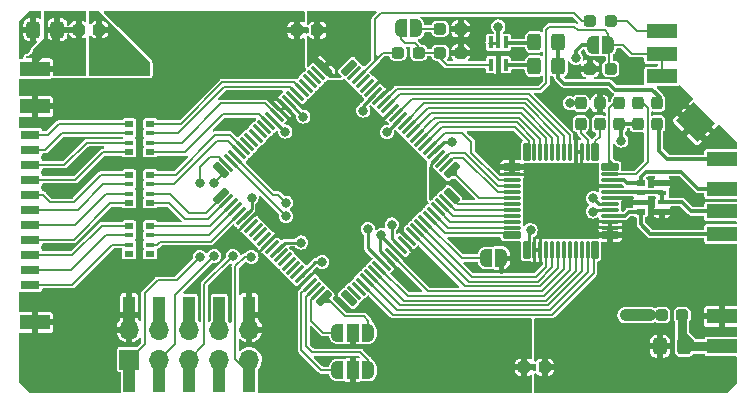
<source format=gbr>
G04 #@! TF.GenerationSoftware,KiCad,Pcbnew,(6.0.4)*
G04 #@! TF.CreationDate,2022-07-13T22:26:53+02:00*
G04 #@! TF.ProjectId,n64rgbv2.1,6e363472-6762-4763-922e-312e6b696361,rev?*
G04 #@! TF.SameCoordinates,Original*
G04 #@! TF.FileFunction,Copper,L1,Top*
G04 #@! TF.FilePolarity,Positive*
%FSLAX46Y46*%
G04 Gerber Fmt 4.6, Leading zero omitted, Abs format (unit mm)*
G04 Created by KiCad (PCBNEW (6.0.4)) date 2022-07-13 22:26:53*
%MOMM*%
%LPD*%
G01*
G04 APERTURE LIST*
G04 Aperture macros list*
%AMRoundRect*
0 Rectangle with rounded corners*
0 $1 Rounding radius*
0 $2 $3 $4 $5 $6 $7 $8 $9 X,Y pos of 4 corners*
0 Add a 4 corners polygon primitive as box body*
4,1,4,$2,$3,$4,$5,$6,$7,$8,$9,$2,$3,0*
0 Add four circle primitives for the rounded corners*
1,1,$1+$1,$2,$3*
1,1,$1+$1,$4,$5*
1,1,$1+$1,$6,$7*
1,1,$1+$1,$8,$9*
0 Add four rect primitives between the rounded corners*
20,1,$1+$1,$2,$3,$4,$5,0*
20,1,$1+$1,$4,$5,$6,$7,0*
20,1,$1+$1,$6,$7,$8,$9,0*
20,1,$1+$1,$8,$9,$2,$3,0*%
%AMRotRect*
0 Rectangle, with rotation*
0 The origin of the aperture is its center*
0 $1 length*
0 $2 width*
0 $3 Rotation angle, in degrees counterclockwise*
0 Add horizontal line*
21,1,$1,$2,0,0,$3*%
%AMFreePoly0*
4,1,22,0.550000,-0.750000,0.000000,-0.750000,0.000000,-0.745033,-0.079941,-0.743568,-0.215256,-0.701293,-0.333266,-0.622738,-0.424486,-0.514219,-0.481581,-0.384460,-0.499164,-0.250000,-0.500000,-0.250000,-0.500000,0.250000,-0.499164,0.250000,-0.499963,0.256109,-0.478152,0.396186,-0.417904,0.524511,-0.324060,0.630769,-0.204165,0.706417,-0.067858,0.745374,0.000000,0.744959,0.000000,0.750000,
0.550000,0.750000,0.550000,-0.750000,0.550000,-0.750000,$1*%
%AMFreePoly1*
4,1,20,0.000000,0.744959,0.073905,0.744508,0.209726,0.703889,0.328688,0.626782,0.421226,0.519385,0.479903,0.390333,0.500000,0.250000,0.500000,-0.250000,0.499851,-0.262216,0.476331,-0.402017,0.414519,-0.529596,0.319384,-0.634700,0.198574,-0.708877,0.061801,-0.746166,0.000000,-0.745033,0.000000,-0.750000,-0.550000,-0.750000,-0.550000,0.750000,0.000000,0.750000,0.000000,0.744959,
0.000000,0.744959,$1*%
%AMFreePoly2*
4,1,22,0.500000,-0.750000,0.000000,-0.750000,0.000000,-0.745033,-0.079941,-0.743568,-0.215256,-0.701293,-0.333266,-0.622738,-0.424486,-0.514219,-0.481581,-0.384460,-0.499164,-0.250000,-0.500000,-0.250000,-0.500000,0.250000,-0.499164,0.250000,-0.499963,0.256109,-0.478152,0.396186,-0.417904,0.524511,-0.324060,0.630769,-0.204165,0.706417,-0.067858,0.745374,0.000000,0.744959,0.000000,0.750000,
0.500000,0.750000,0.500000,-0.750000,0.500000,-0.750000,$1*%
%AMFreePoly3*
4,1,20,0.000000,0.744959,0.073905,0.744508,0.209726,0.703889,0.328688,0.626782,0.421226,0.519385,0.479903,0.390333,0.500000,0.250000,0.500000,-0.250000,0.499851,-0.262216,0.476331,-0.402017,0.414519,-0.529596,0.319384,-0.634700,0.198574,-0.708877,0.061801,-0.746166,0.000000,-0.745033,0.000000,-0.750000,-0.500000,-0.750000,-0.500000,0.750000,0.000000,0.750000,0.000000,0.744959,
0.000000,0.744959,$1*%
G04 Aperture macros list end*
G04 #@! TA.AperFunction,NonConductor*
%ADD10C,0.200000*%
G04 #@! TD*
G04 #@! TA.AperFunction,SMDPad,CuDef*
%ADD11RoundRect,0.250000X0.325000X0.450000X-0.325000X0.450000X-0.325000X-0.450000X0.325000X-0.450000X0*%
G04 #@! TD*
G04 #@! TA.AperFunction,SMDPad,CuDef*
%ADD12RoundRect,0.237500X-0.237500X0.287500X-0.237500X-0.287500X0.237500X-0.287500X0.237500X0.287500X0*%
G04 #@! TD*
G04 #@! TA.AperFunction,SMDPad,CuDef*
%ADD13RoundRect,0.237500X0.287500X0.237500X-0.287500X0.237500X-0.287500X-0.237500X0.287500X-0.237500X0*%
G04 #@! TD*
G04 #@! TA.AperFunction,SMDPad,CuDef*
%ADD14RoundRect,0.237500X-0.287500X-0.237500X0.287500X-0.237500X0.287500X0.237500X-0.287500X0.237500X0*%
G04 #@! TD*
G04 #@! TA.AperFunction,SMDPad,CuDef*
%ADD15R,0.800000X0.500000*%
G04 #@! TD*
G04 #@! TA.AperFunction,SMDPad,CuDef*
%ADD16R,0.800000X0.400000*%
G04 #@! TD*
G04 #@! TA.AperFunction,SMDPad,CuDef*
%ADD17FreePoly0,180.000000*%
G04 #@! TD*
G04 #@! TA.AperFunction,SMDPad,CuDef*
%ADD18R,1.000000X1.500000*%
G04 #@! TD*
G04 #@! TA.AperFunction,SMDPad,CuDef*
%ADD19FreePoly1,180.000000*%
G04 #@! TD*
G04 #@! TA.AperFunction,SMDPad,CuDef*
%ADD20FreePoly2,0.000000*%
G04 #@! TD*
G04 #@! TA.AperFunction,SMDPad,CuDef*
%ADD21FreePoly3,0.000000*%
G04 #@! TD*
G04 #@! TA.AperFunction,SMDPad,CuDef*
%ADD22R,2.540000X1.270000*%
G04 #@! TD*
G04 #@! TA.AperFunction,SMDPad,CuDef*
%ADD23R,1.600000X0.800000*%
G04 #@! TD*
G04 #@! TA.AperFunction,SMDPad,CuDef*
%ADD24RotRect,1.270000X2.540000X45.000000*%
G04 #@! TD*
G04 #@! TA.AperFunction,SMDPad,CuDef*
%ADD25RoundRect,0.237500X0.237500X-0.287500X0.237500X0.287500X-0.237500X0.287500X-0.237500X-0.287500X0*%
G04 #@! TD*
G04 #@! TA.AperFunction,SMDPad,CuDef*
%ADD26RoundRect,0.060000X-0.648770X0.309359X0.309359X-0.648770X0.648770X-0.309359X-0.309359X0.648770X0*%
G04 #@! TD*
G04 #@! TA.AperFunction,SMDPad,CuDef*
%ADD27RoundRect,0.030000X-0.585131X0.415425X0.415425X-0.585131X0.585131X-0.415425X-0.415425X0.585131X0*%
G04 #@! TD*
G04 #@! TA.AperFunction,SMDPad,CuDef*
%ADD28RoundRect,0.030000X0.585131X-0.415425X-0.415425X0.585131X-0.585131X0.415425X0.415425X-0.585131X0*%
G04 #@! TD*
G04 #@! TA.AperFunction,SMDPad,CuDef*
%ADD29RoundRect,0.060000X-0.309359X-0.648770X0.648770X0.309359X0.309359X0.648770X-0.648770X-0.309359X0*%
G04 #@! TD*
G04 #@! TA.AperFunction,SMDPad,CuDef*
%ADD30RoundRect,0.030000X0.415425X0.585131X-0.585131X-0.415425X-0.415425X-0.585131X0.585131X0.415425X0*%
G04 #@! TD*
G04 #@! TA.AperFunction,SMDPad,CuDef*
%ADD31RoundRect,0.030000X-0.415425X-0.585131X0.585131X0.415425X0.415425X0.585131X-0.585131X-0.415425X0*%
G04 #@! TD*
G04 #@! TA.AperFunction,SMDPad,CuDef*
%ADD32RoundRect,0.060000X0.309359X0.648770X-0.648770X-0.309359X-0.309359X-0.648770X0.648770X0.309359X0*%
G04 #@! TD*
G04 #@! TA.AperFunction,SMDPad,CuDef*
%ADD33RoundRect,0.250000X-0.325000X-0.450000X0.325000X-0.450000X0.325000X0.450000X-0.325000X0.450000X0*%
G04 #@! TD*
G04 #@! TA.AperFunction,SMDPad,CuDef*
%ADD34R,0.400000X1.050000*%
G04 #@! TD*
G04 #@! TA.AperFunction,ComponentPad*
%ADD35R,1.700000X1.700000*%
G04 #@! TD*
G04 #@! TA.AperFunction,ComponentPad*
%ADD36O,1.700000X1.700000*%
G04 #@! TD*
G04 #@! TA.AperFunction,SMDPad,CuDef*
%ADD37RoundRect,0.060000X-0.677500X-0.240000X0.677500X-0.240000X0.677500X0.240000X-0.677500X0.240000X0*%
G04 #@! TD*
G04 #@! TA.AperFunction,SMDPad,CuDef*
%ADD38RoundRect,0.030000X-0.707500X-0.120000X0.707500X-0.120000X0.707500X0.120000X-0.707500X0.120000X0*%
G04 #@! TD*
G04 #@! TA.AperFunction,SMDPad,CuDef*
%ADD39RoundRect,0.060000X0.240000X-0.677500X0.240000X0.677500X-0.240000X0.677500X-0.240000X-0.677500X0*%
G04 #@! TD*
G04 #@! TA.AperFunction,SMDPad,CuDef*
%ADD40RoundRect,0.030000X0.120000X-0.707500X0.120000X0.707500X-0.120000X0.707500X-0.120000X-0.707500X0*%
G04 #@! TD*
G04 #@! TA.AperFunction,SMDPad,CuDef*
%ADD41RoundRect,0.060000X-0.240000X0.677500X-0.240000X-0.677500X0.240000X-0.677500X0.240000X0.677500X0*%
G04 #@! TD*
G04 #@! TA.AperFunction,SMDPad,CuDef*
%ADD42R,1.000000X3.150000*%
G04 #@! TD*
G04 #@! TA.AperFunction,ViaPad*
%ADD43C,0.800000*%
G04 #@! TD*
G04 #@! TA.AperFunction,ViaPad*
%ADD44C,1.200000*%
G04 #@! TD*
G04 #@! TA.AperFunction,ViaPad*
%ADD45C,5.500000*%
G04 #@! TD*
G04 #@! TA.AperFunction,ViaPad*
%ADD46C,1.000000*%
G04 #@! TD*
G04 #@! TA.AperFunction,Conductor*
%ADD47C,0.500000*%
G04 #@! TD*
G04 #@! TA.AperFunction,Conductor*
%ADD48C,0.254000*%
G04 #@! TD*
G04 #@! TA.AperFunction,Conductor*
%ADD49C,1.000000*%
G04 #@! TD*
G04 #@! TA.AperFunction,Conductor*
%ADD50C,0.250000*%
G04 #@! TD*
G04 #@! TA.AperFunction,Conductor*
%ADD51C,0.800000*%
G04 #@! TD*
G04 #@! TA.AperFunction,Conductor*
%ADD52C,0.600000*%
G04 #@! TD*
G04 #@! TA.AperFunction,Conductor*
%ADD53C,0.400000*%
G04 #@! TD*
G04 #@! TA.AperFunction,Conductor*
%ADD54C,0.200000*%
G04 #@! TD*
G04 #@! TA.AperFunction,Conductor*
%ADD55C,0.300000*%
G04 #@! TD*
G04 APERTURE END LIST*
D10*
G36*
X164211000Y-101663500D02*
G01*
X163449000Y-101663500D01*
X163830000Y-101282500D01*
X164211000Y-101663500D01*
G37*
X164211000Y-101663500D02*
X163449000Y-101663500D01*
X163830000Y-101282500D01*
X164211000Y-101663500D01*
D11*
X170176060Y-116733320D03*
X168126060Y-116733320D03*
D12*
X164655500Y-96153000D03*
X164655500Y-97903000D03*
X166243000Y-96153000D03*
X166243000Y-97903000D03*
D13*
X120636000Y-89916000D03*
X118886000Y-89916000D03*
D14*
X168263600Y-114086640D03*
X170013600Y-114086640D03*
D15*
X123168000Y-102208480D03*
D16*
X123168000Y-103008480D03*
X123168000Y-103808480D03*
D15*
X123168000Y-104608480D03*
X124968000Y-104608480D03*
D16*
X124968000Y-103808480D03*
X124968000Y-103008480D03*
D15*
X124968000Y-102208480D03*
X123168000Y-97890480D03*
D16*
X123168000Y-98690480D03*
X123168000Y-99490480D03*
D15*
X123168000Y-100290480D03*
X124968000Y-100290480D03*
D16*
X124968000Y-99490480D03*
X124968000Y-98690480D03*
D15*
X124968000Y-97890480D03*
D17*
X143413000Y-115570000D03*
D18*
X142113000Y-115570000D03*
D19*
X140813000Y-115570000D03*
D20*
X153375600Y-109255560D03*
D21*
X154675600Y-109255560D03*
D20*
X146162000Y-89819480D03*
D21*
X147462000Y-89819480D03*
D22*
X115189000Y-93248480D03*
X173355000Y-116743480D03*
X173355000Y-107218480D03*
X168275000Y-90073480D03*
X173355000Y-100868480D03*
D23*
X114808000Y-100106480D03*
X114808000Y-111536480D03*
X114808000Y-110266480D03*
X114808000Y-108996480D03*
X114808000Y-107726480D03*
X114808000Y-106456480D03*
X114808000Y-105186480D03*
X114808000Y-103916480D03*
X114808000Y-102646480D03*
D22*
X168275000Y-91978480D03*
X168275000Y-93883480D03*
X173355000Y-105313480D03*
X115189000Y-114711480D03*
X115189000Y-96423480D03*
D24*
X170815000Y-98074480D03*
X171450000Y-97439480D03*
D22*
X173355000Y-103408480D03*
D23*
X114808000Y-98836480D03*
X114808000Y-101376480D03*
D14*
X145937000Y-91864180D03*
X147687000Y-91864180D03*
X149493000Y-91864180D03*
X151243000Y-91864180D03*
D25*
X167894000Y-97903000D03*
X167894000Y-96153000D03*
D15*
X166486000Y-102940000D03*
D16*
X166486000Y-103740000D03*
X166486000Y-104540000D03*
D15*
X166486000Y-105340000D03*
X168286000Y-105340000D03*
D16*
X168286000Y-104540000D03*
X168286000Y-103740000D03*
D15*
X168286000Y-102940000D03*
D22*
X173355000Y-114203480D03*
D15*
X123168000Y-106526480D03*
D16*
X123168000Y-107326480D03*
X123168000Y-108126480D03*
D15*
X123168000Y-108926480D03*
X124968000Y-108926480D03*
D16*
X124968000Y-108126480D03*
X124968000Y-107326480D03*
D15*
X124968000Y-106526480D03*
D26*
X139646501Y-93133568D03*
D27*
X139186882Y-93593187D03*
X138833328Y-93946740D03*
X138479775Y-94300294D03*
D28*
X138126221Y-94653847D03*
D27*
X137772668Y-95007401D03*
X137419115Y-95360954D03*
X137065561Y-95714507D03*
X136712008Y-96068061D03*
X136358454Y-96421614D03*
X136004901Y-96775168D03*
X135651348Y-97128721D03*
X135297794Y-97482274D03*
X134944241Y-97835828D03*
X134590688Y-98189381D03*
X134237134Y-98542934D03*
X133883581Y-98896488D03*
X133530027Y-99250041D03*
X133176474Y-99603595D03*
X132822921Y-99957148D03*
X132469367Y-100310701D03*
X132115814Y-100664255D03*
X131762260Y-101017808D03*
X131408707Y-101371362D03*
D26*
X130949088Y-101830981D03*
D29*
X130949088Y-103969979D03*
D30*
X131408707Y-104429598D03*
D31*
X131762260Y-104783152D03*
X132115814Y-105136705D03*
X132469367Y-105490259D03*
X132822921Y-105843812D03*
X133176474Y-106197365D03*
X133530027Y-106550919D03*
X133883581Y-106904472D03*
X134237134Y-107258026D03*
X134590688Y-107611579D03*
X134944241Y-107965132D03*
X135297794Y-108318686D03*
X135651348Y-108672239D03*
X136004901Y-109025792D03*
X136358454Y-109379346D03*
X136712008Y-109732899D03*
X137065561Y-110086453D03*
X137419115Y-110440006D03*
X137772668Y-110793559D03*
X138126221Y-111147113D03*
X138479775Y-111500666D03*
X138833328Y-111854220D03*
X139186882Y-112207773D03*
D32*
X139646501Y-112667392D03*
D26*
X141785499Y-112667392D03*
D27*
X142245118Y-112207773D03*
X142598672Y-111854220D03*
X142952225Y-111500666D03*
X143305779Y-111147113D03*
X143659332Y-110793559D03*
X144012885Y-110440006D03*
X144366439Y-110086453D03*
X144719992Y-109732899D03*
X145073546Y-109379346D03*
X145427099Y-109025792D03*
X145780652Y-108672239D03*
X146134206Y-108318686D03*
X146487759Y-107965132D03*
X146841312Y-107611579D03*
X147194866Y-107258026D03*
X147548419Y-106904472D03*
X147901973Y-106550919D03*
X148255526Y-106197365D03*
X148609079Y-105843812D03*
X148962633Y-105490259D03*
X149316186Y-105136705D03*
X149669740Y-104783152D03*
X150023293Y-104429598D03*
D26*
X150482912Y-103969979D03*
D29*
X150482912Y-101830981D03*
D31*
X150023293Y-101371362D03*
X149669740Y-101017808D03*
X149316186Y-100664255D03*
D30*
X148962633Y-100310701D03*
D31*
X148609079Y-99957148D03*
X148255526Y-99603595D03*
X147901973Y-99250041D03*
X147548419Y-98896488D03*
X147194866Y-98542934D03*
X146841312Y-98189381D03*
X146487759Y-97835828D03*
X146134206Y-97482274D03*
X145780652Y-97128721D03*
X145427099Y-96775168D03*
X145073546Y-96421614D03*
X144719992Y-96068061D03*
X144366439Y-95714507D03*
X144012885Y-95360954D03*
X143659332Y-95007401D03*
X143305779Y-94653847D03*
X142952225Y-94300294D03*
X142598672Y-93946740D03*
X142245118Y-93593187D03*
D29*
X141785499Y-93133568D03*
D13*
X163943000Y-93223080D03*
X162193000Y-93223080D03*
X139101800Y-89966800D03*
X137351800Y-89966800D03*
D33*
X157471000Y-92994480D03*
X159521000Y-92994480D03*
X157471000Y-90962480D03*
X159521000Y-90962480D03*
D13*
X163943000Y-89197180D03*
X162193000Y-89197180D03*
D17*
X143413000Y-118745000D03*
D18*
X142113000Y-118745000D03*
D19*
X140813000Y-118745000D03*
D34*
X153782000Y-92898000D03*
X154432000Y-92898000D03*
X155082000Y-92898000D03*
X155082000Y-90998000D03*
X154432000Y-90998000D03*
X153782000Y-90998000D03*
D20*
X162418000Y-91203780D03*
D21*
X163718000Y-91203780D03*
D35*
X123190000Y-117854000D03*
D36*
X123190000Y-115314000D03*
X125730000Y-117854000D03*
X125730000Y-115314000D03*
X128270000Y-117854000D03*
X128270000Y-115314000D03*
X130810000Y-117854000D03*
X130810000Y-115314000D03*
X133350000Y-117854000D03*
X133350000Y-115314000D03*
D11*
X117103000Y-89916000D03*
X115053000Y-89916000D03*
D13*
X158355000Y-118516400D03*
X156605000Y-118516400D03*
D14*
X149493000Y-89857580D03*
X151243000Y-89857580D03*
D37*
X155578100Y-101529560D03*
D38*
X155578100Y-102179560D03*
X155578100Y-102679560D03*
X155578100Y-103179560D03*
X155578100Y-103679560D03*
X155578100Y-104179560D03*
X155578100Y-104679560D03*
X155578100Y-105179560D03*
X155578100Y-105679560D03*
X155578100Y-106179560D03*
X155578100Y-106679560D03*
D37*
X155578100Y-107329560D03*
D39*
X156840600Y-108592060D03*
D40*
X157490600Y-108592060D03*
X157990600Y-108592060D03*
X158490600Y-108592060D03*
X158990600Y-108592060D03*
X159490600Y-108592060D03*
X159990600Y-108592060D03*
X160490600Y-108592060D03*
X160990600Y-108592060D03*
X161490600Y-108592060D03*
X161990600Y-108592060D03*
D41*
X162640600Y-108592060D03*
D37*
X163903100Y-107329560D03*
D38*
X163903100Y-106679560D03*
X163903100Y-106179560D03*
X163903100Y-105679560D03*
X163903100Y-105179560D03*
X163903100Y-104679560D03*
X163903100Y-104179560D03*
X163903100Y-103679560D03*
X163903100Y-103179560D03*
X163903100Y-102679560D03*
X163903100Y-102179560D03*
D37*
X163903100Y-101529560D03*
D39*
X162640600Y-100267060D03*
D40*
X161990600Y-100267060D03*
X161490600Y-100267060D03*
X160990600Y-100267060D03*
X160490600Y-100267060D03*
X159990600Y-100267060D03*
X159490600Y-100267060D03*
X158990600Y-100267060D03*
X158490600Y-100267060D03*
X157990600Y-100267060D03*
X157490600Y-100267060D03*
D39*
X156840600Y-100267060D03*
D25*
X163004500Y-97903000D03*
X163004500Y-96153000D03*
D12*
X161417000Y-96153000D03*
X161417000Y-97903000D03*
D42*
X123185000Y-119104000D03*
X123185000Y-114054000D03*
X125725000Y-119104000D03*
X125725000Y-114054000D03*
X128265000Y-119104000D03*
X128265000Y-114054000D03*
X130805000Y-119104000D03*
X130805000Y-114054000D03*
X133345000Y-119104000D03*
X133345000Y-114054000D03*
D43*
X145542000Y-102743000D03*
D44*
X115062000Y-118491000D03*
D43*
X139065000Y-116332000D03*
D45*
X149443440Y-117475000D03*
D44*
X118237000Y-114808000D03*
X121740000Y-110904000D03*
X120142000Y-112776000D03*
D43*
X119126000Y-101092000D03*
X118491000Y-99568000D03*
X131889500Y-107581700D03*
X138684000Y-96393000D03*
X125730000Y-88900000D03*
X114427000Y-91567000D03*
D44*
X119507000Y-94996000D03*
D43*
X118237000Y-103632000D03*
X131318000Y-98044000D03*
D44*
X127457427Y-96342427D03*
D43*
X126238000Y-101219000D03*
X136271000Y-119253000D03*
X126238000Y-105613200D03*
X137675000Y-103004000D03*
X133350000Y-92519500D03*
X136271000Y-114046000D03*
D44*
X120523000Y-96393000D03*
X135382000Y-89916000D03*
X125984000Y-94996000D03*
X117449600Y-117348000D03*
X121666000Y-94996000D03*
D43*
X131064000Y-111506000D03*
X131064000Y-88900000D03*
X137414000Y-98298000D03*
X135255000Y-100457000D03*
X135763000Y-92583000D03*
X127381000Y-109156500D03*
X137922000Y-97282000D03*
X133540500Y-104140000D03*
D46*
X122361960Y-93212920D03*
X124429520Y-93212920D03*
D43*
X139509500Y-109600992D03*
D46*
X123388120Y-93212920D03*
D43*
X136398000Y-98552000D03*
X145414996Y-106426000D03*
X137731500Y-107950000D03*
X144999288Y-98600804D03*
X169862500Y-106108500D03*
D44*
X171196000Y-111125000D03*
X169037000Y-111125000D03*
D43*
X165227000Y-117411500D03*
D44*
X162204400Y-112318800D03*
X169722800Y-118567200D03*
D43*
X144526000Y-107315000D03*
X156146500Y-109918500D03*
D44*
X141859000Y-89408000D03*
D43*
X153797000Y-99695000D03*
X145161000Y-93599000D03*
D44*
X173355000Y-99314000D03*
D43*
X165989000Y-99949000D03*
D44*
X169291000Y-95758000D03*
X142875000Y-91694000D03*
X169291000Y-99441000D03*
X169037000Y-109220000D03*
D43*
X152654000Y-91948000D03*
D44*
X171196000Y-109220000D03*
D43*
X151384000Y-108077000D03*
X165735000Y-92710000D03*
X155194000Y-94234000D03*
X149479000Y-94234000D03*
D44*
X159512000Y-119888000D03*
D43*
X160782000Y-93472000D03*
X165354000Y-104457500D03*
X158877000Y-106870500D03*
X148336000Y-110109000D03*
D44*
X166624000Y-109220000D03*
D43*
X149479000Y-102870000D03*
X169862500Y-103441500D03*
X159893000Y-95250000D03*
X154432000Y-89662000D03*
D46*
X167274240Y-114091720D03*
D43*
X162433000Y-105323640D03*
D46*
X165216840Y-114096800D03*
D43*
X157159960Y-106913680D03*
X162468560Y-104175552D03*
X160487524Y-96139720D03*
D46*
X166237920Y-114086640D03*
D43*
X160985200Y-92303600D03*
X164846000Y-99314000D03*
X143383000Y-106807000D03*
X150520408Y-99466400D03*
X143002000Y-96774000D03*
X136455000Y-105724000D03*
X133525000Y-109164000D03*
X131945000Y-109084000D03*
X136455000Y-104574000D03*
X130365000Y-109094000D03*
X130365000Y-102874000D03*
X129155000Y-109164000D03*
X129155000Y-102874000D03*
D47*
X115013500Y-90980500D02*
X114427000Y-91567000D01*
X115013500Y-89916000D02*
X115013500Y-90980500D01*
D48*
X139792001Y-97501001D02*
X138684000Y-96393000D01*
X145427099Y-96775168D02*
X144701266Y-97501001D01*
X146841312Y-107611579D02*
X146249111Y-107019378D01*
X144701266Y-97501001D02*
X139792001Y-97501001D01*
X146249111Y-107019378D02*
X146249111Y-104593111D01*
D47*
X116888500Y-89916000D02*
X116888500Y-90883500D01*
X115189000Y-92583000D02*
X115189000Y-93248480D01*
X116888500Y-89916000D02*
X118973500Y-89916000D01*
X116888500Y-90883500D02*
X115189000Y-92583000D01*
D49*
X122361960Y-93212920D02*
X124429520Y-93212920D01*
D50*
X137922000Y-97282000D02*
X137922000Y-97278053D01*
X138943815Y-109600992D02*
X139509500Y-109600992D01*
X133540500Y-105126233D02*
X133540500Y-104705685D01*
X137922000Y-97278053D02*
X136712008Y-96068061D01*
X132822921Y-105843812D02*
X133540500Y-105126233D01*
X137772668Y-110793559D02*
X137772668Y-110772139D01*
X133540500Y-104705685D02*
X133540500Y-104140000D01*
X137772668Y-110772139D02*
X138943815Y-109600992D01*
X144999288Y-98600804D02*
X145015676Y-98600804D01*
X137165815Y-107950000D02*
X137731500Y-107950000D01*
X145414996Y-107599476D02*
X145414996Y-106737685D01*
X136367520Y-98552000D02*
X135297794Y-97482274D01*
X136398000Y-98552000D02*
X136367520Y-98552000D01*
X135651348Y-108672239D02*
X136373587Y-107950000D01*
X146134206Y-108318686D02*
X145414996Y-107599476D01*
X145414996Y-106737685D02*
X145414996Y-106172000D01*
X136373587Y-107950000D02*
X137165815Y-107950000D01*
X145015676Y-98600804D02*
X146134206Y-97482274D01*
D51*
X169966640Y-114208560D02*
X169966640Y-115615720D01*
X173355000Y-116743480D02*
X170860720Y-116743480D01*
D52*
X170850560Y-116499640D02*
X169966640Y-115615720D01*
X170850560Y-116733320D02*
X170850560Y-116499640D01*
X169966640Y-116611400D02*
X170088560Y-116733320D01*
D51*
X169966640Y-115615720D02*
X169966640Y-116611400D01*
D52*
X170860720Y-116743480D02*
X170850560Y-116733320D01*
D51*
X170860720Y-116743480D02*
X170098720Y-116743480D01*
X170098720Y-116743480D02*
X170088560Y-116733320D01*
D48*
X145780652Y-108672239D02*
X147217413Y-110109000D01*
D53*
X154675600Y-109255560D02*
X154686000Y-109265960D01*
D47*
X173324520Y-99314000D02*
X171450000Y-97439480D01*
D54*
X166486000Y-104540000D02*
X167151000Y-104540000D01*
D53*
X154675600Y-109255560D02*
X155483560Y-109255560D01*
D48*
X144399000Y-108704800D02*
X144399000Y-107442000D01*
D53*
X154686000Y-110363000D02*
X154686000Y-110109000D01*
D48*
X148723985Y-101256456D02*
X148723985Y-102114985D01*
D47*
X173355000Y-99314000D02*
X172054520Y-99314000D01*
D54*
X167386000Y-104775000D02*
X167386000Y-105156000D01*
D53*
X155483560Y-109255560D02*
X156146500Y-109918500D01*
D48*
X147217413Y-110109000D02*
X147770315Y-110109000D01*
D54*
X167386000Y-105156000D02*
X167570000Y-105340000D01*
D48*
X149079001Y-102470001D02*
X149479000Y-102870000D01*
D47*
X169291000Y-96550480D02*
X170815000Y-98074480D01*
D48*
X149316186Y-100664255D02*
X148723985Y-101256456D01*
D47*
X169291000Y-95758000D02*
X169291000Y-96550480D01*
D48*
X144526000Y-107417587D02*
X144526000Y-107315000D01*
X144399000Y-107442000D02*
X144526000Y-107315000D01*
X163903100Y-104179560D02*
X165076060Y-104179560D01*
D47*
X173355000Y-99314000D02*
X173324520Y-99314000D01*
D48*
X147770315Y-110109000D02*
X148336000Y-110109000D01*
X145073546Y-109379346D02*
X144399000Y-108704800D01*
D47*
X169291000Y-95758000D02*
X169768520Y-95758000D01*
D54*
X167151000Y-104540000D02*
X167386000Y-104775000D01*
D48*
X145780652Y-108672239D02*
X144526000Y-107417587D01*
X146487759Y-107965132D02*
X148336000Y-109813373D01*
D47*
X172054520Y-99314000D02*
X170815000Y-98074480D01*
D48*
X148723985Y-102114985D02*
X149079001Y-102470001D01*
D53*
X154686000Y-109265960D02*
X154686000Y-110109000D01*
D54*
X165076060Y-104179560D02*
X165354000Y-104457500D01*
D47*
X169768520Y-95758000D02*
X171450000Y-97439480D01*
D54*
X167570000Y-105340000D02*
X168286000Y-105340000D01*
D48*
X148336000Y-109813373D02*
X148336000Y-110109000D01*
D50*
X153670000Y-91028480D02*
X154320000Y-91028480D01*
D55*
X154432000Y-91028480D02*
X154432000Y-89662000D01*
D50*
X157159960Y-106913680D02*
X156990600Y-107083040D01*
D49*
X166237920Y-114086640D02*
X167269160Y-114086640D01*
D47*
X168346020Y-114091720D02*
X168351100Y-114086640D01*
X167274240Y-114091720D02*
X168346020Y-114091720D01*
D55*
X160985200Y-91694000D02*
X160985200Y-92303600D01*
D50*
X162433000Y-105323640D02*
X162577080Y-105179560D01*
D55*
X161594800Y-96153000D02*
X161581520Y-96139720D01*
D50*
X162868559Y-104575551D02*
X162468560Y-104175552D01*
D55*
X164846000Y-97903000D02*
X164846000Y-99314000D01*
D49*
X165216840Y-114096800D02*
X166227760Y-114096800D01*
D50*
X156990600Y-107083040D02*
X156990600Y-108592060D01*
D55*
X161581520Y-96139720D02*
X160487524Y-96139720D01*
D50*
X162972568Y-104679560D02*
X162868559Y-104575551D01*
D47*
X166227760Y-114096800D02*
X166237920Y-114086640D01*
D55*
X161475420Y-91203780D02*
X160985200Y-91694000D01*
D50*
X163903100Y-104679560D02*
X162972568Y-104679560D01*
D47*
X167269160Y-114086640D02*
X167274240Y-114091720D01*
D55*
X162758600Y-91203780D02*
X161475420Y-91203780D01*
D50*
X162577080Y-105179560D02*
X163903100Y-105179560D01*
D55*
X166471600Y-97903000D02*
X164846000Y-97903000D01*
D50*
X143002000Y-96774000D02*
X143002000Y-96371839D01*
X143002000Y-96371839D02*
X144012885Y-95360954D01*
X143383000Y-108395907D02*
X144719992Y-109732899D01*
X148962633Y-100310701D02*
X149806934Y-99466400D01*
X149954723Y-99466400D02*
X150520408Y-99466400D01*
X143383000Y-106807000D02*
X143383000Y-108395907D01*
X149806934Y-99466400D02*
X149954723Y-99466400D01*
D54*
X164197000Y-96153000D02*
X164846000Y-96153000D01*
X163830000Y-101204060D02*
X163830000Y-100990400D01*
X163830000Y-96520000D02*
X164197000Y-96153000D01*
X163830000Y-100838000D02*
X163830000Y-96520000D01*
X163903100Y-101215900D02*
X163903100Y-101529560D01*
X163830000Y-100952300D02*
X163830000Y-100838000D01*
X163830000Y-100965000D02*
X164055500Y-101190500D01*
X163903100Y-101679560D02*
X163903100Y-101429560D01*
X163868100Y-101009450D02*
X163830000Y-100971350D01*
X164182500Y-101317500D02*
X163957000Y-101092000D01*
X166060030Y-102179560D02*
X167068500Y-101171090D01*
X167068500Y-96567000D02*
X166654500Y-96153000D01*
X167068500Y-101171090D02*
X167068500Y-96567000D01*
X166654500Y-96153000D02*
X166179500Y-96153000D01*
X163903100Y-102179560D02*
X166060030Y-102179560D01*
D55*
X159512000Y-92994480D02*
X159512000Y-90962480D01*
X159512000Y-92897480D02*
X159512000Y-93980000D01*
X164338000Y-94996000D02*
X163830000Y-94488000D01*
X168097200Y-96153000D02*
X168097200Y-95628000D01*
X163830000Y-94488000D02*
X160020000Y-94488000D01*
X167465200Y-94996000D02*
X164338000Y-94996000D01*
X160020000Y-94488000D02*
X159512000Y-93980000D01*
X168097200Y-95628000D02*
X167465200Y-94996000D01*
X155194000Y-91028480D02*
X157526000Y-91028480D01*
X157668000Y-91028480D02*
X157734000Y-90962480D01*
X155194000Y-92928480D02*
X157526000Y-92928480D01*
D54*
X125553520Y-108126480D02*
X125793500Y-107886500D01*
X125793500Y-107886500D02*
X130073126Y-107886500D01*
X130073126Y-107886500D02*
X132469367Y-105490259D01*
X124968000Y-108126480D02*
X125553520Y-108126480D01*
X124968000Y-106526480D02*
X130018932Y-106526480D01*
X130018932Y-106526480D02*
X131762260Y-104783152D01*
X129926039Y-107326480D02*
X132115814Y-105136705D01*
X124968000Y-107326480D02*
X129926039Y-107326480D01*
X121187160Y-107326480D02*
X123168000Y-107326480D01*
X118247160Y-110266480D02*
X121187160Y-107326480D01*
X114808000Y-110266480D02*
X118247160Y-110266480D01*
X121743520Y-108126480D02*
X123168000Y-108126480D01*
X118333520Y-111536480D02*
X121743520Y-108126480D01*
X114808000Y-111536480D02*
X118333520Y-111536480D01*
X117190520Y-108996480D02*
X118374160Y-108996480D01*
X120844160Y-106526480D02*
X123168000Y-106526480D01*
X118374160Y-108996480D02*
X120844160Y-106526480D01*
X114808000Y-108996480D02*
X117190520Y-108996480D01*
X131408707Y-104429598D02*
X129861826Y-105976479D01*
X126574400Y-104608480D02*
X124852000Y-104608480D01*
X129861826Y-105976479D02*
X127942399Y-105976479D01*
X127942399Y-105976479D02*
X126574400Y-104608480D01*
X128254760Y-105445560D02*
X126617680Y-103808480D01*
X126617680Y-103808480D02*
X124852000Y-103808480D01*
X131055154Y-104076045D02*
X129685639Y-105445560D01*
X129685639Y-105445560D02*
X128254760Y-105445560D01*
X131697173Y-98831400D02*
X132822921Y-99957148D01*
X130479800Y-98831400D02*
X131697173Y-98831400D01*
X127102720Y-102208480D02*
X130479800Y-98831400D01*
X124852000Y-102208480D02*
X127102720Y-102208480D01*
X126983440Y-103008480D02*
X124852000Y-103008480D01*
X131533626Y-99374960D02*
X130616960Y-99374960D01*
X132469367Y-100310701D02*
X131533626Y-99374960D01*
X130616960Y-99374960D02*
X126983440Y-103008480D01*
X121583600Y-104608480D02*
X123052000Y-104608480D01*
X118465600Y-107726480D02*
X121583600Y-104608480D01*
X114808000Y-107726480D02*
X118465600Y-107726480D01*
X123052000Y-103008480D02*
X120994120Y-103008480D01*
X118816120Y-105186480D02*
X114808000Y-105186480D01*
X120994120Y-103008480D02*
X118816120Y-105186480D01*
X114808000Y-106456480D02*
X118551960Y-106456480D01*
X121199960Y-103808480D02*
X123052000Y-103808480D01*
X118551960Y-106456480D02*
X121199960Y-103808480D01*
X116488261Y-104521000D02*
X118491000Y-104521000D01*
X118491000Y-104521000D02*
X120803520Y-102208480D01*
X114808000Y-103916480D02*
X115883741Y-103916480D01*
X120803520Y-102208480D02*
X123052000Y-102208480D01*
X115883741Y-103916480D02*
X116488261Y-104521000D01*
X124968000Y-99490480D02*
X127616000Y-99490480D01*
X130957320Y-96149160D02*
X134671787Y-96149160D01*
X134671787Y-96149160D02*
X135651348Y-97128721D01*
X127616000Y-99490480D02*
X130957320Y-96149160D01*
X134187213Y-97078800D02*
X131145280Y-97078800D01*
X134944241Y-97835828D02*
X134187213Y-97078800D01*
X127933600Y-100290480D02*
X124968000Y-100290480D01*
X131145280Y-97078800D02*
X127933600Y-100290480D01*
X124968000Y-97890480D02*
X127534520Y-97890480D01*
X131056257Y-94368743D02*
X137134010Y-94368743D01*
X137134010Y-94368743D02*
X137772668Y-95007401D01*
X127534520Y-97890480D02*
X131056257Y-94368743D01*
X127300220Y-98690480D02*
X125568000Y-98690480D01*
X137419115Y-95360954D02*
X136826914Y-94768753D01*
X136826914Y-94768753D02*
X131221947Y-94768753D01*
X125568000Y-98690480D02*
X124968000Y-98690480D01*
X131221947Y-94768753D02*
X127300220Y-98690480D01*
X122568000Y-99490480D02*
X122566680Y-99491800D01*
X117698520Y-101376480D02*
X114808000Y-101376480D01*
X119583200Y-99491800D02*
X117698520Y-101376480D01*
X122566680Y-99491800D02*
X119583200Y-99491800D01*
X123168000Y-99490480D02*
X122568000Y-99490480D01*
X116047520Y-100106480D02*
X117463520Y-98690480D01*
X117463520Y-98690480D02*
X123168000Y-98690480D01*
X114808000Y-100106480D02*
X116047520Y-100106480D01*
X114808000Y-102646480D02*
X118628160Y-102646480D01*
X118628160Y-102646480D02*
X120984160Y-100290480D01*
X120984160Y-100290480D02*
X123168000Y-100290480D01*
X123168000Y-97890480D02*
X117237360Y-97890480D01*
X117237360Y-97890480D02*
X116291360Y-98836480D01*
X116291360Y-98836480D02*
X114808000Y-98836480D01*
X145817140Y-94970913D02*
X157988000Y-94970913D01*
X163830000Y-93197580D02*
X163830000Y-91432380D01*
X157988000Y-94970913D02*
X158496000Y-94462913D01*
X161177076Y-89972190D02*
X162703146Y-89972190D01*
X160866886Y-89662000D02*
X161177076Y-89972190D01*
X163830000Y-91432380D02*
X164058600Y-91203780D01*
X164970778Y-91203780D02*
X165745478Y-91978480D01*
X165745478Y-91978480D02*
X168275000Y-91978480D01*
X162703146Y-89972190D02*
X162706516Y-89968820D01*
X144719992Y-96068061D02*
X145817140Y-94970913D01*
X162706516Y-89968820D02*
X163429484Y-89968820D01*
X168275000Y-93883480D02*
X168275000Y-91978480D01*
X158496000Y-89916000D02*
X158750000Y-89662000D01*
X158496000Y-94462913D02*
X158496000Y-89916000D01*
X163718000Y-90257336D02*
X163718000Y-91203780D01*
X164058600Y-91203780D02*
X164970778Y-91203780D01*
X163855500Y-93223080D02*
X163830000Y-93197580D01*
X158750000Y-89662000D02*
X160866886Y-89662000D01*
X163429484Y-89968820D02*
X163718000Y-90257336D01*
X136455000Y-105710548D02*
X131762260Y-101017808D01*
X132955685Y-109164000D02*
X132143500Y-109976185D01*
X132143500Y-109976185D02*
X132143500Y-117792500D01*
X133525000Y-109164000D02*
X132955685Y-109164000D01*
X132143500Y-117792500D02*
X133350000Y-118999000D01*
X136455000Y-105724000D02*
X136455000Y-105710548D01*
X132115814Y-100664255D02*
X135375559Y-103924000D01*
X129545000Y-111484000D02*
X129545000Y-116579000D01*
X135375559Y-103924000D02*
X135795000Y-103924000D01*
X135795000Y-103924000D02*
X136445000Y-104574000D01*
X129545000Y-116579000D02*
X128270000Y-117854000D01*
X131945000Y-109084000D02*
X129545000Y-111484000D01*
X136445000Y-104574000D02*
X136455000Y-104574000D01*
X130949088Y-101830981D02*
X130949088Y-102289912D01*
X127035000Y-112424000D02*
X127035000Y-116549000D01*
X127035000Y-116549000D02*
X125730000Y-117854000D01*
X130365000Y-109094000D02*
X127035000Y-112424000D01*
X130949088Y-102289912D02*
X130365000Y-102874000D01*
X127195000Y-111124000D02*
X129155000Y-109164000D01*
X125125000Y-111594000D02*
X125595000Y-111124000D01*
X129155000Y-101594000D02*
X130015000Y-100734000D01*
X123190000Y-120192800D02*
X123190000Y-118999000D01*
X129155000Y-102874000D02*
X129155000Y-101594000D01*
X124495000Y-116549000D02*
X124495000Y-115744000D01*
X130771345Y-100734000D02*
X131408707Y-101371362D01*
X126395000Y-111124000D02*
X127195000Y-111124000D01*
X124495000Y-112224000D02*
X125125000Y-111594000D01*
X125595000Y-111124000D02*
X126395000Y-111124000D01*
X123545600Y-120548400D02*
X123190000Y-120192800D01*
X123190000Y-117854000D02*
X124495000Y-116549000D01*
X130015000Y-100734000D02*
X130771345Y-100734000D01*
X124495000Y-115744000D02*
X124495000Y-112224000D01*
X147500100Y-89857580D02*
X147462000Y-89819480D01*
X149580500Y-89857580D02*
X147500100Y-89857580D01*
X147335462Y-91061127D02*
X147599500Y-91325165D01*
X147599500Y-91325165D02*
X147599500Y-91864180D01*
X153782000Y-92898000D02*
X150048000Y-92898000D01*
X146558000Y-91061127D02*
X147335462Y-91061127D01*
X150048000Y-92898000D02*
X149580500Y-92430500D01*
X146162000Y-90678000D02*
X146558000Y-91061127D01*
X149580500Y-91864180D02*
X147599500Y-91864180D01*
X146162000Y-89819480D02*
X146162000Y-90678000D01*
X149580500Y-92430500D02*
X149580500Y-91864180D01*
D55*
X165487500Y-105340000D02*
X166486000Y-105340000D01*
X163903100Y-105679560D02*
X165147940Y-105679560D01*
X166486000Y-106415000D02*
X166486000Y-105340000D01*
X165147940Y-105679560D02*
X165487500Y-105340000D01*
X173355000Y-107218480D02*
X167289480Y-107218480D01*
X167289480Y-107218480D02*
X166486000Y-106415000D01*
D54*
X165333680Y-89197180D02*
X163855500Y-89197180D01*
X168275000Y-90073480D02*
X166209980Y-90073480D01*
X166209980Y-90073480D02*
X165333680Y-89197180D01*
D55*
X168749980Y-100868480D02*
X168046400Y-100164900D01*
X173355000Y-100868480D02*
X168749980Y-100868480D01*
X168046400Y-100164900D02*
X168046400Y-98272700D01*
X168046400Y-98272700D02*
X168097200Y-98221900D01*
X166338380Y-103679560D02*
X168275000Y-103679560D01*
X168286000Y-104540000D02*
X170008500Y-104540000D01*
X170781980Y-105313480D02*
X173355000Y-105313480D01*
X168286000Y-104540000D02*
X168286000Y-103740000D01*
X165433440Y-103679560D02*
X166425560Y-103679560D01*
X166425560Y-103679560D02*
X166486000Y-103740000D01*
X163903100Y-103679560D02*
X165433440Y-103679560D01*
X170008500Y-104540000D02*
X170781980Y-105313480D01*
X166895000Y-101981000D02*
X169926000Y-101981000D01*
X171353480Y-103408480D02*
X173355000Y-103408480D01*
X166486000Y-102390000D02*
X166895000Y-101981000D01*
X166486000Y-102940000D02*
X166486000Y-102390000D01*
X163903100Y-102679560D02*
X165100060Y-102679560D01*
X165360500Y-102940000D02*
X166486000Y-102940000D01*
X165100060Y-102679560D02*
X165360500Y-102940000D01*
X169926000Y-101981000D02*
X171353480Y-103408480D01*
D54*
X143990206Y-92555206D02*
X144212456Y-92332956D01*
X144180706Y-92237706D02*
X143998118Y-92237706D01*
X143990206Y-92039294D02*
X143990206Y-89054794D01*
X161523680Y-89197180D02*
X162648700Y-89197180D01*
X143998118Y-92237706D02*
X143990206Y-92229794D01*
X143990206Y-92039294D02*
X143990206Y-92047206D01*
X143990206Y-92229794D02*
X143990206Y-92039294D01*
X160845500Y-88519000D02*
X161523680Y-89197180D01*
X144212456Y-92332956D02*
X144021956Y-92332956D01*
X143990206Y-89054794D02*
X144526000Y-88519000D01*
X144021956Y-92332956D02*
X143990206Y-92364706D01*
X144307706Y-92237706D02*
X144681232Y-91864180D01*
X143990206Y-92364706D02*
X143990206Y-92229794D01*
X142598672Y-93946740D02*
X143990206Y-92555206D01*
X144307706Y-92237706D02*
X144180706Y-92237706D01*
X144681232Y-91864180D02*
X145287800Y-91864180D01*
X144526000Y-88519000D02*
X160845500Y-88519000D01*
X144212456Y-92332956D02*
X144307706Y-92237706D01*
X145287800Y-91864180D02*
X146024500Y-91864180D01*
X143990206Y-92555206D02*
X143990206Y-92364706D01*
X143990206Y-92047206D02*
X144180706Y-92237706D01*
X162640600Y-99385800D02*
X163004500Y-99021900D01*
X162640600Y-100267060D02*
X162640600Y-99385800D01*
X163004500Y-98435360D02*
X163004500Y-97903000D01*
X163004500Y-99021900D02*
X163004500Y-98435360D01*
X161417000Y-98679000D02*
X161417000Y-97903000D01*
X161990600Y-99252600D02*
X161417000Y-98679000D01*
X161990600Y-100267060D02*
X161990600Y-99252600D01*
X156991323Y-95370923D02*
X160490600Y-98870200D01*
X145073546Y-96421614D02*
X146124237Y-95370923D01*
X160490600Y-99529560D02*
X160490600Y-100267060D01*
X146124237Y-95370923D02*
X156991323Y-95370923D01*
X160490600Y-98870200D02*
X160490600Y-99529560D01*
X159990600Y-98935900D02*
X156825634Y-95770934D01*
X156825634Y-95770934D02*
X147138439Y-95770934D01*
X147138439Y-95770934D02*
X145780652Y-97128721D01*
X159990600Y-100267060D02*
X159990600Y-98935900D01*
X148152642Y-96170945D02*
X156659945Y-96170945D01*
X156659945Y-96170945D02*
X159490600Y-99001600D01*
X159490600Y-99001600D02*
X159490600Y-99529560D01*
X159490600Y-99529560D02*
X159490600Y-100267060D01*
X146487759Y-97835828D02*
X148152642Y-96170945D01*
X148459737Y-96570956D02*
X146841312Y-98189381D01*
X158990600Y-100267060D02*
X158990600Y-99067300D01*
X156494256Y-96570956D02*
X148459737Y-96570956D01*
X158990600Y-99067300D02*
X156494256Y-96570956D01*
X158490600Y-100267060D02*
X158490600Y-99133000D01*
X158490600Y-99133000D02*
X156328567Y-96970967D01*
X148766833Y-96970967D02*
X147194866Y-98542934D01*
X156328567Y-96970967D02*
X148766833Y-96970967D01*
X157990600Y-99198700D02*
X156162878Y-97370978D01*
X157990600Y-100267060D02*
X157990600Y-99198700D01*
X149073929Y-97370978D02*
X148686852Y-97758055D01*
X148686852Y-97758055D02*
X147548419Y-98896488D01*
X156162878Y-97370978D02*
X149073929Y-97370978D01*
X155997189Y-97770989D02*
X157490600Y-99264400D01*
X147925816Y-99250041D02*
X149404868Y-97770989D01*
X149404868Y-97770989D02*
X155997189Y-97770989D01*
X157490600Y-99529560D02*
X157490600Y-100267060D01*
X147901973Y-99250041D02*
X147925816Y-99250041D01*
X157490600Y-99264400D02*
X157490600Y-99529560D01*
X149688121Y-98171000D02*
X155829000Y-98171000D01*
X148255526Y-99603595D02*
X149688121Y-98171000D01*
X156990600Y-99332600D02*
X156990600Y-100267060D01*
X155829000Y-98171000D02*
X156990600Y-99332600D01*
X155578100Y-102679560D02*
X154495560Y-102679560D01*
X154495560Y-102679560D02*
X152146000Y-100330000D01*
X149887227Y-98679000D02*
X148609079Y-99957148D01*
X151384000Y-98679000D02*
X149887227Y-98679000D01*
X152146000Y-100330000D02*
X152146000Y-99441000D01*
X152146000Y-99441000D02*
X151384000Y-98679000D01*
X150261941Y-100425607D02*
X149669740Y-101017808D01*
X155578100Y-103179560D02*
X154429860Y-103179560D01*
X154429860Y-103179560D02*
X151631100Y-100380800D01*
X150306748Y-100380800D02*
X150261941Y-100425607D01*
X151631100Y-100380800D02*
X150306748Y-100380800D01*
X150023293Y-101371362D02*
X150607455Y-100787200D01*
X154364160Y-103679560D02*
X154740600Y-103679560D01*
X151471800Y-100787200D02*
X154364160Y-103679560D01*
X154740600Y-103679560D02*
X155578100Y-103679560D01*
X150607455Y-100787200D02*
X151471800Y-100787200D01*
X150765753Y-102113822D02*
X150482912Y-101830981D01*
X152831491Y-104179560D02*
X150881465Y-102229535D01*
X150627466Y-101975535D02*
X150482912Y-101830981D01*
X150881465Y-102229535D02*
X150765753Y-102113822D01*
X150881465Y-101975535D02*
X150627466Y-101975535D01*
X150616535Y-102229535D02*
X150616535Y-101964604D01*
X150881465Y-102229535D02*
X150616535Y-102229535D01*
X150881465Y-102229535D02*
X150376846Y-101724915D01*
X150881465Y-101975535D02*
X150881465Y-101594535D01*
X155578100Y-104179560D02*
X152831491Y-104179560D01*
X150616535Y-101964604D02*
X150482912Y-101830981D01*
X150616535Y-102229535D02*
X150246465Y-102229535D01*
X150881465Y-102229535D02*
X150881465Y-101975535D01*
X150980361Y-104679560D02*
X150376846Y-104076045D01*
X155578100Y-104679560D02*
X150980361Y-104679560D01*
X150773255Y-105179560D02*
X150023293Y-104429598D01*
X155578100Y-105179560D02*
X150773255Y-105179560D01*
X155578100Y-105679560D02*
X150566148Y-105679560D01*
X150566148Y-105679560D02*
X149669740Y-104783152D01*
X155578100Y-106179560D02*
X150359041Y-106179560D01*
X150359041Y-106179560D02*
X149316186Y-105136705D01*
X158490600Y-109987400D02*
X157614989Y-110863011D01*
X158490600Y-108592060D02*
X158490600Y-109987400D01*
X148494174Y-107143120D02*
X147901973Y-106550919D01*
X157614989Y-110863011D02*
X152214065Y-110863011D01*
X152214065Y-110863011D02*
X148494174Y-107143120D01*
X158990600Y-108592060D02*
X158990600Y-110053100D01*
X158990600Y-110053100D02*
X157780678Y-111263022D01*
X148140620Y-107496673D02*
X147548419Y-106904472D01*
X151906969Y-111263022D02*
X148140620Y-107496673D01*
X157780678Y-111263022D02*
X151906969Y-111263022D01*
X151599873Y-111663033D02*
X157946367Y-111663033D01*
X157946367Y-111663033D02*
X159490600Y-110118800D01*
X159490600Y-109429560D02*
X159490600Y-108592060D01*
X159490600Y-110118800D02*
X159490600Y-109429560D01*
X147194866Y-107258026D02*
X151599873Y-111663033D01*
X158112056Y-112063044D02*
X148464351Y-112063044D01*
X159990600Y-108592060D02*
X159990600Y-110184500D01*
X146019300Y-109617993D02*
X145427099Y-109025792D01*
X159990600Y-110184500D02*
X158112056Y-112063044D01*
X148464351Y-112063044D02*
X146019300Y-109617993D01*
X160490600Y-109429560D02*
X160490600Y-108592060D01*
X146743041Y-112463055D02*
X158277745Y-112463055D01*
X160490600Y-110250200D02*
X160490600Y-109429560D01*
X158277745Y-112463055D02*
X160490600Y-110250200D01*
X144366439Y-110086453D02*
X146743041Y-112463055D01*
X158443434Y-112863066D02*
X146435945Y-112863066D01*
X146435945Y-112863066D02*
X144605086Y-111032207D01*
X144605086Y-111032207D02*
X144012885Y-110440006D01*
X160990600Y-108592060D02*
X160990600Y-110315900D01*
X160990600Y-110315900D02*
X158443434Y-112863066D01*
X161490600Y-109429560D02*
X161490600Y-108592060D01*
X161490600Y-110381600D02*
X161490600Y-109429560D01*
X143659332Y-110793559D02*
X146128850Y-113263077D01*
X146128850Y-113263077D02*
X158609123Y-113263077D01*
X158609123Y-113263077D02*
X161490600Y-110381600D01*
X161990600Y-108592060D02*
X161990600Y-110447300D01*
X158774812Y-113663088D02*
X145821754Y-113663088D01*
X143897980Y-111739314D02*
X143305779Y-111147113D01*
X145821754Y-113663088D02*
X143897980Y-111739314D01*
X161990600Y-110447300D02*
X158774812Y-113663088D01*
X145514658Y-114063099D02*
X158986901Y-114063099D01*
X142952225Y-111500666D02*
X145514658Y-114063099D01*
X158986901Y-114063099D02*
X162490600Y-110559400D01*
X162490600Y-110559400D02*
X162490600Y-109429560D01*
X162490600Y-109429560D02*
X162490600Y-108592060D01*
X153375600Y-109255560D02*
X151313721Y-109255560D01*
X151313721Y-109255560D02*
X148255526Y-106197365D01*
X155578100Y-107179560D02*
X149944827Y-107179560D01*
X149944827Y-107179560D02*
X148609079Y-105843812D01*
X155578100Y-106679560D02*
X150151934Y-106679560D01*
X150151934Y-106679560D02*
X148962633Y-105490259D01*
X137756980Y-112223461D02*
X137887574Y-112092867D01*
X139446000Y-118745000D02*
X137756980Y-117055980D01*
X137756980Y-117055980D02*
X137756980Y-112223461D01*
X137887574Y-112092867D02*
X138479775Y-111500666D01*
X140813000Y-118745000D02*
X139446000Y-118745000D01*
X143413000Y-117886000D02*
X143413000Y-118745000D01*
X142748000Y-117221000D02*
X143413000Y-117886000D01*
X138684000Y-117221000D02*
X142748000Y-117221000D01*
X138156990Y-116693990D02*
X138684000Y-117221000D01*
X138156990Y-112530558D02*
X138156990Y-116693990D01*
X138833328Y-111854220D02*
X138156990Y-112530558D01*
X139186882Y-112207773D02*
X138557000Y-112837655D01*
X138557000Y-112837655D02*
X138557000Y-114554000D01*
X140813000Y-115570000D02*
X139573000Y-115570000D01*
X139573000Y-115570000D02*
X138557000Y-114554000D01*
X143413000Y-114584000D02*
X143027400Y-114198400D01*
X143413000Y-115570000D02*
X143413000Y-114584000D01*
X140160767Y-112950233D02*
X139779767Y-112950233D01*
X143027400Y-114198400D02*
X141461992Y-114198400D01*
X141461992Y-114198400D02*
X140187296Y-112923704D01*
X139646501Y-112667392D02*
X139718392Y-112667392D01*
X140160767Y-112950233D02*
X140128233Y-112950233D01*
X140187296Y-112923704D02*
X139930984Y-112667392D01*
X140128233Y-112950233D02*
X139954000Y-112776000D01*
X140187296Y-112923704D02*
X140160767Y-112950233D01*
X139930984Y-112667392D02*
X139646501Y-112667392D01*
G04 #@! TA.AperFunction,Conductor*
G36*
X120613683Y-88357407D02*
G01*
X120625496Y-88367496D01*
X124939004Y-92681004D01*
X124966781Y-92735521D01*
X124968000Y-92751008D01*
X124968000Y-93754000D01*
X124949093Y-93812191D01*
X124899593Y-93848155D01*
X124869000Y-93853000D01*
X119860000Y-93853000D01*
X119801809Y-93834093D01*
X119765845Y-93784593D01*
X119761000Y-93754000D01*
X119761000Y-90486383D01*
X119779907Y-90428192D01*
X119829407Y-90392228D01*
X119890593Y-90392228D01*
X119939221Y-90427011D01*
X119993150Y-90498969D01*
X120003031Y-90508850D01*
X120104397Y-90584819D01*
X120116650Y-90591527D01*
X120236058Y-90636291D01*
X120248045Y-90639142D01*
X120299314Y-90644711D01*
X120304652Y-90645000D01*
X120366320Y-90645000D01*
X120379005Y-90640878D01*
X120382000Y-90636757D01*
X120382000Y-90629319D01*
X120890000Y-90629319D01*
X120894122Y-90642004D01*
X120898243Y-90644999D01*
X120967347Y-90644999D01*
X120972687Y-90644710D01*
X121023956Y-90639141D01*
X121035941Y-90636292D01*
X121155350Y-90591527D01*
X121167603Y-90584819D01*
X121268969Y-90508850D01*
X121278850Y-90498969D01*
X121354819Y-90397603D01*
X121361527Y-90385350D01*
X121406291Y-90265942D01*
X121409142Y-90253955D01*
X121414711Y-90202686D01*
X121415000Y-90197348D01*
X121415000Y-90185680D01*
X121410878Y-90172995D01*
X121406757Y-90170000D01*
X120905680Y-90170000D01*
X120892995Y-90174122D01*
X120890000Y-90178243D01*
X120890000Y-90629319D01*
X120382000Y-90629319D01*
X120382000Y-89646320D01*
X120890000Y-89646320D01*
X120894122Y-89659005D01*
X120898243Y-89662000D01*
X121399319Y-89662000D01*
X121412004Y-89657878D01*
X121414999Y-89653757D01*
X121414999Y-89634653D01*
X121414710Y-89629313D01*
X121409141Y-89578044D01*
X121406292Y-89566059D01*
X121361527Y-89446650D01*
X121354819Y-89434397D01*
X121278850Y-89333031D01*
X121268969Y-89323150D01*
X121167603Y-89247181D01*
X121155350Y-89240473D01*
X121035942Y-89195709D01*
X121023955Y-89192858D01*
X120972686Y-89187289D01*
X120967348Y-89187000D01*
X120905680Y-89187000D01*
X120892995Y-89191122D01*
X120890000Y-89195243D01*
X120890000Y-89646320D01*
X120382000Y-89646320D01*
X120382000Y-89202681D01*
X120377878Y-89189996D01*
X120373757Y-89187001D01*
X120304653Y-89187001D01*
X120299313Y-89187290D01*
X120248044Y-89192859D01*
X120236059Y-89195708D01*
X120116650Y-89240473D01*
X120104397Y-89247181D01*
X120003031Y-89323150D01*
X119993150Y-89333031D01*
X119939221Y-89404989D01*
X119889193Y-89440215D01*
X119828014Y-89439308D01*
X119779053Y-89402613D01*
X119761000Y-89345617D01*
X119761000Y-88437500D01*
X119779907Y-88379309D01*
X119829407Y-88343345D01*
X119860000Y-88338500D01*
X120555492Y-88338500D01*
X120613683Y-88357407D01*
G37*
G04 #@! TD.AperFunction*
G04 #@! TA.AperFunction,Conductor*
G36*
X119514691Y-88357407D02*
G01*
X119550655Y-88406907D01*
X119555500Y-88437500D01*
X119555500Y-89155610D01*
X119536593Y-89213801D01*
X119487093Y-89249765D01*
X119425907Y-89249765D01*
X119408961Y-89242449D01*
X119405355Y-89240475D01*
X119285942Y-89195709D01*
X119273955Y-89192858D01*
X119222686Y-89187289D01*
X119217348Y-89187000D01*
X119155680Y-89187000D01*
X119142995Y-89191122D01*
X119140000Y-89195243D01*
X119140000Y-90629319D01*
X119144122Y-90642004D01*
X119148243Y-90644999D01*
X119217347Y-90644999D01*
X119222687Y-90644710D01*
X119273956Y-90639141D01*
X119285941Y-90636292D01*
X119405355Y-90591525D01*
X119408961Y-90589551D01*
X119469083Y-90578193D01*
X119524398Y-90604343D01*
X119553779Y-90658012D01*
X119555500Y-90676390D01*
X119555500Y-93754000D01*
X119536593Y-93812191D01*
X119487093Y-93848155D01*
X119456500Y-93853000D01*
X116812000Y-93853000D01*
X116753809Y-93834093D01*
X116717845Y-93784593D01*
X116713000Y-93754000D01*
X116713000Y-93518160D01*
X116708878Y-93505475D01*
X116704757Y-93502480D01*
X115034000Y-93502480D01*
X114975809Y-93483573D01*
X114939845Y-93434073D01*
X114935000Y-93403480D01*
X114935000Y-92978800D01*
X115443000Y-92978800D01*
X115447122Y-92991485D01*
X115451243Y-92994480D01*
X116697319Y-92994480D01*
X116710004Y-92990358D01*
X116712999Y-92986237D01*
X116712999Y-92593324D01*
X116712051Y-92583697D01*
X116700165Y-92523939D01*
X116692845Y-92506266D01*
X116647543Y-92438466D01*
X116634014Y-92424937D01*
X116566212Y-92379634D01*
X116548544Y-92372315D01*
X116488781Y-92360428D01*
X116479159Y-92359480D01*
X115458680Y-92359480D01*
X115445995Y-92363602D01*
X115443000Y-92367723D01*
X115443000Y-92978800D01*
X114935000Y-92978800D01*
X114935000Y-92375161D01*
X114930878Y-92362476D01*
X114926757Y-92359481D01*
X114518569Y-92359481D01*
X114460378Y-92340574D01*
X114424414Y-92291074D01*
X114424414Y-92229888D01*
X114460378Y-92180388D01*
X114505647Y-92162328D01*
X114509852Y-92161774D01*
X114583762Y-92152044D01*
X114729841Y-92091536D01*
X114855282Y-91995282D01*
X114951536Y-91869841D01*
X115012044Y-91723762D01*
X115023531Y-91636505D01*
X115051680Y-91579423D01*
X115308984Y-91322119D01*
X115317697Y-91314377D01*
X115339799Y-91296953D01*
X115345610Y-91292372D01*
X115360609Y-91270670D01*
X115372047Y-91256953D01*
X115951000Y-90678000D01*
X115951000Y-90411033D01*
X116274001Y-90411033D01*
X116274290Y-90416373D01*
X116280024Y-90469166D01*
X116282875Y-90481156D01*
X116328897Y-90603919D01*
X116335600Y-90616163D01*
X116413720Y-90720399D01*
X116423601Y-90730280D01*
X116527837Y-90808400D01*
X116540081Y-90815103D01*
X116662849Y-90861126D01*
X116674828Y-90863975D01*
X116727630Y-90869711D01*
X116732964Y-90870000D01*
X116833320Y-90870000D01*
X116846005Y-90865878D01*
X116849000Y-90861757D01*
X116849000Y-90854319D01*
X117357000Y-90854319D01*
X117361122Y-90867004D01*
X117365243Y-90869999D01*
X117473033Y-90869999D01*
X117478373Y-90869710D01*
X117531166Y-90863976D01*
X117543156Y-90861125D01*
X117665919Y-90815103D01*
X117678163Y-90808400D01*
X117782399Y-90730280D01*
X117792280Y-90720399D01*
X117870400Y-90616163D01*
X117877103Y-90603919D01*
X117923126Y-90481151D01*
X117925975Y-90469172D01*
X117931711Y-90416370D01*
X117932000Y-90411036D01*
X117932000Y-90322011D01*
X117950907Y-90263820D01*
X118000407Y-90227856D01*
X118061593Y-90227856D01*
X118111093Y-90263820D01*
X118123700Y-90287259D01*
X118160473Y-90385350D01*
X118167181Y-90397603D01*
X118243150Y-90498969D01*
X118253031Y-90508850D01*
X118354397Y-90584819D01*
X118366650Y-90591527D01*
X118486058Y-90636291D01*
X118498045Y-90639142D01*
X118549314Y-90644711D01*
X118554652Y-90645000D01*
X118616320Y-90645000D01*
X118629005Y-90640878D01*
X118632000Y-90636757D01*
X118632000Y-89202681D01*
X118627878Y-89189996D01*
X118623757Y-89187001D01*
X118554653Y-89187001D01*
X118549313Y-89187290D01*
X118498044Y-89192859D01*
X118486059Y-89195708D01*
X118366650Y-89240473D01*
X118354397Y-89247181D01*
X118253031Y-89323150D01*
X118243150Y-89333031D01*
X118167181Y-89434397D01*
X118160473Y-89446650D01*
X118123699Y-89544744D01*
X118085568Y-89592595D01*
X118026594Y-89608894D01*
X117969302Y-89587416D01*
X117935576Y-89536365D01*
X117931999Y-89509992D01*
X117931999Y-89420967D01*
X117931710Y-89415627D01*
X117925976Y-89362834D01*
X117923125Y-89350844D01*
X117877103Y-89228081D01*
X117870400Y-89215837D01*
X117792280Y-89111601D01*
X117782399Y-89101720D01*
X117678163Y-89023600D01*
X117665919Y-89016897D01*
X117543151Y-88970874D01*
X117531172Y-88968025D01*
X117478370Y-88962289D01*
X117473036Y-88962000D01*
X117372680Y-88962000D01*
X117359995Y-88966122D01*
X117357000Y-88970243D01*
X117357000Y-90854319D01*
X116849000Y-90854319D01*
X116849000Y-90185680D01*
X116844878Y-90172995D01*
X116840757Y-90170000D01*
X116289681Y-90170000D01*
X116276996Y-90174122D01*
X116274001Y-90178243D01*
X116274001Y-90411033D01*
X115951000Y-90411033D01*
X115951000Y-89646320D01*
X116274000Y-89646320D01*
X116278122Y-89659005D01*
X116282243Y-89662000D01*
X116833320Y-89662000D01*
X116846005Y-89657878D01*
X116849000Y-89653757D01*
X116849000Y-88977681D01*
X116844878Y-88964996D01*
X116840757Y-88962001D01*
X116732967Y-88962001D01*
X116727627Y-88962290D01*
X116674834Y-88968024D01*
X116662844Y-88970875D01*
X116540081Y-89016897D01*
X116527837Y-89023600D01*
X116423601Y-89101720D01*
X116413720Y-89111601D01*
X116335600Y-89215837D01*
X116328897Y-89228081D01*
X116282874Y-89350849D01*
X116280025Y-89362828D01*
X116274289Y-89415630D01*
X116274000Y-89420964D01*
X116274000Y-89646320D01*
X115951000Y-89646320D01*
X115951000Y-88437500D01*
X115969907Y-88379309D01*
X116019407Y-88343345D01*
X116050000Y-88338500D01*
X119456500Y-88338500D01*
X119514691Y-88357407D01*
G37*
G04 #@! TD.AperFunction*
G04 #@! TA.AperFunction,Conductor*
G36*
X158954318Y-93826065D02*
G01*
X158976862Y-93842716D01*
X158982816Y-93847114D01*
X159060422Y-93874367D01*
X159092007Y-93885459D01*
X159140646Y-93922579D01*
X159157519Y-93967231D01*
X159160814Y-93995071D01*
X159161161Y-94000963D01*
X159161164Y-94000963D01*
X159161500Y-94005030D01*
X159161500Y-94009115D01*
X159162170Y-94013141D01*
X159162171Y-94013152D01*
X159164496Y-94027119D01*
X159165152Y-94031726D01*
X159170764Y-94079138D01*
X159174118Y-94086122D01*
X159174539Y-94087454D01*
X159175812Y-94095103D01*
X159198505Y-94137160D01*
X159200605Y-94141283D01*
X159218580Y-94178717D01*
X159218582Y-94178721D01*
X159221274Y-94184326D01*
X159224592Y-94188274D01*
X159226100Y-94189782D01*
X159227282Y-94191071D01*
X159228148Y-94192097D01*
X159231222Y-94197794D01*
X159237227Y-94203345D01*
X159237231Y-94203350D01*
X159268018Y-94231809D01*
X159270821Y-94234503D01*
X159738255Y-94701937D01*
X159751420Y-94718240D01*
X159752733Y-94720274D01*
X159752736Y-94720278D01*
X159757175Y-94727152D01*
X159782332Y-94746985D01*
X159786737Y-94750899D01*
X159786738Y-94750898D01*
X159789869Y-94753551D01*
X159792746Y-94756428D01*
X159807601Y-94767044D01*
X159811312Y-94769830D01*
X159848811Y-94799392D01*
X159856118Y-94801958D01*
X159857364Y-94802605D01*
X159863669Y-94807111D01*
X159907116Y-94820104D01*
X159909403Y-94820788D01*
X159913839Y-94822229D01*
X159953033Y-94835993D01*
X159953036Y-94835994D01*
X159958906Y-94838055D01*
X159964044Y-94838500D01*
X159966180Y-94838500D01*
X159967919Y-94838575D01*
X159969262Y-94838689D01*
X159975463Y-94840543D01*
X159983638Y-94840222D01*
X159983639Y-94840222D01*
X160025538Y-94838576D01*
X160029424Y-94838500D01*
X163643810Y-94838500D01*
X163702001Y-94857407D01*
X163713814Y-94867496D01*
X164056255Y-95209937D01*
X164069420Y-95226240D01*
X164070733Y-95228274D01*
X164070736Y-95228278D01*
X164075175Y-95235152D01*
X164100332Y-95254985D01*
X164104737Y-95258899D01*
X164104738Y-95258898D01*
X164107869Y-95261551D01*
X164110746Y-95264428D01*
X164125601Y-95275044D01*
X164129312Y-95277830D01*
X164166811Y-95307392D01*
X164174118Y-95309958D01*
X164175364Y-95310605D01*
X164181669Y-95315111D01*
X164185111Y-95316140D01*
X164227298Y-95357019D01*
X164237820Y-95417292D01*
X164210905Y-95472240D01*
X164198625Y-95482981D01*
X164110746Y-95547889D01*
X164104789Y-95552289D01*
X164026539Y-95658232D01*
X164024087Y-95665214D01*
X164017868Y-95682923D01*
X163982899Y-95782500D01*
X163982332Y-95788503D01*
X163982331Y-95788506D01*
X163980219Y-95810852D01*
X163980000Y-95813167D01*
X163980000Y-95904021D01*
X163961093Y-95962212D01*
X163951004Y-95974025D01*
X163902503Y-96022526D01*
X163847986Y-96050303D01*
X163787554Y-96040732D01*
X163744289Y-95997467D01*
X163733499Y-95952522D01*
X163733499Y-95821653D01*
X163733210Y-95816313D01*
X163727641Y-95765044D01*
X163724792Y-95753059D01*
X163680027Y-95633650D01*
X163673319Y-95621397D01*
X163597350Y-95520031D01*
X163587469Y-95510150D01*
X163486103Y-95434181D01*
X163473850Y-95427473D01*
X163354442Y-95382709D01*
X163342455Y-95379858D01*
X163291186Y-95374289D01*
X163285848Y-95374000D01*
X163274180Y-95374000D01*
X163261495Y-95378122D01*
X163258500Y-95382243D01*
X163258500Y-96916319D01*
X163262622Y-96929004D01*
X163266743Y-96931999D01*
X163285847Y-96931999D01*
X163291187Y-96931710D01*
X163342456Y-96926141D01*
X163354438Y-96923293D01*
X163395747Y-96907806D01*
X163456872Y-96905083D01*
X163507924Y-96938808D01*
X163529500Y-97000506D01*
X163529500Y-97112520D01*
X163510593Y-97170711D01*
X163461093Y-97206675D01*
X163397698Y-97205928D01*
X163330694Y-97182398D01*
X163330689Y-97182397D01*
X163325000Y-97180399D01*
X163318996Y-97179831D01*
X163318994Y-97179831D01*
X163296644Y-97177718D01*
X163296634Y-97177718D01*
X163294333Y-97177500D01*
X163004625Y-97177500D01*
X162714668Y-97177501D01*
X162684000Y-97180399D01*
X162678316Y-97182395D01*
X162678312Y-97182396D01*
X162566714Y-97221587D01*
X162559732Y-97224039D01*
X162453789Y-97302289D01*
X162375539Y-97408232D01*
X162331899Y-97532500D01*
X162331332Y-97538503D01*
X162331331Y-97538506D01*
X162329219Y-97560852D01*
X162329000Y-97563167D01*
X162329001Y-98242832D01*
X162331899Y-98273500D01*
X162333895Y-98279184D01*
X162333896Y-98279188D01*
X162348122Y-98319697D01*
X162375539Y-98397768D01*
X162453789Y-98503711D01*
X162559732Y-98581961D01*
X162566714Y-98584413D01*
X162637803Y-98609378D01*
X162686442Y-98646499D01*
X162704000Y-98702786D01*
X162704000Y-98856421D01*
X162685093Y-98914612D01*
X162675004Y-98926425D01*
X162465949Y-99135480D01*
X162462820Y-99138180D01*
X162458331Y-99140375D01*
X162452113Y-99147078D01*
X162435422Y-99165071D01*
X162381986Y-99194874D01*
X162321237Y-99187577D01*
X162276459Y-99146039D01*
X162275809Y-99142547D01*
X162261832Y-99119871D01*
X162255148Y-99107004D01*
X162247395Y-99088958D01*
X162247394Y-99088957D01*
X162244636Y-99082537D01*
X162240622Y-99077651D01*
X162236258Y-99073287D01*
X162221987Y-99055232D01*
X162221864Y-99055033D01*
X162217068Y-99047252D01*
X162193831Y-99029582D01*
X162183761Y-99020790D01*
X161875882Y-98712911D01*
X161848105Y-98658394D01*
X161857676Y-98597962D01*
X161887068Y-98563275D01*
X161967711Y-98503711D01*
X162045961Y-98397768D01*
X162089601Y-98273500D01*
X162091492Y-98253500D01*
X162092282Y-98245144D01*
X162092282Y-98245134D01*
X162092500Y-98242833D01*
X162092499Y-97563168D01*
X162089601Y-97532500D01*
X162087603Y-97526809D01*
X162048413Y-97415214D01*
X162045961Y-97408232D01*
X161967711Y-97302289D01*
X161861768Y-97224039D01*
X161737500Y-97180399D01*
X161731496Y-97179831D01*
X161731494Y-97179831D01*
X161709144Y-97177718D01*
X161709134Y-97177718D01*
X161706833Y-97177500D01*
X161417125Y-97177500D01*
X161127168Y-97177501D01*
X161096500Y-97180399D01*
X161090816Y-97182395D01*
X161090812Y-97182396D01*
X160979214Y-97221587D01*
X160972232Y-97224039D01*
X160866289Y-97302289D01*
X160788039Y-97408232D01*
X160744399Y-97532500D01*
X160743832Y-97538503D01*
X160743831Y-97538506D01*
X160741719Y-97560852D01*
X160741500Y-97563167D01*
X160741501Y-98242832D01*
X160744399Y-98273500D01*
X160746395Y-98279184D01*
X160746396Y-98279188D01*
X160760622Y-98319697D01*
X160788039Y-98397768D01*
X160866289Y-98503711D01*
X160972232Y-98581961D01*
X160979214Y-98584413D01*
X161050303Y-98609378D01*
X161098942Y-98646499D01*
X161114991Y-98697950D01*
X161116081Y-98697849D01*
X161116500Y-98702389D01*
X161116500Y-98706948D01*
X161117325Y-98711378D01*
X161117661Y-98716571D01*
X161118774Y-98746208D01*
X161122380Y-98754602D01*
X161122381Y-98754605D01*
X161123317Y-98756783D01*
X161129683Y-98777734D01*
X161131791Y-98789053D01*
X161136588Y-98796835D01*
X161145768Y-98811728D01*
X161152452Y-98824596D01*
X161160038Y-98842252D01*
X161162964Y-98849063D01*
X161166978Y-98853949D01*
X161171342Y-98858313D01*
X161185613Y-98876368D01*
X161190532Y-98884348D01*
X161213769Y-98902018D01*
X161223839Y-98910810D01*
X161419585Y-99106556D01*
X161447362Y-99161073D01*
X161437791Y-99221505D01*
X161394526Y-99264770D01*
X161349581Y-99275560D01*
X161331338Y-99275560D01*
X161325496Y-99275907D01*
X161311022Y-99277629D01*
X161296856Y-99281522D01*
X161280728Y-99288686D01*
X161219873Y-99295027D01*
X161200512Y-99288755D01*
X161183875Y-99281400D01*
X161169674Y-99277528D01*
X161155640Y-99275892D01*
X161155316Y-99275873D01*
X161143595Y-99279682D01*
X161140600Y-99283803D01*
X161140600Y-100101380D01*
X161144722Y-100114065D01*
X161148843Y-100117060D01*
X161541100Y-100117060D01*
X161599291Y-100135967D01*
X161635255Y-100185467D01*
X161640100Y-100216060D01*
X161640101Y-100721319D01*
X161640101Y-100997262D01*
X161640433Y-100998931D01*
X161640600Y-101002328D01*
X161640600Y-101242880D01*
X161644722Y-101255565D01*
X161648843Y-101258560D01*
X161649862Y-101258560D01*
X161655704Y-101258213D01*
X161670178Y-101256491D01*
X161684347Y-101252597D01*
X161774246Y-101212666D01*
X161775229Y-101214879D01*
X161821317Y-101201230D01*
X161838032Y-101203098D01*
X161847897Y-101205060D01*
X161990570Y-101205060D01*
X162133302Y-101205059D01*
X162200537Y-101191686D01*
X162208645Y-101186268D01*
X162213962Y-101184066D01*
X162274959Y-101179265D01*
X162289732Y-101184065D01*
X162290853Y-101184529D01*
X162298958Y-101189945D01*
X162374946Y-101205060D01*
X162866100Y-101205060D01*
X162924291Y-101223967D01*
X162960255Y-101273467D01*
X162965100Y-101304060D01*
X162965100Y-101795214D01*
X162980215Y-101871202D01*
X162985631Y-101879307D01*
X162986095Y-101880428D01*
X162990894Y-101941425D01*
X162986094Y-101956199D01*
X162983892Y-101961514D01*
X162978474Y-101969623D01*
X162976572Y-101979186D01*
X162976571Y-101979188D01*
X162973175Y-101996264D01*
X162965100Y-102036857D01*
X162965101Y-102322262D01*
X162978474Y-102389497D01*
X162981636Y-102394230D01*
X162986236Y-102452671D01*
X162982860Y-102463059D01*
X162978474Y-102469623D01*
X162965100Y-102536857D01*
X162965101Y-102822262D01*
X162966049Y-102827026D01*
X162966049Y-102827029D01*
X162967069Y-102832157D01*
X162959876Y-102892918D01*
X162954634Y-102902155D01*
X162917440Y-102986285D01*
X162913568Y-103000488D01*
X162911932Y-103014520D01*
X162911913Y-103014844D01*
X162915722Y-103026565D01*
X162919843Y-103029560D01*
X163167820Y-103029560D01*
X163171225Y-103029727D01*
X163172897Y-103030060D01*
X164913871Y-103030060D01*
X164972062Y-103048967D01*
X164983874Y-103059056D01*
X165078750Y-103153931D01*
X165091915Y-103170232D01*
X165095870Y-103176357D01*
X165111553Y-103235499D01*
X165089477Y-103292563D01*
X165038076Y-103325753D01*
X165012702Y-103329060D01*
X163873985Y-103329060D01*
X163873983Y-103329061D01*
X163172898Y-103329061D01*
X163171229Y-103329393D01*
X163167832Y-103329560D01*
X162927280Y-103329560D01*
X162914595Y-103333682D01*
X162911600Y-103337803D01*
X162911600Y-103338822D01*
X162911947Y-103344664D01*
X162913669Y-103359138D01*
X162917563Y-103373307D01*
X162957494Y-103463206D01*
X162955281Y-103464189D01*
X162968930Y-103510277D01*
X162967062Y-103526992D01*
X162965100Y-103536857D01*
X162965100Y-103598895D01*
X162946193Y-103657086D01*
X162896693Y-103693050D01*
X162835507Y-103693050D01*
X162805837Y-103677440D01*
X162771401Y-103651016D01*
X162625322Y-103590508D01*
X162468560Y-103569870D01*
X162311798Y-103590508D01*
X162165719Y-103651016D01*
X162040278Y-103747270D01*
X161944024Y-103872711D01*
X161937071Y-103889497D01*
X161887710Y-104008666D01*
X161883516Y-104018790D01*
X161862878Y-104175552D01*
X161883516Y-104332314D01*
X161944024Y-104478393D01*
X162040278Y-104603834D01*
X162045431Y-104607788D01*
X162110101Y-104657411D01*
X162144757Y-104707835D01*
X162143156Y-104769000D01*
X162110101Y-104814495D01*
X162004718Y-104895358D01*
X161908464Y-105020799D01*
X161847956Y-105166878D01*
X161827318Y-105323640D01*
X161847956Y-105480402D01*
X161908464Y-105626481D01*
X162004718Y-105751922D01*
X162130159Y-105848176D01*
X162276238Y-105908684D01*
X162433000Y-105929322D01*
X162589762Y-105908684D01*
X162735841Y-105848176D01*
X162795504Y-105802395D01*
X162853180Y-105781971D01*
X162911845Y-105799349D01*
X162949093Y-105847890D01*
X162950694Y-105909055D01*
X162946317Y-105920967D01*
X162917440Y-105986285D01*
X162913568Y-106000488D01*
X162911932Y-106014520D01*
X162911913Y-106014844D01*
X162915722Y-106026565D01*
X162919843Y-106029560D01*
X163167820Y-106029560D01*
X163171225Y-106029727D01*
X163172897Y-106030060D01*
X165099992Y-106030060D01*
X165120828Y-106032278D01*
X165122110Y-106032554D01*
X165131201Y-106034511D01*
X165163011Y-106030746D01*
X165168903Y-106030399D01*
X165168903Y-106030396D01*
X165172970Y-106030060D01*
X165177055Y-106030060D01*
X165181081Y-106029390D01*
X165181092Y-106029389D01*
X165195059Y-106027064D01*
X165199666Y-106026408D01*
X165222629Y-106023690D01*
X165238952Y-106021758D01*
X165238953Y-106021758D01*
X165247078Y-106020796D01*
X165254062Y-106017442D01*
X165255394Y-106017021D01*
X165263043Y-106015748D01*
X165305100Y-105993055D01*
X165309223Y-105990955D01*
X165346657Y-105972980D01*
X165346661Y-105972978D01*
X165352266Y-105970286D01*
X165356214Y-105966968D01*
X165357722Y-105965460D01*
X165359011Y-105964278D01*
X165360037Y-105963412D01*
X165365734Y-105960338D01*
X165371285Y-105954333D01*
X165371290Y-105954329D01*
X165399749Y-105923542D01*
X165402443Y-105920739D01*
X165603686Y-105719496D01*
X165658203Y-105691719D01*
X165673690Y-105690500D01*
X165859097Y-105690500D01*
X165917288Y-105709407D01*
X165928062Y-105720625D01*
X165929137Y-105719550D01*
X165936029Y-105726442D01*
X165941448Y-105734552D01*
X166007769Y-105778867D01*
X166017332Y-105780769D01*
X166017334Y-105780770D01*
X166055814Y-105788424D01*
X166109198Y-105818321D01*
X166134814Y-105873886D01*
X166135500Y-105885522D01*
X166135500Y-106367052D01*
X166133282Y-106387888D01*
X166131049Y-106398261D01*
X166134332Y-106426000D01*
X166134814Y-106430071D01*
X166135161Y-106435963D01*
X166135164Y-106435963D01*
X166135500Y-106440030D01*
X166135500Y-106444115D01*
X166136170Y-106448141D01*
X166136171Y-106448152D01*
X166138496Y-106462119D01*
X166139152Y-106466726D01*
X166144764Y-106514138D01*
X166148118Y-106521122D01*
X166148539Y-106522454D01*
X166149812Y-106530103D01*
X166172505Y-106572160D01*
X166174605Y-106576283D01*
X166192580Y-106613717D01*
X166192582Y-106613721D01*
X166195274Y-106619326D01*
X166198592Y-106623274D01*
X166200100Y-106624782D01*
X166201282Y-106626071D01*
X166202148Y-106627097D01*
X166205222Y-106632794D01*
X166211227Y-106638345D01*
X166211231Y-106638350D01*
X166242018Y-106666809D01*
X166244821Y-106669503D01*
X167007735Y-107432417D01*
X167020900Y-107448720D01*
X167022213Y-107450754D01*
X167022216Y-107450758D01*
X167026655Y-107457632D01*
X167051812Y-107477465D01*
X167056217Y-107481379D01*
X167056218Y-107481378D01*
X167059349Y-107484031D01*
X167062226Y-107486908D01*
X167077081Y-107497524D01*
X167080792Y-107500310D01*
X167118291Y-107529872D01*
X167125598Y-107532438D01*
X167126844Y-107533085D01*
X167133149Y-107537591D01*
X167169517Y-107548467D01*
X167178883Y-107551268D01*
X167183319Y-107552709D01*
X167222513Y-107566473D01*
X167222516Y-107566474D01*
X167228386Y-107568535D01*
X167233524Y-107568980D01*
X167235660Y-107568980D01*
X167237399Y-107569055D01*
X167238742Y-107569169D01*
X167244943Y-107571023D01*
X167253118Y-107570702D01*
X167253119Y-107570702D01*
X167295018Y-107569056D01*
X167298904Y-107568980D01*
X171785500Y-107568980D01*
X171843691Y-107587887D01*
X171879655Y-107637387D01*
X171884500Y-107667980D01*
X171884500Y-107873228D01*
X171896133Y-107931711D01*
X171940448Y-107998032D01*
X172006769Y-108042347D01*
X172016332Y-108044249D01*
X172016334Y-108044250D01*
X172031498Y-108047266D01*
X172065252Y-108053980D01*
X174579500Y-108053980D01*
X174637691Y-108072887D01*
X174673655Y-108122387D01*
X174678500Y-108152980D01*
X174678500Y-113215480D01*
X174659593Y-113273671D01*
X174610093Y-113309635D01*
X174579500Y-113314480D01*
X173624680Y-113314480D01*
X173611995Y-113318602D01*
X173609000Y-113322723D01*
X173609000Y-115076799D01*
X173613122Y-115089484D01*
X173617243Y-115092479D01*
X174579500Y-115092479D01*
X174637691Y-115111386D01*
X174673655Y-115160886D01*
X174678500Y-115191479D01*
X174678500Y-115808980D01*
X174659593Y-115867171D01*
X174610093Y-115903135D01*
X174579500Y-115907980D01*
X172065252Y-115907980D01*
X172039005Y-115913201D01*
X172016334Y-115917710D01*
X172016332Y-115917711D01*
X172006769Y-115919613D01*
X171940448Y-115963928D01*
X171896133Y-116030249D01*
X171894231Y-116039812D01*
X171894230Y-116039814D01*
X171889560Y-116063294D01*
X171859663Y-116116678D01*
X171804098Y-116142294D01*
X171792462Y-116142980D01*
X171246496Y-116142980D01*
X171188305Y-116124073D01*
X171186289Y-116122467D01*
X171182960Y-116118603D01*
X171175749Y-116113929D01*
X171159592Y-116100858D01*
X170596136Y-115537402D01*
X170568359Y-115482885D01*
X170567140Y-115467398D01*
X170567140Y-114858636D01*
X171831001Y-114858636D01*
X171831949Y-114868263D01*
X171843835Y-114928021D01*
X171851155Y-114945694D01*
X171896457Y-115013494D01*
X171909986Y-115027023D01*
X171977788Y-115072326D01*
X171995456Y-115079645D01*
X172055219Y-115091532D01*
X172064841Y-115092480D01*
X173085320Y-115092480D01*
X173098005Y-115088358D01*
X173101000Y-115084237D01*
X173101000Y-114473160D01*
X173096878Y-114460475D01*
X173092757Y-114457480D01*
X171846681Y-114457480D01*
X171833996Y-114461602D01*
X171831001Y-114465723D01*
X171831001Y-114858636D01*
X170567140Y-114858636D01*
X170567140Y-114722146D01*
X170586047Y-114663955D01*
X170607321Y-114642514D01*
X170614311Y-114637351D01*
X170692561Y-114531408D01*
X170696776Y-114519407D01*
X170707761Y-114488126D01*
X170736201Y-114407140D01*
X170736769Y-114401134D01*
X170738882Y-114378784D01*
X170738882Y-114378774D01*
X170739100Y-114376473D01*
X170739099Y-113933800D01*
X171831000Y-113933800D01*
X171835122Y-113946485D01*
X171839243Y-113949480D01*
X173085320Y-113949480D01*
X173098005Y-113945358D01*
X173101000Y-113941237D01*
X173101000Y-113330161D01*
X173096878Y-113317476D01*
X173092757Y-113314481D01*
X172064844Y-113314481D01*
X172055217Y-113315429D01*
X171995459Y-113327315D01*
X171977786Y-113334635D01*
X171909986Y-113379937D01*
X171896457Y-113393466D01*
X171851154Y-113461268D01*
X171843835Y-113478936D01*
X171831948Y-113538699D01*
X171831000Y-113548321D01*
X171831000Y-113933800D01*
X170739099Y-113933800D01*
X170739099Y-113796808D01*
X170736201Y-113766140D01*
X170734203Y-113760449D01*
X170695013Y-113648854D01*
X170692561Y-113641872D01*
X170614311Y-113535929D01*
X170508368Y-113457679D01*
X170384100Y-113414039D01*
X170378096Y-113413471D01*
X170378094Y-113413471D01*
X170355744Y-113411358D01*
X170355734Y-113411358D01*
X170353433Y-113411140D01*
X170013747Y-113411140D01*
X169673768Y-113411141D01*
X169643100Y-113414039D01*
X169637416Y-113416035D01*
X169637412Y-113416036D01*
X169571207Y-113439286D01*
X169518832Y-113457679D01*
X169412889Y-113535929D01*
X169334639Y-113641872D01*
X169290999Y-113766140D01*
X169290432Y-113772143D01*
X169290431Y-113772146D01*
X169288319Y-113794492D01*
X169288100Y-113796807D01*
X169288101Y-114376472D01*
X169290999Y-114407140D01*
X169292995Y-114412824D01*
X169292996Y-114412828D01*
X169331367Y-114522092D01*
X169334639Y-114531408D01*
X169339034Y-114537359D01*
X169339036Y-114537362D01*
X169346773Y-114547836D01*
X169366140Y-114606654D01*
X169366140Y-116650761D01*
X169381596Y-116768162D01*
X169384080Y-116774160D01*
X169384081Y-116774162D01*
X169393024Y-116795753D01*
X169400560Y-116833638D01*
X169400560Y-117237154D01*
X169403541Y-117268689D01*
X169448426Y-117396504D01*
X169452821Y-117402455D01*
X169452822Y-117402456D01*
X169468488Y-117423666D01*
X169528910Y-117505470D01*
X169534867Y-117509870D01*
X169627151Y-117578032D01*
X169637876Y-117585954D01*
X169765691Y-117630839D01*
X169771698Y-117631407D01*
X169771699Y-117631407D01*
X169794915Y-117633602D01*
X169794925Y-117633602D01*
X169797226Y-117633820D01*
X170554894Y-117633820D01*
X170557195Y-117633602D01*
X170557205Y-117633602D01*
X170580421Y-117631407D01*
X170580422Y-117631407D01*
X170586429Y-117630839D01*
X170714244Y-117585954D01*
X170724970Y-117578032D01*
X170817253Y-117509870D01*
X170823210Y-117505470D01*
X170903694Y-117396504D01*
X170904297Y-117394787D01*
X170946309Y-117354075D01*
X170989862Y-117343980D01*
X171792462Y-117343980D01*
X171850653Y-117362887D01*
X171886617Y-117412387D01*
X171889560Y-117423665D01*
X171896133Y-117456711D01*
X171940448Y-117523032D01*
X172006769Y-117567347D01*
X172016332Y-117569249D01*
X172016334Y-117569250D01*
X172031498Y-117572266D01*
X172065252Y-117578980D01*
X174579500Y-117578980D01*
X174637691Y-117597887D01*
X174673655Y-117647387D01*
X174678500Y-117677980D01*
X174678500Y-119763942D01*
X174659593Y-119822133D01*
X174649504Y-119833946D01*
X173808946Y-120674504D01*
X173754429Y-120702281D01*
X173738942Y-120703500D01*
X157579000Y-120703500D01*
X157520809Y-120684593D01*
X157484845Y-120635093D01*
X157480000Y-120604500D01*
X157480000Y-119086783D01*
X157498907Y-119028592D01*
X157548407Y-118992628D01*
X157609593Y-118992628D01*
X157658221Y-119027411D01*
X157712150Y-119099369D01*
X157722031Y-119109250D01*
X157823397Y-119185219D01*
X157835650Y-119191927D01*
X157955058Y-119236691D01*
X157967045Y-119239542D01*
X158018314Y-119245111D01*
X158023652Y-119245400D01*
X158085320Y-119245400D01*
X158098005Y-119241278D01*
X158101000Y-119237157D01*
X158101000Y-119229719D01*
X158609000Y-119229719D01*
X158613122Y-119242404D01*
X158617243Y-119245399D01*
X158686347Y-119245399D01*
X158691687Y-119245110D01*
X158742956Y-119239541D01*
X158754941Y-119236692D01*
X158874350Y-119191927D01*
X158886603Y-119185219D01*
X158987969Y-119109250D01*
X158997850Y-119099369D01*
X159073819Y-118998003D01*
X159080527Y-118985750D01*
X159125291Y-118866342D01*
X159128142Y-118854355D01*
X159133711Y-118803086D01*
X159134000Y-118797748D01*
X159134000Y-118786080D01*
X159129878Y-118773395D01*
X159125757Y-118770400D01*
X158624680Y-118770400D01*
X158611995Y-118774522D01*
X158609000Y-118778643D01*
X158609000Y-119229719D01*
X158101000Y-119229719D01*
X158101000Y-118246720D01*
X158609000Y-118246720D01*
X158613122Y-118259405D01*
X158617243Y-118262400D01*
X159118319Y-118262400D01*
X159131004Y-118258278D01*
X159133999Y-118254157D01*
X159133999Y-118235053D01*
X159133710Y-118229713D01*
X159128141Y-118178444D01*
X159125292Y-118166459D01*
X159080527Y-118047050D01*
X159073819Y-118034797D01*
X158997850Y-117933431D01*
X158987969Y-117923550D01*
X158886603Y-117847581D01*
X158874350Y-117840873D01*
X158754942Y-117796109D01*
X158742955Y-117793258D01*
X158691686Y-117787689D01*
X158686348Y-117787400D01*
X158624680Y-117787400D01*
X158611995Y-117791522D01*
X158609000Y-117795643D01*
X158609000Y-118246720D01*
X158101000Y-118246720D01*
X158101000Y-117803081D01*
X158096878Y-117790396D01*
X158092757Y-117787401D01*
X158023653Y-117787401D01*
X158018313Y-117787690D01*
X157967044Y-117793259D01*
X157955059Y-117796108D01*
X157835650Y-117840873D01*
X157823397Y-117847581D01*
X157722031Y-117923550D01*
X157712150Y-117933431D01*
X157658221Y-118005389D01*
X157608193Y-118040615D01*
X157547014Y-118039708D01*
X157498053Y-118003013D01*
X157480000Y-117946017D01*
X157480000Y-117228353D01*
X167297061Y-117228353D01*
X167297350Y-117233693D01*
X167303084Y-117286486D01*
X167305935Y-117298476D01*
X167351957Y-117421239D01*
X167358660Y-117433483D01*
X167436780Y-117537719D01*
X167446661Y-117547600D01*
X167550897Y-117625720D01*
X167563141Y-117632423D01*
X167685909Y-117678446D01*
X167697888Y-117681295D01*
X167750690Y-117687031D01*
X167756024Y-117687320D01*
X167856380Y-117687320D01*
X167869065Y-117683198D01*
X167872060Y-117679077D01*
X167872060Y-117671639D01*
X168380060Y-117671639D01*
X168384182Y-117684324D01*
X168388303Y-117687319D01*
X168496093Y-117687319D01*
X168501433Y-117687030D01*
X168554226Y-117681296D01*
X168566216Y-117678445D01*
X168688979Y-117632423D01*
X168701223Y-117625720D01*
X168805459Y-117547600D01*
X168815340Y-117537719D01*
X168893460Y-117433483D01*
X168900163Y-117421239D01*
X168946186Y-117298471D01*
X168949035Y-117286492D01*
X168954771Y-117233690D01*
X168955060Y-117228356D01*
X168955060Y-117003000D01*
X168950938Y-116990315D01*
X168946817Y-116987320D01*
X168395740Y-116987320D01*
X168383055Y-116991442D01*
X168380060Y-116995563D01*
X168380060Y-117671639D01*
X167872060Y-117671639D01*
X167872060Y-117003000D01*
X167867938Y-116990315D01*
X167863817Y-116987320D01*
X167312741Y-116987320D01*
X167300056Y-116991442D01*
X167297061Y-116995563D01*
X167297061Y-117228353D01*
X157480000Y-117228353D01*
X157480000Y-116463640D01*
X167297060Y-116463640D01*
X167301182Y-116476325D01*
X167305303Y-116479320D01*
X167856380Y-116479320D01*
X167869065Y-116475198D01*
X167872060Y-116471077D01*
X167872060Y-116463640D01*
X168380060Y-116463640D01*
X168384182Y-116476325D01*
X168388303Y-116479320D01*
X168939379Y-116479320D01*
X168952064Y-116475198D01*
X168955059Y-116471077D01*
X168955059Y-116238287D01*
X168954770Y-116232947D01*
X168949036Y-116180154D01*
X168946185Y-116168164D01*
X168900163Y-116045401D01*
X168893460Y-116033157D01*
X168815340Y-115928921D01*
X168805459Y-115919040D01*
X168701223Y-115840920D01*
X168688979Y-115834217D01*
X168566211Y-115788194D01*
X168554232Y-115785345D01*
X168501430Y-115779609D01*
X168496096Y-115779320D01*
X168395740Y-115779320D01*
X168383055Y-115783442D01*
X168380060Y-115787563D01*
X168380060Y-116463640D01*
X167872060Y-116463640D01*
X167872060Y-115795001D01*
X167867938Y-115782316D01*
X167863817Y-115779321D01*
X167756027Y-115779321D01*
X167750687Y-115779610D01*
X167697894Y-115785344D01*
X167685904Y-115788195D01*
X167563141Y-115834217D01*
X167550897Y-115840920D01*
X167446661Y-115919040D01*
X167436780Y-115928921D01*
X167358660Y-116033157D01*
X167351957Y-116045401D01*
X167305934Y-116168169D01*
X167303085Y-116180148D01*
X167297349Y-116232950D01*
X167297060Y-116238284D01*
X167297060Y-116463640D01*
X157480000Y-116463640D01*
X157480000Y-114462599D01*
X157498907Y-114404408D01*
X157548407Y-114368444D01*
X157579000Y-114363599D01*
X158933393Y-114363599D01*
X158937518Y-114363902D01*
X158942243Y-114365524D01*
X158991662Y-114363669D01*
X158995375Y-114363599D01*
X159014849Y-114363599D01*
X159019279Y-114362774D01*
X159024472Y-114362438D01*
X159040503Y-114361836D01*
X159044976Y-114361668D01*
X159054109Y-114361325D01*
X159062503Y-114357719D01*
X159062506Y-114357718D01*
X159064684Y-114356782D01*
X159085635Y-114350416D01*
X159096954Y-114348308D01*
X159119630Y-114334331D01*
X159132497Y-114327647D01*
X159150543Y-114319894D01*
X159150544Y-114319893D01*
X159156964Y-114317135D01*
X159161850Y-114313121D01*
X159166214Y-114308757D01*
X159184269Y-114294486D01*
X159192249Y-114289567D01*
X159209919Y-114266330D01*
X159218711Y-114256260D01*
X159385560Y-114089411D01*
X164511234Y-114089411D01*
X164511889Y-114095345D01*
X164511889Y-114095349D01*
X164515476Y-114127841D01*
X164516073Y-114139220D01*
X164515871Y-114177905D01*
X164517263Y-114183703D01*
X164517264Y-114183712D01*
X164523919Y-114211429D01*
X164526057Y-114223677D01*
X164529839Y-114257935D01*
X164531889Y-114263538D01*
X164531890Y-114263541D01*
X164543132Y-114294263D01*
X164546425Y-114305169D01*
X164555452Y-114342768D01*
X164565030Y-114361325D01*
X164571261Y-114373397D01*
X164576259Y-114384782D01*
X164588106Y-114417156D01*
X164591431Y-114422104D01*
X164609677Y-114449258D01*
X164615477Y-114459066D01*
X164633215Y-114493431D01*
X164637139Y-114497930D01*
X164637143Y-114497935D01*
X164655874Y-114519407D01*
X164663442Y-114529269D01*
X164679341Y-114552930D01*
X164679344Y-114552934D01*
X164682670Y-114557883D01*
X164687082Y-114561897D01*
X164687084Y-114561900D01*
X164711277Y-114583914D01*
X164719250Y-114592056D01*
X164739765Y-114615572D01*
X164744671Y-114621196D01*
X164772873Y-114641017D01*
X164782574Y-114648789D01*
X164803652Y-114667969D01*
X164803656Y-114667972D01*
X164808073Y-114671991D01*
X164813318Y-114674839D01*
X164813321Y-114674841D01*
X164842062Y-114690446D01*
X164851747Y-114696450D01*
X164883387Y-114718687D01*
X164912029Y-114729854D01*
X164915499Y-114731207D01*
X164926776Y-114736441D01*
X164957075Y-114752892D01*
X164962843Y-114754405D01*
X164962845Y-114754406D01*
X164994481Y-114762705D01*
X165005321Y-114766228D01*
X165035791Y-114778108D01*
X165035796Y-114778109D01*
X165041353Y-114780276D01*
X165047264Y-114781054D01*
X165047267Y-114781055D01*
X165075532Y-114784776D01*
X165087730Y-114787169D01*
X165121073Y-114795916D01*
X165127035Y-114796010D01*
X165127038Y-114796010D01*
X165160330Y-114796533D01*
X165165245Y-114796733D01*
X165167463Y-114796878D01*
X165170666Y-114797300D01*
X165208388Y-114797300D01*
X165209943Y-114797312D01*
X165290600Y-114798579D01*
X165294727Y-114797634D01*
X165301101Y-114797300D01*
X166270276Y-114797300D01*
X166348308Y-114787857D01*
X166360202Y-114787140D01*
X167151616Y-114787140D01*
X167166709Y-114789087D01*
X167166788Y-114788511D01*
X167172697Y-114789321D01*
X167178473Y-114790836D01*
X167184440Y-114790930D01*
X167184442Y-114790930D01*
X167252017Y-114791991D01*
X167348000Y-114793499D01*
X167353815Y-114792167D01*
X167353817Y-114792167D01*
X167507446Y-114756982D01*
X167507449Y-114756981D01*
X167513269Y-114755648D01*
X167524410Y-114750045D01*
X167557626Y-114733339D01*
X167643203Y-114690298D01*
X167703683Y-114681043D01*
X167746500Y-114699107D01*
X167768832Y-114715601D01*
X167893100Y-114759241D01*
X167899104Y-114759809D01*
X167899106Y-114759809D01*
X167921456Y-114761922D01*
X167921466Y-114761922D01*
X167923767Y-114762140D01*
X168263453Y-114762140D01*
X168603432Y-114762139D01*
X168634100Y-114759241D01*
X168639784Y-114757245D01*
X168639788Y-114757244D01*
X168751386Y-114718053D01*
X168758368Y-114715601D01*
X168864311Y-114637351D01*
X168942561Y-114531408D01*
X168946776Y-114519407D01*
X168957761Y-114488126D01*
X168986201Y-114407140D01*
X168986769Y-114401134D01*
X168988882Y-114378784D01*
X168988882Y-114378774D01*
X168989100Y-114376473D01*
X168989099Y-113796808D01*
X168986201Y-113766140D01*
X168984203Y-113760449D01*
X168945013Y-113648854D01*
X168942561Y-113641872D01*
X168864311Y-113535929D01*
X168758368Y-113457679D01*
X168634100Y-113414039D01*
X168628096Y-113413471D01*
X168628094Y-113413471D01*
X168605744Y-113411358D01*
X168605734Y-113411358D01*
X168603433Y-113411140D01*
X168263747Y-113411140D01*
X167923768Y-113411141D01*
X167893100Y-113414039D01*
X167887416Y-113416035D01*
X167887412Y-113416036D01*
X167832596Y-113435287D01*
X167768832Y-113457679D01*
X167762883Y-113462073D01*
X167762881Y-113462074D01*
X167740259Y-113478783D01*
X167682218Y-113498147D01*
X167624517Y-113480148D01*
X167602613Y-113464753D01*
X167597050Y-113462584D01*
X167597048Y-113462583D01*
X167549462Y-113444030D01*
X167539099Y-113439286D01*
X167527121Y-113432944D01*
X167521334Y-113431490D01*
X167521333Y-113431490D01*
X167516033Y-113430159D01*
X167504190Y-113426379D01*
X167450208Y-113405332D01*
X167450207Y-113405332D01*
X167444647Y-113403164D01*
X167374479Y-113393927D01*
X167373340Y-113393709D01*
X167368473Y-113393094D01*
X167362681Y-113391639D01*
X167357209Y-113391611D01*
X167356892Y-113391462D01*
X167356873Y-113391609D01*
X167315334Y-113386140D01*
X166246689Y-113386140D01*
X166246170Y-113386139D01*
X166162782Y-113385702D01*
X166162780Y-113385702D01*
X166156815Y-113385671D01*
X166151013Y-113387064D01*
X166151012Y-113387064D01*
X166123933Y-113393565D01*
X166100823Y-113396300D01*
X165225609Y-113396300D01*
X165225090Y-113396299D01*
X165141702Y-113395862D01*
X165141700Y-113395862D01*
X165135735Y-113395831D01*
X165098117Y-113404862D01*
X165086916Y-113406877D01*
X165048520Y-113411524D01*
X165016272Y-113423710D01*
X165004396Y-113427364D01*
X164970872Y-113435412D01*
X164954175Y-113444030D01*
X164936511Y-113453147D01*
X164926099Y-113457783D01*
X164895500Y-113469345D01*
X164895497Y-113469346D01*
X164889917Y-113471455D01*
X164885004Y-113474832D01*
X164884994Y-113474837D01*
X164861505Y-113490982D01*
X164850836Y-113497368D01*
X164820209Y-113513175D01*
X164815710Y-113517099D01*
X164815708Y-113517101D01*
X164791061Y-113538601D01*
X164782060Y-113545584D01*
X164750189Y-113567488D01*
X164746221Y-113571942D01*
X164727259Y-113593224D01*
X164718422Y-113601969D01*
X164692444Y-113624631D01*
X164689014Y-113629512D01*
X164689010Y-113629516D01*
X164670207Y-113656270D01*
X164663129Y-113665201D01*
X164637400Y-113694079D01*
X164634607Y-113699354D01*
X164621268Y-113724546D01*
X164614774Y-113735144D01*
X164594953Y-113763347D01*
X164582810Y-113794492D01*
X164580907Y-113799373D01*
X164576163Y-113809735D01*
X164558064Y-113843919D01*
X164556610Y-113849706D01*
X164556610Y-113849707D01*
X164549666Y-113877352D01*
X164545888Y-113889192D01*
X164533364Y-113921313D01*
X164532585Y-113927228D01*
X164532585Y-113927229D01*
X164528316Y-113959657D01*
X164526181Y-113970848D01*
X164516759Y-114008359D01*
X164516691Y-114021458D01*
X164516579Y-114042836D01*
X164515734Y-114055234D01*
X164511234Y-114089411D01*
X159385560Y-114089411D01*
X162665251Y-110809720D01*
X162668380Y-110807020D01*
X162672869Y-110804825D01*
X162706493Y-110768578D01*
X162709069Y-110765902D01*
X162722848Y-110752123D01*
X162725393Y-110748413D01*
X162728829Y-110744500D01*
X162742787Y-110729453D01*
X162749001Y-110722754D01*
X162752388Y-110714266D01*
X162753267Y-110712063D01*
X162763578Y-110692752D01*
X162764922Y-110690793D01*
X162764923Y-110690790D01*
X162770093Y-110683254D01*
X162776244Y-110657334D01*
X162780614Y-110643515D01*
X162790483Y-110618778D01*
X162791100Y-110612485D01*
X162791100Y-110606315D01*
X162793775Y-110583456D01*
X162793830Y-110583226D01*
X162795940Y-110574334D01*
X162792004Y-110545412D01*
X162791100Y-110532063D01*
X162791100Y-109629060D01*
X162810007Y-109570869D01*
X162859507Y-109534905D01*
X162890100Y-109530060D01*
X162906254Y-109530060D01*
X162982242Y-109514945D01*
X163068410Y-109457370D01*
X163125985Y-109371202D01*
X163141100Y-109295214D01*
X163141100Y-107982560D01*
X163160007Y-107924369D01*
X163209507Y-107888405D01*
X163240100Y-107883560D01*
X163633420Y-107883560D01*
X163646105Y-107879438D01*
X163649100Y-107875317D01*
X163649100Y-107867879D01*
X164157100Y-107867879D01*
X164161222Y-107880564D01*
X164165343Y-107883559D01*
X164614151Y-107883559D01*
X164620613Y-107883135D01*
X164655611Y-107878529D01*
X164669990Y-107874338D01*
X164755631Y-107834403D01*
X164769604Y-107824619D01*
X164835659Y-107758564D01*
X164845443Y-107744591D01*
X164885377Y-107658952D01*
X164889569Y-107644571D01*
X164894177Y-107609569D01*
X164894600Y-107603114D01*
X164894600Y-107599240D01*
X164890478Y-107586555D01*
X164886357Y-107583560D01*
X164172780Y-107583560D01*
X164160095Y-107587682D01*
X164157100Y-107591803D01*
X164157100Y-107867879D01*
X163649100Y-107867879D01*
X163649100Y-107599240D01*
X163644978Y-107586555D01*
X163640857Y-107583560D01*
X162927281Y-107583560D01*
X162914596Y-107587682D01*
X162897539Y-107611158D01*
X162895107Y-107609391D01*
X162887135Y-107625047D01*
X162832625Y-107652838D01*
X162817115Y-107654060D01*
X162374946Y-107654060D01*
X162298958Y-107669175D01*
X162290853Y-107674591D01*
X162289732Y-107675055D01*
X162228735Y-107679854D01*
X162213961Y-107675054D01*
X162208646Y-107672852D01*
X162200537Y-107667434D01*
X162190974Y-107665532D01*
X162190972Y-107665531D01*
X162170320Y-107661423D01*
X162133303Y-107654060D01*
X161990630Y-107654060D01*
X161847898Y-107654061D01*
X161780663Y-107667434D01*
X161775930Y-107670596D01*
X161717489Y-107675196D01*
X161707101Y-107671820D01*
X161700537Y-107667434D01*
X161690977Y-107665532D01*
X161690976Y-107665532D01*
X161671409Y-107661640D01*
X161633303Y-107654060D01*
X161490630Y-107654060D01*
X161347898Y-107654061D01*
X161280663Y-107667434D01*
X161275930Y-107670596D01*
X161217489Y-107675196D01*
X161207101Y-107671820D01*
X161200537Y-107667434D01*
X161190977Y-107665532D01*
X161190976Y-107665532D01*
X161171409Y-107661640D01*
X161133303Y-107654060D01*
X160990630Y-107654060D01*
X160847898Y-107654061D01*
X160780663Y-107667434D01*
X160775930Y-107670596D01*
X160717489Y-107675196D01*
X160707101Y-107671820D01*
X160700537Y-107667434D01*
X160690977Y-107665532D01*
X160690976Y-107665532D01*
X160671409Y-107661640D01*
X160633303Y-107654060D01*
X160490630Y-107654060D01*
X160347898Y-107654061D01*
X160280663Y-107667434D01*
X160275930Y-107670596D01*
X160217489Y-107675196D01*
X160207101Y-107671820D01*
X160200537Y-107667434D01*
X160190977Y-107665532D01*
X160190976Y-107665532D01*
X160171409Y-107661640D01*
X160133303Y-107654060D01*
X159990630Y-107654060D01*
X159847898Y-107654061D01*
X159780663Y-107667434D01*
X159775930Y-107670596D01*
X159717489Y-107675196D01*
X159707101Y-107671820D01*
X159700537Y-107667434D01*
X159690977Y-107665532D01*
X159690976Y-107665532D01*
X159671409Y-107661640D01*
X159633303Y-107654060D01*
X159490630Y-107654060D01*
X159347898Y-107654061D01*
X159280663Y-107667434D01*
X159275930Y-107670596D01*
X159217489Y-107675196D01*
X159207101Y-107671820D01*
X159200537Y-107667434D01*
X159190977Y-107665532D01*
X159190976Y-107665532D01*
X159171409Y-107661640D01*
X159133303Y-107654060D01*
X158990630Y-107654060D01*
X158847898Y-107654061D01*
X158780663Y-107667434D01*
X158775930Y-107670596D01*
X158717489Y-107675196D01*
X158707101Y-107671820D01*
X158700537Y-107667434D01*
X158690977Y-107665532D01*
X158690976Y-107665532D01*
X158671409Y-107661640D01*
X158633303Y-107654060D01*
X158490630Y-107654060D01*
X158347898Y-107654061D01*
X158343133Y-107655009D01*
X158343131Y-107655009D01*
X158338003Y-107656029D01*
X158277242Y-107648836D01*
X158268005Y-107643594D01*
X158183875Y-107606400D01*
X158169672Y-107602528D01*
X158155640Y-107600892D01*
X158155316Y-107600873D01*
X158143595Y-107604682D01*
X158140600Y-107608803D01*
X158140600Y-107856780D01*
X158140433Y-107860185D01*
X158140100Y-107861857D01*
X158140101Y-109322262D01*
X158140433Y-109323931D01*
X158140600Y-109327328D01*
X158140600Y-109567880D01*
X158144722Y-109580565D01*
X158149291Y-109583885D01*
X158185255Y-109633385D01*
X158190100Y-109663978D01*
X158190100Y-109821921D01*
X158171193Y-109880112D01*
X158161104Y-109891925D01*
X157519514Y-110533515D01*
X157464997Y-110561292D01*
X157449510Y-110562511D01*
X152379544Y-110562511D01*
X152321353Y-110543604D01*
X152309540Y-110533515D01*
X151501089Y-109725064D01*
X151473312Y-109670547D01*
X151482883Y-109610115D01*
X151526148Y-109566850D01*
X151571093Y-109556060D01*
X152584841Y-109556060D01*
X152643032Y-109574967D01*
X152678996Y-109624467D01*
X152683005Y-109642223D01*
X152686364Y-109667909D01*
X152687312Y-109671303D01*
X152687313Y-109671310D01*
X152701001Y-109720335D01*
X152701951Y-109723737D01*
X152703371Y-109726964D01*
X152703372Y-109726967D01*
X152747850Y-109828049D01*
X152759634Y-109854830D01*
X152790262Y-109904036D01*
X152792527Y-109906730D01*
X152792528Y-109906732D01*
X152844416Y-109968461D01*
X152882419Y-110013671D01*
X152925629Y-110052305D01*
X152953109Y-110070597D01*
X153041921Y-110129716D01*
X153041925Y-110129718D01*
X153044854Y-110131668D01*
X153097169Y-110156621D01*
X153233875Y-110199331D01*
X153291090Y-110208598D01*
X153294610Y-110208663D01*
X153294615Y-110208663D01*
X153356741Y-110209801D01*
X153434289Y-110211223D01*
X153437781Y-110210788D01*
X153437783Y-110210788D01*
X153438112Y-110210747D01*
X153450347Y-110209988D01*
X153875600Y-110209988D01*
X153942444Y-110196692D01*
X153949322Y-110195324D01*
X154010084Y-110202516D01*
X154023638Y-110210107D01*
X154065772Y-110238260D01*
X154076299Y-110245294D01*
X154085862Y-110247196D01*
X154085864Y-110247197D01*
X154129983Y-110255972D01*
X154175600Y-110265046D01*
X154665567Y-110265046D01*
X154667382Y-110265063D01*
X154733280Y-110266271D01*
X154806290Y-110257177D01*
X154875675Y-110238260D01*
X154941078Y-110220429D01*
X154941081Y-110220428D01*
X154944470Y-110219504D01*
X155011990Y-110190286D01*
X155036756Y-110175080D01*
X155131042Y-110117188D01*
X155134042Y-110115346D01*
X155190648Y-110068351D01*
X155286762Y-109962167D01*
X155327904Y-109901171D01*
X155366300Y-109821921D01*
X155388814Y-109775452D01*
X155388815Y-109775449D01*
X155390351Y-109772279D01*
X155405420Y-109725064D01*
X155411647Y-109705551D01*
X155411648Y-109705547D01*
X155412719Y-109702191D01*
X155413302Y-109698724D01*
X155413304Y-109698717D01*
X155436166Y-109562828D01*
X155436167Y-109562817D01*
X155436481Y-109560953D01*
X155438213Y-109541648D01*
X155439887Y-109522986D01*
X155439887Y-109522978D01*
X155440058Y-109521076D01*
X155440209Y-109508734D01*
X155437607Y-109468774D01*
X155436086Y-109458152D01*
X155435086Y-109444119D01*
X155435086Y-109077514D01*
X155436149Y-109064762D01*
X155435920Y-109064733D01*
X155436164Y-109062837D01*
X155436481Y-109060953D01*
X155440058Y-109021076D01*
X155440209Y-109008734D01*
X155437607Y-108968774D01*
X155417303Y-108826997D01*
X155406143Y-108788831D01*
X155397641Y-108759756D01*
X155397639Y-108759751D01*
X155396654Y-108756382D01*
X155337374Y-108626003D01*
X155297736Y-108564022D01*
X155295442Y-108561359D01*
X155295437Y-108561353D01*
X155213647Y-108466432D01*
X155204246Y-108455521D01*
X155148804Y-108407156D01*
X155028619Y-108329256D01*
X154961831Y-108298396D01*
X154958462Y-108297388D01*
X154958458Y-108297387D01*
X154827987Y-108258369D01*
X154824613Y-108257360D01*
X154821135Y-108256840D01*
X154821134Y-108256840D01*
X154794374Y-108252841D01*
X154751850Y-108246486D01*
X154748337Y-108246465D01*
X154748330Y-108246464D01*
X154612146Y-108245632D01*
X154612139Y-108245632D01*
X154608629Y-108245611D01*
X154606214Y-108245942D01*
X154602146Y-108246074D01*
X154175600Y-108246074D01*
X154141580Y-108252841D01*
X154085864Y-108263923D01*
X154085862Y-108263924D01*
X154076299Y-108265826D01*
X154068189Y-108271245D01*
X154023638Y-108301013D01*
X153964749Y-108317622D01*
X153949322Y-108315796D01*
X153917674Y-108309501D01*
X153875600Y-108301132D01*
X153384519Y-108301132D01*
X153383914Y-108301130D01*
X153383572Y-108301128D01*
X153308293Y-108300668D01*
X153304806Y-108301146D01*
X153304800Y-108301146D01*
X153254357Y-108308056D01*
X153254356Y-108308056D01*
X153250868Y-108308534D01*
X153203485Y-108322076D01*
X153116542Y-108346924D01*
X153116540Y-108346925D01*
X153113159Y-108347891D01*
X153060249Y-108371559D01*
X152939121Y-108447985D01*
X152936444Y-108450263D01*
X152936443Y-108450264D01*
X152897662Y-108483269D01*
X152897659Y-108483272D01*
X152894980Y-108485552D01*
X152800172Y-108592903D01*
X152768352Y-108641345D01*
X152707483Y-108770990D01*
X152690536Y-108826421D01*
X152689995Y-108829898D01*
X152689993Y-108829905D01*
X152683550Y-108871290D01*
X152655916Y-108925880D01*
X152601473Y-108953800D01*
X152585729Y-108955060D01*
X151479200Y-108955060D01*
X151421009Y-108936153D01*
X151409196Y-108926064D01*
X150132196Y-107649064D01*
X150104419Y-107594547D01*
X150113990Y-107534115D01*
X150157255Y-107490850D01*
X150202200Y-107480060D01*
X154541100Y-107480060D01*
X154599291Y-107498967D01*
X154635255Y-107548467D01*
X154640100Y-107579060D01*
X154640100Y-107595214D01*
X154655215Y-107671202D01*
X154712790Y-107757370D01*
X154798958Y-107814945D01*
X154874946Y-107830060D01*
X156241100Y-107830060D01*
X156299291Y-107848967D01*
X156335255Y-107898467D01*
X156340100Y-107929060D01*
X156340100Y-109295214D01*
X156355215Y-109371202D01*
X156412790Y-109457370D01*
X156498958Y-109514945D01*
X156574946Y-109530060D01*
X157106254Y-109530060D01*
X157137107Y-109523923D01*
X157197868Y-109531115D01*
X157212351Y-109539333D01*
X157215732Y-109541648D01*
X157297325Y-109577720D01*
X157311528Y-109581592D01*
X157325560Y-109583228D01*
X157325884Y-109583247D01*
X157337605Y-109579438D01*
X157340600Y-109575317D01*
X157340600Y-109567880D01*
X157640600Y-109567880D01*
X157644722Y-109580565D01*
X157648843Y-109583560D01*
X157649862Y-109583560D01*
X157655704Y-109583213D01*
X157670178Y-109581491D01*
X157684344Y-109577598D01*
X157700472Y-109570434D01*
X157761327Y-109564093D01*
X157780688Y-109570365D01*
X157797325Y-109577720D01*
X157811526Y-109581592D01*
X157825560Y-109583228D01*
X157825884Y-109583247D01*
X157837605Y-109579438D01*
X157840600Y-109575317D01*
X157840600Y-108757740D01*
X157836478Y-108745055D01*
X157832357Y-108742060D01*
X157656280Y-108742060D01*
X157643595Y-108746182D01*
X157640600Y-108750303D01*
X157640600Y-109567880D01*
X157340600Y-109567880D01*
X157340600Y-109300291D01*
X157340767Y-109296886D01*
X157341100Y-109295214D01*
X157341100Y-108426380D01*
X157640600Y-108426380D01*
X157644722Y-108439065D01*
X157648843Y-108442060D01*
X157824920Y-108442060D01*
X157837605Y-108437938D01*
X157840600Y-108433817D01*
X157840600Y-107616240D01*
X157836478Y-107603555D01*
X157832357Y-107600560D01*
X157831338Y-107600560D01*
X157825496Y-107600907D01*
X157811022Y-107602629D01*
X157796856Y-107606522D01*
X157780728Y-107613686D01*
X157719873Y-107620027D01*
X157700512Y-107613755D01*
X157683875Y-107606400D01*
X157669674Y-107602528D01*
X157655640Y-107600892D01*
X157655316Y-107600873D01*
X157643595Y-107604682D01*
X157640600Y-107608803D01*
X157640600Y-108426380D01*
X157341100Y-108426380D01*
X157341100Y-107888906D01*
X157340767Y-107887234D01*
X157340600Y-107883829D01*
X157340600Y-107616240D01*
X157332393Y-107590981D01*
X157332394Y-107529796D01*
X157368358Y-107480296D01*
X157388663Y-107468925D01*
X157456804Y-107440701D01*
X157456810Y-107440698D01*
X157462801Y-107438216D01*
X157588242Y-107341962D01*
X157684496Y-107216521D01*
X157745004Y-107070442D01*
X157746395Y-107059880D01*
X162911600Y-107059880D01*
X162915722Y-107072565D01*
X162919843Y-107075560D01*
X163633420Y-107075560D01*
X163646105Y-107071438D01*
X163649100Y-107067317D01*
X163649100Y-107059880D01*
X164157100Y-107059880D01*
X164161222Y-107072565D01*
X164165343Y-107075560D01*
X164878919Y-107075560D01*
X164891604Y-107071438D01*
X164894599Y-107067317D01*
X164894599Y-107056009D01*
X164894175Y-107049547D01*
X164889569Y-107014553D01*
X164885378Y-107000170D01*
X164877217Y-106982670D01*
X164869761Y-106921941D01*
X164876396Y-106900801D01*
X164888760Y-106872835D01*
X164892632Y-106858632D01*
X164894268Y-106844600D01*
X164894287Y-106844276D01*
X164890478Y-106832555D01*
X164886357Y-106829560D01*
X164172780Y-106829560D01*
X164160095Y-106833682D01*
X164157100Y-106837803D01*
X164157100Y-107059880D01*
X163649100Y-107059880D01*
X163649100Y-106845240D01*
X163644978Y-106832555D01*
X163640857Y-106829560D01*
X162927280Y-106829560D01*
X162914595Y-106833682D01*
X162911600Y-106837803D01*
X162911600Y-106838822D01*
X162911947Y-106844664D01*
X162913669Y-106859138D01*
X162917562Y-106873304D01*
X162929720Y-106900674D01*
X162936063Y-106961529D01*
X162928968Y-106982702D01*
X162920822Y-107000170D01*
X162916631Y-107014549D01*
X162912023Y-107049551D01*
X162911600Y-107056006D01*
X162911600Y-107059880D01*
X157746395Y-107059880D01*
X157765642Y-106913680D01*
X157745004Y-106756918D01*
X157684496Y-106610839D01*
X157588242Y-106485398D01*
X157462801Y-106389144D01*
X157341313Y-106338822D01*
X162911600Y-106338822D01*
X162911947Y-106344664D01*
X162913669Y-106359138D01*
X162917562Y-106373304D01*
X162924726Y-106389432D01*
X162931067Y-106450287D01*
X162924795Y-106469648D01*
X162917440Y-106486285D01*
X162913568Y-106500486D01*
X162911932Y-106514520D01*
X162911913Y-106514844D01*
X162915722Y-106526565D01*
X162919843Y-106529560D01*
X163737420Y-106529560D01*
X163750105Y-106525438D01*
X163753100Y-106521317D01*
X163753100Y-106513880D01*
X164053100Y-106513880D01*
X164057222Y-106526565D01*
X164061343Y-106529560D01*
X164878920Y-106529560D01*
X164891605Y-106525438D01*
X164894600Y-106521317D01*
X164894600Y-106520298D01*
X164894253Y-106514456D01*
X164892531Y-106499982D01*
X164888638Y-106485816D01*
X164881474Y-106469688D01*
X164875133Y-106408833D01*
X164881405Y-106389472D01*
X164888760Y-106372835D01*
X164892632Y-106358634D01*
X164894268Y-106344600D01*
X164894287Y-106344276D01*
X164890478Y-106332555D01*
X164886357Y-106329560D01*
X164068780Y-106329560D01*
X164056095Y-106333682D01*
X164053100Y-106337803D01*
X164053100Y-106513880D01*
X163753100Y-106513880D01*
X163753100Y-106345240D01*
X163748978Y-106332555D01*
X163744857Y-106329560D01*
X162927280Y-106329560D01*
X162914595Y-106333682D01*
X162911600Y-106337803D01*
X162911600Y-106338822D01*
X157341313Y-106338822D01*
X157316722Y-106328636D01*
X157159960Y-106307998D01*
X157003198Y-106328636D01*
X156857119Y-106389144D01*
X156731678Y-106485398D01*
X156727724Y-106490551D01*
X156685363Y-106545757D01*
X156634939Y-106580413D01*
X156573774Y-106578812D01*
X156525233Y-106541564D01*
X156509723Y-106504802D01*
X156508199Y-106497140D01*
X156502726Y-106469623D01*
X156499564Y-106464890D01*
X156494964Y-106406449D01*
X156498340Y-106396061D01*
X156502726Y-106389497D01*
X156516100Y-106322263D01*
X156516099Y-106036858D01*
X156502726Y-105969623D01*
X156499564Y-105964890D01*
X156494964Y-105906449D01*
X156498340Y-105896061D01*
X156502726Y-105889497D01*
X156516100Y-105822263D01*
X156516099Y-105536858D01*
X156502726Y-105469623D01*
X156499564Y-105464890D01*
X156494964Y-105406449D01*
X156498340Y-105396061D01*
X156502726Y-105389497D01*
X156516100Y-105322263D01*
X156516099Y-105036858D01*
X156502726Y-104969623D01*
X156499564Y-104964890D01*
X156494964Y-104906449D01*
X156498340Y-104896061D01*
X156502726Y-104889497D01*
X156516100Y-104822263D01*
X156516099Y-104536858D01*
X156502726Y-104469623D01*
X156499564Y-104464890D01*
X156494964Y-104406449D01*
X156498340Y-104396061D01*
X156502726Y-104389497D01*
X156516100Y-104322263D01*
X156516099Y-104036858D01*
X156502726Y-103969623D01*
X156499564Y-103964890D01*
X156494964Y-103906449D01*
X156498340Y-103896061D01*
X156502726Y-103889497D01*
X156516100Y-103822263D01*
X156516099Y-103536858D01*
X156502726Y-103469623D01*
X156499564Y-103464890D01*
X156494964Y-103406449D01*
X156498340Y-103396061D01*
X156502726Y-103389497D01*
X156505947Y-103373307D01*
X156511644Y-103344664D01*
X156516100Y-103322263D01*
X156516099Y-103036858D01*
X156502726Y-102969623D01*
X156499564Y-102964890D01*
X156494964Y-102906449D01*
X156498340Y-102896061D01*
X156502726Y-102889497D01*
X156516100Y-102822263D01*
X156516099Y-102536858D01*
X156514985Y-102531254D01*
X156514131Y-102526963D01*
X156521324Y-102466202D01*
X156526566Y-102456965D01*
X156563760Y-102372835D01*
X156567632Y-102358632D01*
X156569268Y-102344600D01*
X156569287Y-102344276D01*
X156565478Y-102332555D01*
X156561357Y-102329560D01*
X156313380Y-102329560D01*
X156309975Y-102329393D01*
X156308303Y-102329060D01*
X155578251Y-102329060D01*
X154847898Y-102329061D01*
X154846229Y-102329393D01*
X154842832Y-102329560D01*
X154611540Y-102329560D01*
X154553349Y-102310653D01*
X154541536Y-102300564D01*
X154044083Y-101803111D01*
X154586601Y-101803111D01*
X154587025Y-101809573D01*
X154591631Y-101844567D01*
X154595822Y-101858950D01*
X154603983Y-101876450D01*
X154611439Y-101937179D01*
X154604804Y-101958319D01*
X154592440Y-101986285D01*
X154588568Y-102000488D01*
X154586932Y-102014520D01*
X154586913Y-102014844D01*
X154590722Y-102026565D01*
X154594843Y-102029560D01*
X155308420Y-102029560D01*
X155321105Y-102025438D01*
X155324100Y-102021317D01*
X155324100Y-102013880D01*
X155832100Y-102013880D01*
X155836222Y-102026565D01*
X155840343Y-102029560D01*
X156553920Y-102029560D01*
X156566605Y-102025438D01*
X156569600Y-102021317D01*
X156569600Y-102020298D01*
X156569253Y-102014456D01*
X156567531Y-101999982D01*
X156563638Y-101985816D01*
X156551480Y-101958446D01*
X156545137Y-101897591D01*
X156552232Y-101876418D01*
X156560378Y-101858950D01*
X156564569Y-101844571D01*
X156569177Y-101809569D01*
X156569600Y-101803114D01*
X156569600Y-101799240D01*
X156565478Y-101786555D01*
X156561357Y-101783560D01*
X155847780Y-101783560D01*
X155835095Y-101787682D01*
X155832100Y-101791803D01*
X155832100Y-102013880D01*
X155324100Y-102013880D01*
X155324100Y-101799240D01*
X155319978Y-101786555D01*
X155315857Y-101783560D01*
X154602281Y-101783560D01*
X154589596Y-101787682D01*
X154586601Y-101791803D01*
X154586601Y-101803111D01*
X154044083Y-101803111D01*
X153500851Y-101259880D01*
X154586600Y-101259880D01*
X154590722Y-101272565D01*
X154594843Y-101275560D01*
X155308420Y-101275560D01*
X155321105Y-101271438D01*
X155324100Y-101267317D01*
X155324100Y-100991241D01*
X155319978Y-100978556D01*
X155315857Y-100975561D01*
X154867049Y-100975561D01*
X154860587Y-100975985D01*
X154825589Y-100980591D01*
X154811210Y-100984782D01*
X154725569Y-101024717D01*
X154711596Y-101034501D01*
X154645541Y-101100556D01*
X154635757Y-101114529D01*
X154595823Y-101200168D01*
X154591631Y-101214549D01*
X154587023Y-101249551D01*
X154586600Y-101256006D01*
X154586600Y-101259880D01*
X153500851Y-101259880D01*
X152475496Y-100234525D01*
X152447719Y-100180008D01*
X152446500Y-100164521D01*
X152446500Y-99494513D01*
X152446803Y-99490384D01*
X152448426Y-99485658D01*
X152446570Y-99436223D01*
X152446500Y-99432509D01*
X152446500Y-99413052D01*
X152445675Y-99408622D01*
X152445339Y-99403436D01*
X152444569Y-99382925D01*
X152444569Y-99382924D01*
X152444226Y-99373792D01*
X152440620Y-99365398D01*
X152440619Y-99365395D01*
X152439683Y-99363217D01*
X152433317Y-99342266D01*
X152431209Y-99330947D01*
X152417232Y-99308271D01*
X152410548Y-99295404D01*
X152402793Y-99277353D01*
X152402792Y-99277351D01*
X152400036Y-99270937D01*
X152396023Y-99266051D01*
X152391657Y-99261685D01*
X152377385Y-99243629D01*
X152377264Y-99243432D01*
X152377263Y-99243431D01*
X152372468Y-99235652D01*
X152361793Y-99227534D01*
X152349244Y-99217992D01*
X152339164Y-99209192D01*
X152056397Y-98926425D01*
X151770475Y-98640504D01*
X151742698Y-98585987D01*
X151752269Y-98525555D01*
X151795534Y-98482290D01*
X151840479Y-98471500D01*
X155663521Y-98471500D01*
X155721712Y-98490407D01*
X155733525Y-98500496D01*
X156460563Y-99227534D01*
X156488340Y-99282051D01*
X156478769Y-99342483D01*
X156445560Y-99379854D01*
X156424054Y-99394224D01*
X156412790Y-99401750D01*
X156355215Y-99487918D01*
X156340100Y-99563906D01*
X156340100Y-100876560D01*
X156321193Y-100934751D01*
X156271693Y-100970715D01*
X156241100Y-100975560D01*
X155847780Y-100975560D01*
X155835095Y-100979682D01*
X155832100Y-100983803D01*
X155832100Y-101259880D01*
X155836222Y-101272565D01*
X155840343Y-101275560D01*
X156553919Y-101275560D01*
X156566604Y-101271438D01*
X156583661Y-101247962D01*
X156586093Y-101249729D01*
X156594065Y-101234073D01*
X156648575Y-101206282D01*
X156664085Y-101205060D01*
X157106254Y-101205060D01*
X157182242Y-101189945D01*
X157190347Y-101184529D01*
X157191468Y-101184065D01*
X157252465Y-101179266D01*
X157267239Y-101184066D01*
X157272554Y-101186268D01*
X157280663Y-101191686D01*
X157290226Y-101193588D01*
X157290228Y-101193589D01*
X157309791Y-101197480D01*
X157347897Y-101205060D01*
X157490570Y-101205060D01*
X157633302Y-101205059D01*
X157700537Y-101191686D01*
X157705270Y-101188524D01*
X157763711Y-101183924D01*
X157774099Y-101187300D01*
X157780663Y-101191686D01*
X157790223Y-101193588D01*
X157790224Y-101193588D01*
X157796906Y-101194917D01*
X157847897Y-101205060D01*
X157990570Y-101205060D01*
X158133302Y-101205059D01*
X158200537Y-101191686D01*
X158205270Y-101188524D01*
X158263711Y-101183924D01*
X158274099Y-101187300D01*
X158280663Y-101191686D01*
X158290223Y-101193588D01*
X158290224Y-101193588D01*
X158296906Y-101194917D01*
X158347897Y-101205060D01*
X158490570Y-101205060D01*
X158633302Y-101205059D01*
X158700537Y-101191686D01*
X158705270Y-101188524D01*
X158763711Y-101183924D01*
X158774099Y-101187300D01*
X158780663Y-101191686D01*
X158790223Y-101193588D01*
X158790224Y-101193588D01*
X158796906Y-101194917D01*
X158847897Y-101205060D01*
X158990570Y-101205060D01*
X159133302Y-101205059D01*
X159200537Y-101191686D01*
X159205270Y-101188524D01*
X159263711Y-101183924D01*
X159274099Y-101187300D01*
X159280663Y-101191686D01*
X159290223Y-101193588D01*
X159290224Y-101193588D01*
X159296906Y-101194917D01*
X159347897Y-101205060D01*
X159490570Y-101205060D01*
X159633302Y-101205059D01*
X159700537Y-101191686D01*
X159705270Y-101188524D01*
X159763711Y-101183924D01*
X159774099Y-101187300D01*
X159780663Y-101191686D01*
X159790223Y-101193588D01*
X159790224Y-101193588D01*
X159796906Y-101194917D01*
X159847897Y-101205060D01*
X159990570Y-101205060D01*
X160133302Y-101205059D01*
X160200537Y-101191686D01*
X160205270Y-101188524D01*
X160263711Y-101183924D01*
X160274099Y-101187300D01*
X160280663Y-101191686D01*
X160290223Y-101193588D01*
X160290224Y-101193588D01*
X160296906Y-101194917D01*
X160347897Y-101205060D01*
X160490570Y-101205060D01*
X160633302Y-101205059D01*
X160638067Y-101204111D01*
X160638069Y-101204111D01*
X160643197Y-101203091D01*
X160703958Y-101210284D01*
X160713195Y-101215526D01*
X160797325Y-101252720D01*
X160811528Y-101256592D01*
X160825560Y-101258228D01*
X160825884Y-101258247D01*
X160837605Y-101254438D01*
X160840600Y-101250317D01*
X160840600Y-101242880D01*
X161140600Y-101242880D01*
X161144722Y-101255565D01*
X161148843Y-101258560D01*
X161149862Y-101258560D01*
X161155704Y-101258213D01*
X161170178Y-101256491D01*
X161184344Y-101252598D01*
X161200472Y-101245434D01*
X161261327Y-101239093D01*
X161280688Y-101245365D01*
X161297325Y-101252720D01*
X161311526Y-101256592D01*
X161325560Y-101258228D01*
X161325884Y-101258247D01*
X161337605Y-101254438D01*
X161340600Y-101250317D01*
X161340600Y-100432740D01*
X161336478Y-100420055D01*
X161332357Y-100417060D01*
X161156280Y-100417060D01*
X161143595Y-100421182D01*
X161140600Y-100425303D01*
X161140600Y-101242880D01*
X160840600Y-101242880D01*
X160840600Y-101002340D01*
X160840767Y-100998935D01*
X160841100Y-100997263D01*
X160841099Y-99536858D01*
X160840767Y-99535189D01*
X160840600Y-99531792D01*
X160840600Y-99291240D01*
X160836478Y-99278555D01*
X160831909Y-99275235D01*
X160795945Y-99225735D01*
X160791100Y-99195142D01*
X160791100Y-98923708D01*
X160791403Y-98919583D01*
X160793025Y-98914858D01*
X160791170Y-98865439D01*
X160791100Y-98861726D01*
X160791100Y-98842252D01*
X160790275Y-98837822D01*
X160789938Y-98832617D01*
X160789169Y-98812125D01*
X160788826Y-98802992D01*
X160785220Y-98794598D01*
X160785219Y-98794595D01*
X160784283Y-98792417D01*
X160777917Y-98771466D01*
X160775809Y-98760147D01*
X160761832Y-98737471D01*
X160755148Y-98724604D01*
X160747395Y-98706558D01*
X160747394Y-98706557D01*
X160744636Y-98700137D01*
X160740622Y-98695251D01*
X160736258Y-98690887D01*
X160721987Y-98672832D01*
X160721864Y-98672633D01*
X160717068Y-98664852D01*
X160693831Y-98647182D01*
X160683761Y-98638390D01*
X158185091Y-96139720D01*
X159881842Y-96139720D01*
X159902480Y-96296482D01*
X159962988Y-96442561D01*
X160059242Y-96568002D01*
X160184683Y-96664256D01*
X160330762Y-96724764D01*
X160487524Y-96745402D01*
X160644286Y-96724764D01*
X160650284Y-96722280D01*
X160650286Y-96722279D01*
X160726386Y-96690758D01*
X160787383Y-96685958D01*
X160839552Y-96717927D01*
X160843904Y-96723404D01*
X160866289Y-96753711D01*
X160972232Y-96831961D01*
X161096500Y-96875601D01*
X161102504Y-96876169D01*
X161102506Y-96876169D01*
X161124856Y-96878282D01*
X161124866Y-96878282D01*
X161127167Y-96878500D01*
X161416875Y-96878500D01*
X161706832Y-96878499D01*
X161737500Y-96875601D01*
X161743184Y-96873605D01*
X161743188Y-96873604D01*
X161854786Y-96834413D01*
X161861768Y-96831961D01*
X161967711Y-96753711D01*
X162045961Y-96647768D01*
X162079403Y-96552541D01*
X162089601Y-96523500D01*
X162092094Y-96524375D01*
X162117566Y-96480952D01*
X162173632Y-96456452D01*
X162233391Y-96469587D01*
X162274017Y-96515338D01*
X162279267Y-96535074D01*
X162279923Y-96534918D01*
X162284208Y-96552941D01*
X162328973Y-96672350D01*
X162335681Y-96684603D01*
X162411650Y-96785969D01*
X162421531Y-96795850D01*
X162522897Y-96871819D01*
X162535150Y-96878527D01*
X162654558Y-96923291D01*
X162666545Y-96926142D01*
X162717814Y-96931711D01*
X162723152Y-96932000D01*
X162734820Y-96932000D01*
X162747505Y-96927878D01*
X162750500Y-96923757D01*
X162750500Y-95389681D01*
X162746378Y-95376996D01*
X162742257Y-95374001D01*
X162723153Y-95374001D01*
X162717813Y-95374290D01*
X162666544Y-95379859D01*
X162654559Y-95382708D01*
X162535150Y-95427473D01*
X162522897Y-95434181D01*
X162421531Y-95510150D01*
X162411650Y-95520031D01*
X162335681Y-95621397D01*
X162328973Y-95633650D01*
X162284209Y-95753058D01*
X162279923Y-95771082D01*
X162277746Y-95770564D01*
X162256628Y-95817534D01*
X162203528Y-95847932D01*
X162142702Y-95841314D01*
X162097382Y-95800207D01*
X162090445Y-95782204D01*
X162089601Y-95782500D01*
X162048413Y-95665214D01*
X162045961Y-95658232D01*
X161967711Y-95552289D01*
X161861768Y-95474039D01*
X161852759Y-95470875D01*
X161837077Y-95465368D01*
X161737500Y-95430399D01*
X161731496Y-95429831D01*
X161731494Y-95429831D01*
X161709144Y-95427718D01*
X161709134Y-95427718D01*
X161706833Y-95427500D01*
X161417125Y-95427500D01*
X161127168Y-95427501D01*
X161096500Y-95430399D01*
X161090816Y-95432395D01*
X161090812Y-95432396D01*
X160979214Y-95471587D01*
X160972232Y-95474039D01*
X160866289Y-95552289D01*
X160861890Y-95558245D01*
X160861889Y-95558246D01*
X160858925Y-95562259D01*
X160809144Y-95597833D01*
X160747961Y-95597352D01*
X160741419Y-95594910D01*
X160644286Y-95554676D01*
X160487524Y-95534038D01*
X160330762Y-95554676D01*
X160184683Y-95615184D01*
X160059242Y-95711438D01*
X159962988Y-95836879D01*
X159902480Y-95982958D01*
X159881842Y-96139720D01*
X158185091Y-96139720D01*
X157485788Y-95440417D01*
X157458011Y-95385900D01*
X157467582Y-95325468D01*
X157510847Y-95282203D01*
X157555792Y-95271413D01*
X157934492Y-95271413D01*
X157938617Y-95271716D01*
X157943342Y-95273338D01*
X157992761Y-95271483D01*
X157996474Y-95271413D01*
X158015948Y-95271413D01*
X158020378Y-95270588D01*
X158025571Y-95270252D01*
X158041602Y-95269650D01*
X158046075Y-95269482D01*
X158055208Y-95269139D01*
X158063602Y-95265533D01*
X158063605Y-95265532D01*
X158065783Y-95264596D01*
X158086734Y-95258230D01*
X158098053Y-95256122D01*
X158120729Y-95242145D01*
X158133596Y-95235461D01*
X158151642Y-95227708D01*
X158151643Y-95227707D01*
X158158063Y-95224949D01*
X158162949Y-95220935D01*
X158167313Y-95216571D01*
X158185368Y-95202300D01*
X158193348Y-95197381D01*
X158211018Y-95174144D01*
X158219810Y-95164074D01*
X158670651Y-94713233D01*
X158673780Y-94710533D01*
X158678269Y-94708338D01*
X158711893Y-94672091D01*
X158714469Y-94669415D01*
X158728247Y-94655637D01*
X158730792Y-94651926D01*
X158734220Y-94648021D01*
X158754401Y-94626267D01*
X158758666Y-94615577D01*
X158768980Y-94596261D01*
X158770321Y-94594306D01*
X158770322Y-94594303D01*
X158775492Y-94586767D01*
X158781641Y-94560854D01*
X158786014Y-94547029D01*
X158793294Y-94528781D01*
X158793294Y-94528779D01*
X158795883Y-94522291D01*
X158796500Y-94515998D01*
X158796500Y-94509829D01*
X158799175Y-94486970D01*
X158799230Y-94486740D01*
X158799230Y-94486738D01*
X158801340Y-94477847D01*
X158797404Y-94448925D01*
X158796500Y-94435576D01*
X158796500Y-93905698D01*
X158815407Y-93847507D01*
X158864907Y-93811543D01*
X158926093Y-93811543D01*
X158954318Y-93826065D01*
G37*
G04 #@! TD.AperFunction*
G04 #@! TA.AperFunction,Conductor*
G36*
X145461687Y-109556060D02*
G01*
X145695590Y-109789963D01*
X145697003Y-109790907D01*
X145699521Y-109793189D01*
X145869622Y-109963290D01*
X145881505Y-109969345D01*
X145887084Y-109968461D01*
X145947516Y-109978033D01*
X145972574Y-109996238D01*
X147969886Y-111993551D01*
X147997663Y-112048068D01*
X147988092Y-112108500D01*
X147944827Y-112151765D01*
X147899882Y-112162555D01*
X146908521Y-112162555D01*
X146850330Y-112143648D01*
X146838517Y-112133559D01*
X146101074Y-111396116D01*
X145312193Y-110607236D01*
X145284416Y-110552719D01*
X145293987Y-110492287D01*
X145312188Y-110467235D01*
X145484163Y-110295259D01*
X145489767Y-110286872D01*
X145537816Y-110248993D01*
X145548063Y-110246166D01*
X145633842Y-110212981D01*
X145646631Y-110205671D01*
X145657709Y-110196906D01*
X145657949Y-110196692D01*
X145663544Y-110185711D01*
X145662748Y-110180680D01*
X145487395Y-110005327D01*
X145485109Y-110002805D01*
X145484164Y-110001390D01*
X144995387Y-109512613D01*
X145206813Y-109301187D01*
X145461687Y-109556060D01*
G37*
G04 #@! TD.AperFunction*
G04 #@! TA.AperFunction,Conductor*
G36*
X147109803Y-108375750D02*
G01*
X147111218Y-108376696D01*
X147113740Y-108378981D01*
X147283835Y-108549076D01*
X147295718Y-108555130D01*
X147300749Y-108554334D01*
X147301474Y-108553609D01*
X147305356Y-108549237D01*
X147314372Y-108537786D01*
X147321638Y-108525012D01*
X147356971Y-108433208D01*
X147359232Y-108434078D01*
X147382165Y-108391841D01*
X147395310Y-108381338D01*
X147399625Y-108378455D01*
X147399624Y-108378455D01*
X147403672Y-108375751D01*
X147575641Y-108203781D01*
X147630158Y-108176003D01*
X147690590Y-108185574D01*
X147715649Y-108203780D01*
X151105409Y-111593540D01*
X151133186Y-111648057D01*
X151123615Y-111708489D01*
X151080350Y-111751754D01*
X151035405Y-111762544D01*
X148629830Y-111762544D01*
X148571639Y-111743637D01*
X148559826Y-111733548D01*
X146399311Y-109573033D01*
X146371534Y-109518516D01*
X146374253Y-109501350D01*
X146369854Y-109473573D01*
X146194506Y-109298225D01*
X146192218Y-109295700D01*
X146191271Y-109294283D01*
X145702494Y-108805506D01*
X145913920Y-108594080D01*
X146402697Y-109082857D01*
X146404110Y-109083801D01*
X146406628Y-109086083D01*
X146576728Y-109256183D01*
X146588611Y-109262237D01*
X146593642Y-109261441D01*
X146594367Y-109260716D01*
X146598249Y-109256344D01*
X146607265Y-109244893D01*
X146614531Y-109232119D01*
X146649864Y-109140315D01*
X146652124Y-109141185D01*
X146675060Y-109098947D01*
X146688206Y-109088444D01*
X146692522Y-109085560D01*
X146692521Y-109085560D01*
X146696566Y-109082858D01*
X146898377Y-108881046D01*
X146903983Y-108872656D01*
X146952034Y-108834778D01*
X146962275Y-108831952D01*
X147048055Y-108798767D01*
X147060844Y-108791457D01*
X147071922Y-108782692D01*
X147072162Y-108782478D01*
X147077757Y-108771497D01*
X147076961Y-108766466D01*
X146901609Y-108591114D01*
X146899323Y-108588592D01*
X146898378Y-108587177D01*
X146409601Y-108098400D01*
X146621027Y-107886974D01*
X147109803Y-108375750D01*
G37*
G04 #@! TD.AperFunction*
G04 #@! TA.AperFunction,Conductor*
G36*
X165860587Y-104048967D02*
G01*
X165896551Y-104098467D01*
X165896551Y-104159653D01*
X165884711Y-104184062D01*
X165852154Y-104232787D01*
X165844835Y-104250456D01*
X165832948Y-104310219D01*
X165832000Y-104319841D01*
X165832000Y-104324320D01*
X165836122Y-104337005D01*
X165840243Y-104340000D01*
X167124319Y-104340000D01*
X167137004Y-104335878D01*
X167139999Y-104331757D01*
X167139999Y-104319844D01*
X167139051Y-104310217D01*
X167127165Y-104250459D01*
X167119845Y-104232785D01*
X167087289Y-104184062D01*
X167070680Y-104125174D01*
X167091857Y-104067770D01*
X167142731Y-104033777D01*
X167169604Y-104030060D01*
X167652121Y-104030060D01*
X167710312Y-104048967D01*
X167734436Y-104074058D01*
X167741448Y-104084552D01*
X167738129Y-104086770D01*
X167757360Y-104124513D01*
X167747789Y-104184945D01*
X167740580Y-104194868D01*
X167741448Y-104195448D01*
X167697133Y-104261769D01*
X167695231Y-104271332D01*
X167695230Y-104271334D01*
X167693303Y-104281022D01*
X167685500Y-104320252D01*
X167685500Y-104759748D01*
X167697133Y-104818231D01*
X167702549Y-104826337D01*
X167703017Y-104827466D01*
X167707819Y-104888462D01*
X167693870Y-104920354D01*
X167652154Y-104982787D01*
X167644835Y-105000456D01*
X167632948Y-105060219D01*
X167632000Y-105069841D01*
X167632000Y-105074320D01*
X167636122Y-105087005D01*
X167640243Y-105090000D01*
X168924319Y-105090000D01*
X168937004Y-105085878D01*
X168939999Y-105081757D01*
X168939999Y-105069844D01*
X168939051Y-105060217D01*
X168928827Y-105008812D01*
X168936020Y-104948051D01*
X168977553Y-104903122D01*
X169025925Y-104890500D01*
X169822310Y-104890500D01*
X169880501Y-104909407D01*
X169892314Y-104919496D01*
X170500233Y-105527414D01*
X170513398Y-105543716D01*
X170519155Y-105552632D01*
X170525584Y-105557700D01*
X170544308Y-105572461D01*
X170548717Y-105576378D01*
X170548718Y-105576377D01*
X170551847Y-105579028D01*
X170554727Y-105581908D01*
X170558045Y-105584279D01*
X170558046Y-105584280D01*
X170569564Y-105592511D01*
X170573293Y-105595311D01*
X170610791Y-105624872D01*
X170618096Y-105627437D01*
X170619346Y-105628087D01*
X170625649Y-105632591D01*
X170657438Y-105642098D01*
X170671395Y-105646272D01*
X170675831Y-105647713D01*
X170715013Y-105661473D01*
X170715016Y-105661474D01*
X170720886Y-105663535D01*
X170726024Y-105663980D01*
X170728162Y-105663980D01*
X170729881Y-105664054D01*
X170731242Y-105664169D01*
X170737444Y-105666024D01*
X170745615Y-105665703D01*
X170787534Y-105664056D01*
X170791421Y-105663980D01*
X171785500Y-105663980D01*
X171843691Y-105682887D01*
X171879655Y-105732387D01*
X171884500Y-105762980D01*
X171884500Y-105968228D01*
X171885448Y-105972992D01*
X171894229Y-106017137D01*
X171896133Y-106026711D01*
X171940448Y-106093032D01*
X172006769Y-106137347D01*
X172016332Y-106139249D01*
X172016334Y-106139250D01*
X172031498Y-106142266D01*
X172065252Y-106148980D01*
X174579500Y-106148980D01*
X174637691Y-106167887D01*
X174673655Y-106217387D01*
X174678500Y-106247980D01*
X174678500Y-106283980D01*
X174659593Y-106342171D01*
X174610093Y-106378135D01*
X174579500Y-106382980D01*
X172065252Y-106382980D01*
X172040578Y-106387888D01*
X172016334Y-106392710D01*
X172016332Y-106392711D01*
X172006769Y-106394613D01*
X171940448Y-106438928D01*
X171896133Y-106505249D01*
X171894231Y-106514812D01*
X171894230Y-106514814D01*
X171892937Y-106521317D01*
X171884500Y-106563732D01*
X171884500Y-106768980D01*
X171865593Y-106827171D01*
X171816093Y-106863135D01*
X171785500Y-106867980D01*
X167475670Y-106867980D01*
X167417479Y-106849073D01*
X167405666Y-106838984D01*
X166865496Y-106298814D01*
X166837719Y-106244297D01*
X166836500Y-106228810D01*
X166836500Y-105885522D01*
X166855407Y-105827331D01*
X166904907Y-105791367D01*
X166916186Y-105788424D01*
X166954666Y-105780770D01*
X166954668Y-105780769D01*
X166964231Y-105778867D01*
X167030552Y-105734552D01*
X167074867Y-105668231D01*
X167086419Y-105610156D01*
X167632001Y-105610156D01*
X167632949Y-105619783D01*
X167644835Y-105679541D01*
X167652155Y-105697214D01*
X167697457Y-105765014D01*
X167710986Y-105778543D01*
X167778788Y-105823846D01*
X167796456Y-105831165D01*
X167856219Y-105843052D01*
X167865841Y-105844000D01*
X168020320Y-105844000D01*
X168033005Y-105839878D01*
X168036000Y-105835757D01*
X168036000Y-105828319D01*
X168536000Y-105828319D01*
X168540122Y-105841004D01*
X168544243Y-105843999D01*
X168706156Y-105843999D01*
X168715783Y-105843051D01*
X168775541Y-105831165D01*
X168793214Y-105823845D01*
X168861014Y-105778543D01*
X168874543Y-105765014D01*
X168919846Y-105697212D01*
X168927165Y-105679544D01*
X168939052Y-105619781D01*
X168940000Y-105610159D01*
X168940000Y-105605680D01*
X168935878Y-105592995D01*
X168931757Y-105590000D01*
X168551680Y-105590000D01*
X168538995Y-105594122D01*
X168536000Y-105598243D01*
X168536000Y-105828319D01*
X168036000Y-105828319D01*
X168036000Y-105605680D01*
X168031878Y-105592995D01*
X168027757Y-105590000D01*
X167647681Y-105590000D01*
X167634996Y-105594122D01*
X167632001Y-105598243D01*
X167632001Y-105610156D01*
X167086419Y-105610156D01*
X167086500Y-105609748D01*
X167086500Y-105070252D01*
X167078922Y-105032155D01*
X167076769Y-105021329D01*
X167076768Y-105021327D01*
X167074867Y-105011769D01*
X167069451Y-105003663D01*
X167068983Y-105002534D01*
X167064181Y-104941538D01*
X167078130Y-104909646D01*
X167119846Y-104847213D01*
X167127165Y-104829544D01*
X167139052Y-104769781D01*
X167140000Y-104760159D01*
X167140000Y-104755680D01*
X167135878Y-104742995D01*
X167131757Y-104740000D01*
X165847681Y-104740000D01*
X165834996Y-104744122D01*
X165832001Y-104748243D01*
X165832001Y-104760156D01*
X165832949Y-104769783D01*
X165844835Y-104829541D01*
X165854392Y-104852616D01*
X165859191Y-104913613D01*
X165827221Y-104965782D01*
X165770692Y-104989195D01*
X165762927Y-104989500D01*
X165535448Y-104989500D01*
X165514612Y-104987282D01*
X165513330Y-104987006D01*
X165504239Y-104985049D01*
X165472429Y-104988814D01*
X165466537Y-104989161D01*
X165466537Y-104989164D01*
X165462470Y-104989500D01*
X165458385Y-104989500D01*
X165454359Y-104990170D01*
X165454348Y-104990171D01*
X165440381Y-104992496D01*
X165435769Y-104993153D01*
X165388361Y-104998764D01*
X165381381Y-105002115D01*
X165380040Y-105002540D01*
X165372397Y-105003812D01*
X165330350Y-105026500D01*
X165326217Y-105028605D01*
X165288793Y-105046575D01*
X165288791Y-105046576D01*
X165283173Y-105049274D01*
X165279226Y-105052592D01*
X165277720Y-105054098D01*
X165276431Y-105055280D01*
X165275402Y-105056149D01*
X165269706Y-105059222D01*
X165264155Y-105065227D01*
X165264150Y-105065231D01*
X165235691Y-105096018D01*
X165232997Y-105098821D01*
X165031754Y-105300064D01*
X164977237Y-105327841D01*
X164961750Y-105329060D01*
X164940100Y-105329060D01*
X164881909Y-105310153D01*
X164845945Y-105260653D01*
X164841100Y-105230061D01*
X164841099Y-105041718D01*
X164841099Y-105036858D01*
X164827726Y-104969623D01*
X164824564Y-104964890D01*
X164819964Y-104906449D01*
X164823340Y-104896061D01*
X164827726Y-104889497D01*
X164841100Y-104822263D01*
X164841099Y-104536858D01*
X164839439Y-104528509D01*
X164839131Y-104526963D01*
X164846324Y-104466202D01*
X164851566Y-104456965D01*
X164888760Y-104372835D01*
X164892632Y-104358632D01*
X164894268Y-104344600D01*
X164894287Y-104344276D01*
X164890478Y-104332555D01*
X164886357Y-104329560D01*
X164638380Y-104329560D01*
X164634975Y-104329393D01*
X164633303Y-104329060D01*
X164622930Y-104329060D01*
X163852099Y-104329061D01*
X163793909Y-104310154D01*
X163757945Y-104260654D01*
X163753100Y-104230061D01*
X163753100Y-104129060D01*
X163772007Y-104070869D01*
X163821507Y-104034905D01*
X163852100Y-104030060D01*
X165802396Y-104030060D01*
X165860587Y-104048967D01*
G37*
G04 #@! TD.AperFunction*
G04 #@! TA.AperFunction,Conductor*
G36*
X167700126Y-102350407D02*
G01*
X167736090Y-102399907D01*
X167736090Y-102461093D01*
X167711939Y-102500504D01*
X167697457Y-102514986D01*
X167652154Y-102582788D01*
X167644835Y-102600456D01*
X167632948Y-102660219D01*
X167632000Y-102669841D01*
X167632000Y-102674320D01*
X167636122Y-102687005D01*
X167640243Y-102690000D01*
X168924319Y-102690000D01*
X168937004Y-102685878D01*
X168939999Y-102681757D01*
X168939999Y-102669844D01*
X168939051Y-102660217D01*
X168927165Y-102600459D01*
X168919845Y-102582786D01*
X168874543Y-102514986D01*
X168860061Y-102500504D01*
X168832284Y-102445987D01*
X168841855Y-102385555D01*
X168885120Y-102342290D01*
X168930065Y-102331500D01*
X169739810Y-102331500D01*
X169798001Y-102350407D01*
X169809814Y-102360496D01*
X171071735Y-103622417D01*
X171084900Y-103638720D01*
X171086213Y-103640754D01*
X171086216Y-103640758D01*
X171090655Y-103647632D01*
X171115812Y-103667464D01*
X171120218Y-103671380D01*
X171120219Y-103671379D01*
X171123348Y-103674030D01*
X171126227Y-103676909D01*
X171129541Y-103679277D01*
X171129542Y-103679278D01*
X171141071Y-103687517D01*
X171144799Y-103690316D01*
X171158541Y-103701149D01*
X171182291Y-103719872D01*
X171189594Y-103722437D01*
X171190849Y-103723089D01*
X171197150Y-103727591D01*
X171234956Y-103738897D01*
X171242892Y-103741271D01*
X171247326Y-103742712D01*
X171286510Y-103756472D01*
X171286514Y-103756473D01*
X171292386Y-103758535D01*
X171297524Y-103758980D01*
X171299662Y-103758980D01*
X171301381Y-103759054D01*
X171302742Y-103759169D01*
X171308944Y-103761024D01*
X171317115Y-103760703D01*
X171359034Y-103759056D01*
X171362921Y-103758980D01*
X171785500Y-103758980D01*
X171843691Y-103777887D01*
X171879655Y-103827387D01*
X171884500Y-103857980D01*
X171884500Y-104063228D01*
X171885448Y-104067992D01*
X171893772Y-104109839D01*
X171896133Y-104121711D01*
X171940448Y-104188032D01*
X172006769Y-104232347D01*
X172016332Y-104234249D01*
X172016334Y-104234250D01*
X172031498Y-104237266D01*
X172065252Y-104243980D01*
X174579500Y-104243980D01*
X174637691Y-104262887D01*
X174673655Y-104312387D01*
X174678500Y-104342980D01*
X174678500Y-104378980D01*
X174659593Y-104437171D01*
X174610093Y-104473135D01*
X174579500Y-104477980D01*
X172065252Y-104477980D01*
X172039005Y-104483201D01*
X172016334Y-104487710D01*
X172016332Y-104487711D01*
X172006769Y-104489613D01*
X171940448Y-104533928D01*
X171896133Y-104600249D01*
X171884500Y-104658732D01*
X171884500Y-104863980D01*
X171865593Y-104922171D01*
X171816093Y-104958135D01*
X171785500Y-104962980D01*
X170968170Y-104962980D01*
X170909979Y-104944073D01*
X170898166Y-104933984D01*
X170290245Y-104326063D01*
X170277080Y-104309760D01*
X170275767Y-104307726D01*
X170275764Y-104307722D01*
X170271325Y-104300848D01*
X170246168Y-104281015D01*
X170241763Y-104277101D01*
X170241762Y-104277102D01*
X170238631Y-104274449D01*
X170235754Y-104271572D01*
X170220899Y-104260956D01*
X170217181Y-104258165D01*
X170207403Y-104250456D01*
X170196979Y-104242238D01*
X170186114Y-104233673D01*
X170186113Y-104233673D01*
X170179689Y-104228608D01*
X170172382Y-104226042D01*
X170171137Y-104225395D01*
X170164831Y-104220889D01*
X170128608Y-104210056D01*
X170119085Y-104207208D01*
X170114649Y-104205767D01*
X170075467Y-104192007D01*
X170075464Y-104192006D01*
X170069594Y-104189945D01*
X170064456Y-104189500D01*
X170062318Y-104189500D01*
X170060599Y-104189426D01*
X170059238Y-104189311D01*
X170053036Y-104187456D01*
X170044865Y-104187777D01*
X170002946Y-104189424D01*
X169999059Y-104189500D01*
X168945644Y-104189500D01*
X168887453Y-104170593D01*
X168851489Y-104121093D01*
X168851489Y-104059907D01*
X168863330Y-104035497D01*
X168869448Y-104026341D01*
X168874867Y-104018231D01*
X168886500Y-103959748D01*
X168886500Y-103520252D01*
X168881249Y-103493852D01*
X168876769Y-103471329D01*
X168876768Y-103471327D01*
X168874867Y-103461769D01*
X168869451Y-103453663D01*
X168868983Y-103452534D01*
X168864181Y-103391538D01*
X168878130Y-103359646D01*
X168919846Y-103297213D01*
X168927165Y-103279544D01*
X168939052Y-103219781D01*
X168940000Y-103210159D01*
X168940000Y-103205680D01*
X168935878Y-103192995D01*
X168931757Y-103190000D01*
X167647681Y-103190000D01*
X167634996Y-103194122D01*
X167632001Y-103198243D01*
X167632001Y-103210152D01*
X167633006Y-103220354D01*
X167619895Y-103280118D01*
X167574159Y-103320762D01*
X167534483Y-103329060D01*
X167183399Y-103329060D01*
X167125208Y-103310153D01*
X167089244Y-103260653D01*
X167086829Y-103219533D01*
X167085075Y-103219360D01*
X167085552Y-103214512D01*
X167086500Y-103209748D01*
X167086500Y-102670252D01*
X167078280Y-102628928D01*
X167076770Y-102621334D01*
X167076769Y-102621332D01*
X167074867Y-102611769D01*
X167030552Y-102545448D01*
X167008374Y-102530629D01*
X166970495Y-102482579D01*
X166968093Y-102421441D01*
X166993372Y-102378310D01*
X167011186Y-102360496D01*
X167065703Y-102332719D01*
X167081190Y-102331500D01*
X167641935Y-102331500D01*
X167700126Y-102350407D01*
G37*
G04 #@! TD.AperFunction*
G04 #@! TA.AperFunction,Conductor*
G36*
X148737951Y-101487693D02*
G01*
X148756304Y-101498133D01*
X148848110Y-101533467D01*
X148847240Y-101535728D01*
X148889476Y-101558658D01*
X148899980Y-101571804D01*
X148905568Y-101580168D01*
X149107380Y-101781979D01*
X149164379Y-101820065D01*
X149169961Y-101821175D01*
X149214538Y-101859251D01*
X149219496Y-101868983D01*
X149221036Y-101876723D01*
X149259121Y-101933722D01*
X149460933Y-102135533D01*
X149517932Y-102173619D01*
X149527497Y-102175522D01*
X149532814Y-102177724D01*
X149579339Y-102217462D01*
X149586390Y-102231301D01*
X149586854Y-102232422D01*
X149588756Y-102241982D01*
X149594172Y-102250087D01*
X149629100Y-102302361D01*
X149629103Y-102302364D01*
X149631800Y-102306401D01*
X150007492Y-102682093D01*
X150011529Y-102684790D01*
X150011532Y-102684793D01*
X150014843Y-102687005D01*
X150071911Y-102725137D01*
X150081474Y-102727039D01*
X150081476Y-102727040D01*
X150163991Y-102743453D01*
X150173553Y-102745355D01*
X150275194Y-102725137D01*
X150339614Y-102682093D01*
X150462676Y-102559031D01*
X150517193Y-102531254D01*
X150532680Y-102530035D01*
X150560808Y-102530035D01*
X150570470Y-102530508D01*
X150577926Y-102531239D01*
X150586703Y-102533781D01*
X150595804Y-102532993D01*
X150595806Y-102532993D01*
X150623433Y-102530600D01*
X150625696Y-102530404D01*
X150634237Y-102530035D01*
X150715986Y-102530035D01*
X150774177Y-102548942D01*
X150785990Y-102559031D01*
X151659242Y-103432282D01*
X152437016Y-104210056D01*
X152464793Y-104264573D01*
X152455222Y-104325005D01*
X152411957Y-104368270D01*
X152367012Y-104379060D01*
X151494384Y-104379060D01*
X151436193Y-104360153D01*
X151400229Y-104310653D01*
X151396163Y-104284982D01*
X151397286Y-104279338D01*
X151395366Y-104269683D01*
X151378970Y-104187259D01*
X151377068Y-104177697D01*
X151334024Y-104113277D01*
X150339614Y-103118867D01*
X150275194Y-103075823D01*
X150173553Y-103055605D01*
X150163991Y-103057507D01*
X150081476Y-103073920D01*
X150081474Y-103073921D01*
X150071911Y-103075823D01*
X150034507Y-103100816D01*
X150011532Y-103116167D01*
X150011529Y-103116170D01*
X150007492Y-103118867D01*
X149631800Y-103494559D01*
X149629103Y-103498596D01*
X149629100Y-103498599D01*
X149621297Y-103510277D01*
X149588756Y-103558978D01*
X149586854Y-103568538D01*
X149586390Y-103569659D01*
X149546653Y-103616184D01*
X149532812Y-103623236D01*
X149527493Y-103625439D01*
X149517932Y-103627341D01*
X149460933Y-103665426D01*
X149259122Y-103867238D01*
X149221036Y-103924237D01*
X149219926Y-103929820D01*
X149181853Y-103974397D01*
X149172121Y-103979355D01*
X149164379Y-103980895D01*
X149127007Y-104005866D01*
X149116640Y-104012793D01*
X149107380Y-104018980D01*
X148905569Y-104220792D01*
X148867483Y-104277791D01*
X148866373Y-104283373D01*
X148828297Y-104327950D01*
X148818565Y-104332908D01*
X148810825Y-104334448D01*
X148753826Y-104372533D01*
X148751387Y-104374972D01*
X148694827Y-104397108D01*
X148635624Y-104381659D01*
X148596809Y-104334362D01*
X148590000Y-104298280D01*
X148590000Y-101573744D01*
X148608907Y-101515553D01*
X148658407Y-101479589D01*
X148719593Y-101479589D01*
X148737951Y-101487693D01*
G37*
G04 #@! TD.AperFunction*
G04 #@! TA.AperFunction,Conductor*
G36*
X165551405Y-98272407D02*
G01*
X165586622Y-98319697D01*
X165614039Y-98397768D01*
X165692289Y-98503711D01*
X165798232Y-98581961D01*
X165922500Y-98625601D01*
X165928504Y-98626169D01*
X165928506Y-98626169D01*
X165950856Y-98628282D01*
X165950866Y-98628282D01*
X165953167Y-98628500D01*
X166242875Y-98628500D01*
X166532832Y-98628499D01*
X166563500Y-98625601D01*
X166569187Y-98623604D01*
X166569191Y-98623603D01*
X166636198Y-98600072D01*
X166697366Y-98598631D01*
X166747700Y-98633419D01*
X166768000Y-98693480D01*
X166768000Y-101005611D01*
X166749093Y-101063802D01*
X166739004Y-101075615D01*
X165964555Y-101850064D01*
X165910038Y-101877841D01*
X165894551Y-101879060D01*
X164940100Y-101879060D01*
X164881909Y-101860153D01*
X164845945Y-101810653D01*
X164841100Y-101780060D01*
X164841100Y-101263906D01*
X164825985Y-101187918D01*
X164785587Y-101127458D01*
X164773829Y-101109860D01*
X164768410Y-101101750D01*
X164747383Y-101087700D01*
X164690349Y-101049592D01*
X164690350Y-101049592D01*
X164682242Y-101044175D01*
X164606254Y-101029060D01*
X164360039Y-101029060D01*
X164301848Y-101010153D01*
X164290035Y-101000064D01*
X164159496Y-100869525D01*
X164131719Y-100815008D01*
X164130500Y-100799521D01*
X164130500Y-99653520D01*
X164149407Y-99595329D01*
X164198907Y-99559365D01*
X164260093Y-99559365D01*
X164309593Y-99595329D01*
X164315282Y-99605488D01*
X164315736Y-99605226D01*
X164318981Y-99610846D01*
X164321464Y-99616841D01*
X164417718Y-99742282D01*
X164543159Y-99838536D01*
X164689238Y-99899044D01*
X164846000Y-99919682D01*
X165002762Y-99899044D01*
X165148841Y-99838536D01*
X165274282Y-99742282D01*
X165370536Y-99616841D01*
X165431044Y-99470762D01*
X165451682Y-99314000D01*
X165431044Y-99157238D01*
X165422981Y-99137771D01*
X165402761Y-99088958D01*
X165370536Y-99011159D01*
X165274282Y-98885718D01*
X165235233Y-98855754D01*
X165200577Y-98805331D01*
X165196500Y-98777213D01*
X165196500Y-98549456D01*
X165215865Y-98490640D01*
X165284461Y-98397768D01*
X165311878Y-98319697D01*
X165348999Y-98271058D01*
X165405286Y-98253500D01*
X165493214Y-98253500D01*
X165551405Y-98272407D01*
G37*
G04 #@! TD.AperFunction*
G04 #@! TA.AperFunction,Conductor*
G36*
X169797123Y-94649523D02*
G01*
X169822176Y-94667726D01*
X170879973Y-95725523D01*
X170907750Y-95780040D01*
X170898179Y-95840472D01*
X170864970Y-95877843D01*
X170843114Y-95892446D01*
X170835632Y-95898587D01*
X170563063Y-96171157D01*
X170557007Y-96183043D01*
X170557803Y-96188073D01*
X172696149Y-98326419D01*
X172708032Y-98332473D01*
X172713063Y-98331677D01*
X172990897Y-98053843D01*
X172997034Y-98046365D01*
X173011638Y-98024509D01*
X173059688Y-97986630D01*
X173120826Y-97984228D01*
X173163957Y-98009507D01*
X174649504Y-99495054D01*
X174677281Y-99549571D01*
X174678500Y-99565058D01*
X174678500Y-99933980D01*
X174659593Y-99992171D01*
X174610093Y-100028135D01*
X174579500Y-100032980D01*
X172065252Y-100032980D01*
X172039005Y-100038201D01*
X172016334Y-100042710D01*
X172016332Y-100042711D01*
X172006769Y-100044613D01*
X171940448Y-100088928D01*
X171896133Y-100155249D01*
X171884500Y-100213732D01*
X171884500Y-100418980D01*
X171865593Y-100477171D01*
X171816093Y-100513135D01*
X171785500Y-100517980D01*
X168936170Y-100517980D01*
X168877979Y-100499073D01*
X168866166Y-100488984D01*
X168425896Y-100048714D01*
X168398119Y-99994197D01*
X168396900Y-99978710D01*
X168396900Y-98883500D01*
X170371019Y-98883500D01*
X170371815Y-98888531D01*
X171098664Y-99615379D01*
X171106137Y-99621512D01*
X171156798Y-99655362D01*
X171174472Y-99662684D01*
X171254451Y-99678593D01*
X171273575Y-99678593D01*
X171353554Y-99662684D01*
X171371229Y-99655362D01*
X171421883Y-99621516D01*
X171429368Y-99615373D01*
X171701937Y-99342803D01*
X171707993Y-99330917D01*
X171707197Y-99325887D01*
X170826086Y-98444776D01*
X170814203Y-98438722D01*
X170809172Y-98439518D01*
X170377073Y-98871617D01*
X170371019Y-98883500D01*
X168396900Y-98883500D01*
X168396900Y-98588979D01*
X168415807Y-98530788D01*
X168437083Y-98509345D01*
X168438755Y-98508110D01*
X168438756Y-98508109D01*
X168444711Y-98503711D01*
X168522961Y-98397768D01*
X168566601Y-98273500D01*
X168568492Y-98253500D01*
X168569282Y-98245144D01*
X168569282Y-98245134D01*
X168569500Y-98242833D01*
X168569499Y-97635029D01*
X169210887Y-97635029D01*
X169226797Y-97715010D01*
X169234116Y-97732680D01*
X169267965Y-97783339D01*
X169274105Y-97790821D01*
X169995691Y-98512407D01*
X170007574Y-98518461D01*
X170012605Y-98517665D01*
X170444704Y-98085566D01*
X170449946Y-98075277D01*
X171179242Y-98075277D01*
X171180038Y-98080308D01*
X172061149Y-98961419D01*
X172073032Y-98967473D01*
X172078063Y-98966677D01*
X172336939Y-98707801D01*
X172342993Y-98695918D01*
X172342197Y-98690887D01*
X171461086Y-97809776D01*
X171449203Y-97803722D01*
X171444172Y-97804518D01*
X171185296Y-98063394D01*
X171179242Y-98075277D01*
X170449946Y-98075277D01*
X170450758Y-98073683D01*
X170449962Y-98068652D01*
X169568851Y-97187541D01*
X169556968Y-97181487D01*
X169551937Y-97182283D01*
X169274103Y-97460117D01*
X169267969Y-97467591D01*
X169234116Y-97518255D01*
X169226797Y-97535924D01*
X169210887Y-97615905D01*
X169210887Y-97635029D01*
X168569499Y-97635029D01*
X168569499Y-97563168D01*
X168566601Y-97532500D01*
X168564603Y-97526809D01*
X168525413Y-97415214D01*
X168522961Y-97408232D01*
X168444711Y-97302289D01*
X168338768Y-97224039D01*
X168214500Y-97180399D01*
X168208496Y-97179831D01*
X168208494Y-97179831D01*
X168186144Y-97177718D01*
X168186134Y-97177718D01*
X168183833Y-97177500D01*
X167894125Y-97177500D01*
X167604168Y-97177501D01*
X167573500Y-97180399D01*
X167567813Y-97182396D01*
X167567809Y-97182397D01*
X167500802Y-97205928D01*
X167439634Y-97207369D01*
X167389300Y-97172581D01*
X167369000Y-97112520D01*
X167369000Y-96943480D01*
X167387907Y-96885289D01*
X167437407Y-96849325D01*
X167500802Y-96850072D01*
X167567806Y-96873602D01*
X167567811Y-96873603D01*
X167573500Y-96875601D01*
X167579504Y-96876169D01*
X167579506Y-96876169D01*
X167601856Y-96878282D01*
X167601866Y-96878282D01*
X167604167Y-96878500D01*
X167893875Y-96878500D01*
X168183832Y-96878499D01*
X168214500Y-96875601D01*
X168220184Y-96873605D01*
X168220188Y-96873604D01*
X168331786Y-96834413D01*
X168338768Y-96831961D01*
X168357613Y-96818042D01*
X169922007Y-96818042D01*
X169922803Y-96823073D01*
X170803914Y-97704184D01*
X170815797Y-97710238D01*
X170820828Y-97709442D01*
X171079704Y-97450566D01*
X171085758Y-97438683D01*
X171084962Y-97433652D01*
X170203851Y-96552541D01*
X170191968Y-96546487D01*
X170186937Y-96547283D01*
X169928061Y-96806159D01*
X169922007Y-96818042D01*
X168357613Y-96818042D01*
X168444711Y-96753711D01*
X168522961Y-96647768D01*
X168566601Y-96523500D01*
X168568344Y-96505066D01*
X168569282Y-96495144D01*
X168569282Y-96495134D01*
X168569500Y-96492833D01*
X168569499Y-95813168D01*
X168566601Y-95782500D01*
X168564603Y-95776809D01*
X168525413Y-95665214D01*
X168522961Y-95658232D01*
X168453784Y-95564573D01*
X168439166Y-95535029D01*
X168438436Y-95528862D01*
X168435082Y-95521877D01*
X168434661Y-95520547D01*
X168433388Y-95512897D01*
X168410695Y-95470840D01*
X168408595Y-95466717D01*
X168390620Y-95429283D01*
X168390618Y-95429279D01*
X168387926Y-95423674D01*
X168384608Y-95419726D01*
X168383100Y-95418218D01*
X168381918Y-95416929D01*
X168381052Y-95415903D01*
X168377978Y-95410206D01*
X168371973Y-95404655D01*
X168371969Y-95404650D01*
X168341182Y-95376191D01*
X168338379Y-95373497D01*
X167852866Y-94887984D01*
X167825089Y-94833467D01*
X167834660Y-94773035D01*
X167877925Y-94729770D01*
X167922870Y-94718980D01*
X169564748Y-94718980D01*
X169593640Y-94713233D01*
X169613666Y-94709250D01*
X169613668Y-94709249D01*
X169623231Y-94707347D01*
X169689552Y-94663032D01*
X169690016Y-94663726D01*
X169736691Y-94639948D01*
X169797123Y-94649523D01*
G37*
G04 #@! TD.AperFunction*
G04 #@! TA.AperFunction,Conductor*
G36*
X160738212Y-88838407D02*
G01*
X160750025Y-88848497D01*
X161153898Y-89252371D01*
X161181675Y-89306887D01*
X161172104Y-89367319D01*
X161128839Y-89410584D01*
X161068407Y-89420155D01*
X161034183Y-89407257D01*
X161030240Y-89403599D01*
X161021754Y-89400214D01*
X161021752Y-89400212D01*
X161019550Y-89399334D01*
X161000234Y-89389020D01*
X160998279Y-89387679D01*
X160998276Y-89387678D01*
X160990740Y-89382508D01*
X160964827Y-89376359D01*
X160951002Y-89371986D01*
X160932754Y-89364706D01*
X160932752Y-89364706D01*
X160926264Y-89362117D01*
X160919971Y-89361500D01*
X160913802Y-89361500D01*
X160890943Y-89358825D01*
X160890713Y-89358770D01*
X160890711Y-89358770D01*
X160881820Y-89356660D01*
X160854060Y-89360438D01*
X160852899Y-89360596D01*
X160839549Y-89361500D01*
X158803508Y-89361500D01*
X158799383Y-89361197D01*
X158794658Y-89359575D01*
X158745238Y-89361430D01*
X158741525Y-89361500D01*
X158722052Y-89361500D01*
X158717622Y-89362325D01*
X158712429Y-89362661D01*
X158693298Y-89363379D01*
X158691926Y-89363431D01*
X158682791Y-89363774D01*
X158674394Y-89367382D01*
X158674393Y-89367382D01*
X158672212Y-89368319D01*
X158651263Y-89374683D01*
X158648936Y-89375116D01*
X158648931Y-89375118D01*
X158639947Y-89376791D01*
X158620108Y-89389020D01*
X158617272Y-89390768D01*
X158604404Y-89397452D01*
X158586358Y-89405205D01*
X158586357Y-89405206D01*
X158579937Y-89407964D01*
X158575051Y-89411978D01*
X158570687Y-89416342D01*
X158552632Y-89430613D01*
X158544652Y-89435532D01*
X158526982Y-89458769D01*
X158518190Y-89468839D01*
X158321349Y-89665680D01*
X158318220Y-89668380D01*
X158313731Y-89670575D01*
X158307513Y-89677278D01*
X158280107Y-89706822D01*
X158277531Y-89709498D01*
X158263752Y-89723277D01*
X158261207Y-89726987D01*
X158257771Y-89730900D01*
X158237599Y-89752646D01*
X158234212Y-89761134D01*
X158234212Y-89761135D01*
X158233334Y-89763336D01*
X158223020Y-89782652D01*
X158221679Y-89784607D01*
X158221678Y-89784610D01*
X158216508Y-89792146D01*
X158214398Y-89801038D01*
X158210359Y-89818058D01*
X158205986Y-89831884D01*
X158198706Y-89850132D01*
X158196117Y-89856622D01*
X158195500Y-89862915D01*
X158195500Y-89869084D01*
X158192825Y-89891943D01*
X158190660Y-89901066D01*
X158194596Y-89929987D01*
X158195500Y-89943337D01*
X158195500Y-90051262D01*
X158176593Y-90109453D01*
X158127093Y-90145417D01*
X158065907Y-90145417D01*
X158037682Y-90130895D01*
X158015136Y-90114242D01*
X158015135Y-90114241D01*
X158009184Y-90109846D01*
X157881369Y-90064961D01*
X157875362Y-90064393D01*
X157875361Y-90064393D01*
X157852145Y-90062198D01*
X157852135Y-90062198D01*
X157849834Y-90061980D01*
X157092166Y-90061980D01*
X157089865Y-90062198D01*
X157089855Y-90062198D01*
X157066639Y-90064393D01*
X157066638Y-90064393D01*
X157060631Y-90064961D01*
X156932816Y-90109846D01*
X156926865Y-90114241D01*
X156926864Y-90114242D01*
X156835495Y-90181729D01*
X156823850Y-90190330D01*
X156819450Y-90196287D01*
X156749053Y-90291597D01*
X156743366Y-90299296D01*
X156698481Y-90427111D01*
X156697913Y-90433118D01*
X156697913Y-90433119D01*
X156696010Y-90453252D01*
X156695500Y-90458646D01*
X156695500Y-90578980D01*
X156676593Y-90637171D01*
X156627093Y-90673135D01*
X156596500Y-90677980D01*
X155581500Y-90677980D01*
X155523309Y-90659073D01*
X155487345Y-90609573D01*
X155482500Y-90578980D01*
X155482500Y-90453252D01*
X155477279Y-90427005D01*
X155472770Y-90404334D01*
X155472769Y-90404332D01*
X155470867Y-90394769D01*
X155426552Y-90328448D01*
X155360231Y-90284133D01*
X155350668Y-90282231D01*
X155350666Y-90282230D01*
X155327995Y-90277721D01*
X155301748Y-90272500D01*
X154914455Y-90272500D01*
X154856264Y-90253593D01*
X154820300Y-90204093D01*
X154820300Y-90142907D01*
X154851080Y-90099355D01*
X154850545Y-90098820D01*
X154853658Y-90095707D01*
X154854186Y-90094959D01*
X154860282Y-90090282D01*
X154956536Y-89964841D01*
X155017044Y-89818762D01*
X155037682Y-89662000D01*
X155017044Y-89505238D01*
X154956536Y-89359159D01*
X154860282Y-89233718D01*
X154734841Y-89137464D01*
X154588762Y-89076956D01*
X154457569Y-89059684D01*
X154438434Y-89057165D01*
X154432000Y-89056318D01*
X154425566Y-89057165D01*
X154406431Y-89059684D01*
X154275238Y-89076956D01*
X154129159Y-89137464D01*
X154003718Y-89233718D01*
X153907464Y-89359159D01*
X153846956Y-89505238D01*
X153826318Y-89662000D01*
X153846956Y-89818762D01*
X153907464Y-89964841D01*
X154003718Y-90090282D01*
X154009814Y-90094959D01*
X154010296Y-90095661D01*
X154013455Y-90098820D01*
X154012869Y-90099406D01*
X154044468Y-90145382D01*
X154042867Y-90206546D01*
X154005620Y-90255088D01*
X153949545Y-90272500D01*
X153562252Y-90272500D01*
X153536005Y-90277721D01*
X153513334Y-90282230D01*
X153513332Y-90282231D01*
X153503769Y-90284133D01*
X153437448Y-90328448D01*
X153393133Y-90394769D01*
X153391231Y-90404332D01*
X153391230Y-90404334D01*
X153386721Y-90427005D01*
X153381500Y-90453252D01*
X153381500Y-90851971D01*
X153375530Y-90885830D01*
X153371338Y-90897347D01*
X153347461Y-90962949D01*
X153347460Y-90962952D01*
X153344500Y-90971086D01*
X153344500Y-91085874D01*
X153347460Y-91094008D01*
X153347461Y-91094011D01*
X153375530Y-91171129D01*
X153381500Y-91204989D01*
X153381500Y-91542748D01*
X153385650Y-91563610D01*
X153390472Y-91587851D01*
X153393133Y-91601231D01*
X153437448Y-91667552D01*
X153503769Y-91711867D01*
X153513332Y-91713769D01*
X153513334Y-91713770D01*
X153536005Y-91718279D01*
X153562252Y-91723500D01*
X154001748Y-91723500D01*
X154028148Y-91718249D01*
X154050671Y-91713769D01*
X154050673Y-91713768D01*
X154060231Y-91711867D01*
X154068334Y-91706452D01*
X154069115Y-91706129D01*
X154130112Y-91701329D01*
X154144885Y-91706129D01*
X154145666Y-91706452D01*
X154153769Y-91711867D01*
X154163327Y-91713768D01*
X154163329Y-91713769D01*
X154185852Y-91718249D01*
X154212252Y-91723500D01*
X154651748Y-91723500D01*
X154678148Y-91718249D01*
X154700671Y-91713769D01*
X154700673Y-91713768D01*
X154710231Y-91711867D01*
X154718334Y-91706452D01*
X154719115Y-91706129D01*
X154780112Y-91701329D01*
X154794885Y-91706129D01*
X154795666Y-91706452D01*
X154803769Y-91711867D01*
X154813327Y-91713768D01*
X154813329Y-91713769D01*
X154835852Y-91718249D01*
X154862252Y-91723500D01*
X155301748Y-91723500D01*
X155327995Y-91718279D01*
X155350666Y-91713770D01*
X155350668Y-91713769D01*
X155360231Y-91711867D01*
X155426552Y-91667552D01*
X155470867Y-91601231D01*
X155473529Y-91587851D01*
X155478350Y-91563610D01*
X155482500Y-91542748D01*
X155482500Y-91477980D01*
X155501407Y-91419789D01*
X155550907Y-91383825D01*
X155581500Y-91378980D01*
X156597161Y-91378980D01*
X156655352Y-91397887D01*
X156691316Y-91447387D01*
X156695722Y-91468663D01*
X156697297Y-91485319D01*
X156698481Y-91497849D01*
X156743366Y-91625664D01*
X156747761Y-91631615D01*
X156747762Y-91631616D01*
X156777559Y-91671957D01*
X156823850Y-91734630D01*
X156829807Y-91739030D01*
X156920542Y-91806048D01*
X156932816Y-91815114D01*
X157060631Y-91859999D01*
X157066638Y-91860567D01*
X157066639Y-91860567D01*
X157089855Y-91862762D01*
X157089865Y-91862762D01*
X157092166Y-91862980D01*
X157849834Y-91862980D01*
X157852135Y-91862762D01*
X157852145Y-91862762D01*
X157875361Y-91860567D01*
X157875362Y-91860567D01*
X157881369Y-91859999D01*
X158009184Y-91815114D01*
X158021459Y-91806048D01*
X158037682Y-91794065D01*
X158095722Y-91774701D01*
X158154060Y-91793151D01*
X158190411Y-91842367D01*
X158195500Y-91873698D01*
X158195500Y-92083262D01*
X158176593Y-92141453D01*
X158127093Y-92177417D01*
X158065907Y-92177417D01*
X158037682Y-92162895D01*
X158015136Y-92146242D01*
X158015135Y-92146241D01*
X158009184Y-92141846D01*
X157881369Y-92096961D01*
X157875362Y-92096393D01*
X157875361Y-92096393D01*
X157852145Y-92094198D01*
X157852135Y-92094198D01*
X157849834Y-92093980D01*
X157092166Y-92093980D01*
X157089865Y-92094198D01*
X157089855Y-92094198D01*
X157066639Y-92096393D01*
X157066638Y-92096393D01*
X157060631Y-92096961D01*
X156932816Y-92141846D01*
X156926865Y-92146241D01*
X156926864Y-92146242D01*
X156843916Y-92207509D01*
X156823850Y-92222330D01*
X156819450Y-92228287D01*
X156755476Y-92314901D01*
X156743366Y-92331296D01*
X156698481Y-92459111D01*
X156697913Y-92465118D01*
X156697913Y-92465119D01*
X156695722Y-92488297D01*
X156671422Y-92544450D01*
X156618757Y-92575596D01*
X156597161Y-92577980D01*
X155581500Y-92577980D01*
X155523309Y-92559073D01*
X155487345Y-92509573D01*
X155482500Y-92478980D01*
X155482500Y-92353252D01*
X155474872Y-92314901D01*
X155472770Y-92304334D01*
X155472769Y-92304332D01*
X155470867Y-92294769D01*
X155426552Y-92228448D01*
X155360231Y-92184133D01*
X155350668Y-92182231D01*
X155350666Y-92182230D01*
X155320781Y-92176286D01*
X155301748Y-92172500D01*
X154862252Y-92172500D01*
X154846115Y-92175710D01*
X154785354Y-92168519D01*
X154771799Y-92160927D01*
X154739214Y-92139154D01*
X154721544Y-92131835D01*
X154661781Y-92119948D01*
X154652159Y-92119000D01*
X154647680Y-92119000D01*
X154634995Y-92123122D01*
X154632000Y-92127243D01*
X154632000Y-93661319D01*
X154636122Y-93674004D01*
X154640243Y-93676999D01*
X154652156Y-93676999D01*
X154661783Y-93676051D01*
X154721541Y-93664165D01*
X154739215Y-93656845D01*
X154771799Y-93635073D01*
X154830687Y-93618464D01*
X154846112Y-93620289D01*
X154862252Y-93623500D01*
X155301748Y-93623500D01*
X155327995Y-93618279D01*
X155350666Y-93613770D01*
X155350668Y-93613769D01*
X155360231Y-93611867D01*
X155426552Y-93567552D01*
X155470867Y-93501231D01*
X155474032Y-93485323D01*
X155481552Y-93447512D01*
X155482500Y-93442748D01*
X155482500Y-93377980D01*
X155501407Y-93319789D01*
X155550907Y-93283825D01*
X155581500Y-93278980D01*
X156596500Y-93278980D01*
X156654691Y-93297887D01*
X156690655Y-93347387D01*
X156695500Y-93377980D01*
X156695500Y-93498314D01*
X156695718Y-93500615D01*
X156695718Y-93500625D01*
X156697099Y-93515228D01*
X156698481Y-93529849D01*
X156743366Y-93657664D01*
X156747761Y-93663615D01*
X156747762Y-93663616D01*
X156802655Y-93737934D01*
X156823850Y-93766630D01*
X156829807Y-93771030D01*
X156926862Y-93842716D01*
X156932816Y-93847114D01*
X157060631Y-93891999D01*
X157066638Y-93892567D01*
X157066639Y-93892567D01*
X157089855Y-93894762D01*
X157089865Y-93894762D01*
X157092166Y-93894980D01*
X157849834Y-93894980D01*
X157852135Y-93894762D01*
X157852145Y-93894762D01*
X157875361Y-93892567D01*
X157875362Y-93892567D01*
X157881369Y-93891999D01*
X158009184Y-93847114D01*
X158015139Y-93842716D01*
X158037682Y-93826065D01*
X158095722Y-93806701D01*
X158154060Y-93825151D01*
X158190411Y-93874367D01*
X158195500Y-93905698D01*
X158195500Y-94297434D01*
X158176593Y-94355625D01*
X158166504Y-94367438D01*
X157892525Y-94641417D01*
X157838008Y-94669194D01*
X157822521Y-94670413D01*
X145870654Y-94670413D01*
X145866525Y-94670110D01*
X145861798Y-94668487D01*
X145820406Y-94670041D01*
X145812363Y-94670343D01*
X145808649Y-94670413D01*
X145789192Y-94670413D01*
X145784762Y-94671238D01*
X145779576Y-94671574D01*
X145759065Y-94672344D01*
X145759064Y-94672344D01*
X145749932Y-94672687D01*
X145741538Y-94676293D01*
X145741535Y-94676294D01*
X145739357Y-94677230D01*
X145718406Y-94683596D01*
X145707087Y-94685704D01*
X145684409Y-94699683D01*
X145671549Y-94706363D01*
X145660964Y-94710911D01*
X145647078Y-94716877D01*
X145642191Y-94720890D01*
X145637825Y-94725256D01*
X145619769Y-94739528D01*
X145619572Y-94739649D01*
X145619571Y-94739650D01*
X145611792Y-94744445D01*
X145606260Y-94751720D01*
X145606259Y-94751721D01*
X145594133Y-94767668D01*
X145585333Y-94777748D01*
X145267233Y-95095848D01*
X145212716Y-95123625D01*
X145195550Y-95120906D01*
X145167773Y-95125305D01*
X144992420Y-95300658D01*
X144989898Y-95302944D01*
X144988483Y-95303889D01*
X144466686Y-95825686D01*
X144255260Y-95614260D01*
X144773620Y-95095899D01*
X144777056Y-95092463D01*
X144778000Y-95091050D01*
X144780282Y-95088532D01*
X144950383Y-94918431D01*
X144956437Y-94906548D01*
X144955641Y-94901517D01*
X144954916Y-94900792D01*
X144950544Y-94896910D01*
X144939093Y-94887894D01*
X144926319Y-94880628D01*
X144834515Y-94845295D01*
X144835385Y-94843034D01*
X144793149Y-94820104D01*
X144782644Y-94806956D01*
X144779761Y-94802641D01*
X144777057Y-94798594D01*
X144575245Y-94596783D01*
X144566858Y-94591179D01*
X144528979Y-94543130D01*
X144526151Y-94532882D01*
X144492967Y-94447105D01*
X144485657Y-94434316D01*
X144476892Y-94423238D01*
X144476678Y-94422998D01*
X144465697Y-94417403D01*
X144460666Y-94418199D01*
X144285318Y-94593547D01*
X144282793Y-94595835D01*
X144281376Y-94596782D01*
X143759579Y-95118579D01*
X143548153Y-94907153D01*
X144069950Y-94385356D01*
X144070894Y-94383943D01*
X144073176Y-94381425D01*
X144243276Y-94211325D01*
X144249330Y-94199442D01*
X144248534Y-94194411D01*
X144247809Y-94193686D01*
X144243437Y-94189804D01*
X144231986Y-94180788D01*
X144219212Y-94173522D01*
X144127408Y-94138189D01*
X144128278Y-94135929D01*
X144086040Y-94112993D01*
X144075537Y-94099847D01*
X144072653Y-94095531D01*
X144069951Y-94091487D01*
X143868139Y-93889676D01*
X143811140Y-93851590D01*
X143805557Y-93850480D01*
X143760980Y-93812407D01*
X143756022Y-93802675D01*
X143754482Y-93794933D01*
X143716397Y-93737934D01*
X143544427Y-93565965D01*
X143516649Y-93511448D01*
X143526220Y-93451016D01*
X143544426Y-93425957D01*
X143820197Y-93150187D01*
X144164862Y-92805522D01*
X144167987Y-92802825D01*
X144172475Y-92800631D01*
X144206086Y-92764398D01*
X144208662Y-92761722D01*
X144222454Y-92747930D01*
X144222456Y-92747927D01*
X144391769Y-92578614D01*
X144409824Y-92564343D01*
X144417804Y-92559424D01*
X144435474Y-92536187D01*
X144444266Y-92526117D01*
X144487019Y-92483364D01*
X144505074Y-92469093D01*
X144513054Y-92464174D01*
X144530724Y-92440937D01*
X144539516Y-92430867D01*
X144776707Y-92193676D01*
X144831224Y-92165899D01*
X144846711Y-92164680D01*
X145137214Y-92164680D01*
X145195405Y-92183587D01*
X145230622Y-92230877D01*
X145249941Y-92285889D01*
X145258039Y-92308948D01*
X145336289Y-92414891D01*
X145442232Y-92493141D01*
X145449214Y-92495593D01*
X145457492Y-92498500D01*
X145566500Y-92536781D01*
X145572504Y-92537349D01*
X145572506Y-92537349D01*
X145594856Y-92539462D01*
X145594866Y-92539462D01*
X145597167Y-92539680D01*
X145936853Y-92539680D01*
X146276832Y-92539679D01*
X146307500Y-92536781D01*
X146313184Y-92534785D01*
X146313188Y-92534784D01*
X146424786Y-92495593D01*
X146431768Y-92493141D01*
X146537711Y-92414891D01*
X146615961Y-92308948D01*
X146659601Y-92184680D01*
X146660169Y-92178674D01*
X146662282Y-92156324D01*
X146662282Y-92156314D01*
X146662500Y-92154013D01*
X146662499Y-91574348D01*
X146659601Y-91543680D01*
X146657604Y-91537992D01*
X146657602Y-91537985D01*
X146641955Y-91493430D01*
X146640513Y-91432262D01*
X146675300Y-91381928D01*
X146735362Y-91361627D01*
X146888638Y-91361627D01*
X146946829Y-91380534D01*
X146982793Y-91430034D01*
X146982045Y-91493430D01*
X146966399Y-91537981D01*
X146966397Y-91537991D01*
X146964399Y-91543680D01*
X146963832Y-91549683D01*
X146963831Y-91549686D01*
X146961719Y-91572032D01*
X146961500Y-91574347D01*
X146961501Y-92154012D01*
X146964399Y-92184680D01*
X146966395Y-92190364D01*
X146966396Y-92190368D01*
X146999941Y-92285889D01*
X147008039Y-92308948D01*
X147086289Y-92414891D01*
X147192232Y-92493141D01*
X147199214Y-92495593D01*
X147207492Y-92498500D01*
X147316500Y-92536781D01*
X147322504Y-92537349D01*
X147322506Y-92537349D01*
X147344856Y-92539462D01*
X147344866Y-92539462D01*
X147347167Y-92539680D01*
X147686853Y-92539680D01*
X148026832Y-92539679D01*
X148057500Y-92536781D01*
X148063184Y-92534785D01*
X148063188Y-92534784D01*
X148174786Y-92495593D01*
X148181768Y-92493141D01*
X148287711Y-92414891D01*
X148365961Y-92308948D01*
X148374059Y-92285889D01*
X148393378Y-92230877D01*
X148430499Y-92182238D01*
X148486786Y-92164680D01*
X148693214Y-92164680D01*
X148751405Y-92183587D01*
X148786622Y-92230877D01*
X148805941Y-92285889D01*
X148814039Y-92308948D01*
X148892289Y-92414891D01*
X148998232Y-92493141D01*
X149005214Y-92495593D01*
X149013492Y-92498500D01*
X149122500Y-92536781D01*
X149128504Y-92537349D01*
X149128506Y-92537349D01*
X149150856Y-92539462D01*
X149150866Y-92539462D01*
X149153167Y-92539680D01*
X149235090Y-92539680D01*
X149293281Y-92558587D01*
X149317954Y-92589460D01*
X149320071Y-92588171D01*
X149323705Y-92594141D01*
X149326464Y-92600563D01*
X149330478Y-92605449D01*
X149334842Y-92609813D01*
X149349113Y-92627868D01*
X149354032Y-92635848D01*
X149377269Y-92653518D01*
X149387339Y-92662310D01*
X149797680Y-93072651D01*
X149800380Y-93075780D01*
X149802575Y-93080269D01*
X149809278Y-93086487D01*
X149838822Y-93113893D01*
X149841498Y-93116469D01*
X149855277Y-93130248D01*
X149858987Y-93132793D01*
X149862900Y-93136229D01*
X149884646Y-93156401D01*
X149893132Y-93159787D01*
X149893134Y-93159788D01*
X149895337Y-93160667D01*
X149914648Y-93170978D01*
X149916607Y-93172322D01*
X149916610Y-93172323D01*
X149924146Y-93177493D01*
X149933038Y-93179603D01*
X149933040Y-93179604D01*
X149950066Y-93183644D01*
X149963885Y-93188014D01*
X149988622Y-93197883D01*
X149994915Y-93198500D01*
X150001085Y-93198500D01*
X150023941Y-93201175D01*
X150033066Y-93203340D01*
X150061988Y-93199404D01*
X150075337Y-93198500D01*
X153282500Y-93198500D01*
X153340691Y-93217407D01*
X153376655Y-93266907D01*
X153381500Y-93297500D01*
X153381500Y-93442748D01*
X153382448Y-93447512D01*
X153389969Y-93485323D01*
X153393133Y-93501231D01*
X153437448Y-93567552D01*
X153503769Y-93611867D01*
X153513332Y-93613769D01*
X153513334Y-93613770D01*
X153536005Y-93618279D01*
X153562252Y-93623500D01*
X154001748Y-93623500D01*
X154017885Y-93620290D01*
X154078646Y-93627481D01*
X154092201Y-93635073D01*
X154124786Y-93656846D01*
X154142456Y-93664165D01*
X154202219Y-93676052D01*
X154211841Y-93677000D01*
X154216320Y-93677000D01*
X154229005Y-93672878D01*
X154232000Y-93668757D01*
X154232000Y-92134681D01*
X154227878Y-92121996D01*
X154223757Y-92119001D01*
X154211844Y-92119001D01*
X154202217Y-92119949D01*
X154142459Y-92131835D01*
X154124785Y-92139155D01*
X154092201Y-92160927D01*
X154033313Y-92177536D01*
X154017888Y-92175711D01*
X154001748Y-92172500D01*
X153562252Y-92172500D01*
X153543219Y-92176286D01*
X153513334Y-92182230D01*
X153513332Y-92182231D01*
X153503769Y-92184133D01*
X153437448Y-92228448D01*
X153393133Y-92294769D01*
X153391231Y-92304332D01*
X153391230Y-92304334D01*
X153389128Y-92314901D01*
X153381500Y-92353252D01*
X153381500Y-92498500D01*
X153362593Y-92556691D01*
X153313093Y-92592655D01*
X153282500Y-92597500D01*
X151971082Y-92597500D01*
X151912891Y-92578593D01*
X151876927Y-92529093D01*
X151876927Y-92467907D01*
X151891861Y-92439128D01*
X151961819Y-92345783D01*
X151968527Y-92333530D01*
X152013291Y-92214122D01*
X152016142Y-92202135D01*
X152021711Y-92150866D01*
X152022000Y-92145528D01*
X152022000Y-92133860D01*
X152017878Y-92121175D01*
X152013757Y-92118180D01*
X150479681Y-92118180D01*
X150466996Y-92122302D01*
X150464001Y-92126423D01*
X150464001Y-92145527D01*
X150464290Y-92150867D01*
X150469859Y-92202136D01*
X150472708Y-92214121D01*
X150517473Y-92333530D01*
X150524181Y-92345783D01*
X150594139Y-92439128D01*
X150613907Y-92497032D01*
X150595865Y-92555496D01*
X150546904Y-92592191D01*
X150514918Y-92597500D01*
X150213479Y-92597500D01*
X150155288Y-92578593D01*
X150143475Y-92568504D01*
X150109859Y-92534888D01*
X150082082Y-92480371D01*
X150091653Y-92419939D01*
X150100229Y-92406067D01*
X150167564Y-92314901D01*
X150171961Y-92308948D01*
X150215601Y-92184680D01*
X150216169Y-92178674D01*
X150218282Y-92156324D01*
X150218282Y-92156314D01*
X150218500Y-92154013D01*
X150218499Y-91594500D01*
X150464000Y-91594500D01*
X150468122Y-91607185D01*
X150472243Y-91610180D01*
X150973320Y-91610180D01*
X150986005Y-91606058D01*
X150989000Y-91601937D01*
X150989000Y-91594500D01*
X151497000Y-91594500D01*
X151501122Y-91607185D01*
X151505243Y-91610180D01*
X152006319Y-91610180D01*
X152019004Y-91606058D01*
X152021999Y-91601937D01*
X152021999Y-91582833D01*
X152021710Y-91577493D01*
X152016141Y-91526224D01*
X152013292Y-91514239D01*
X151968527Y-91394830D01*
X151961819Y-91382577D01*
X151885850Y-91281211D01*
X151875969Y-91271330D01*
X151774603Y-91195361D01*
X151762350Y-91188653D01*
X151642942Y-91143889D01*
X151630955Y-91141038D01*
X151579686Y-91135469D01*
X151574348Y-91135180D01*
X151512680Y-91135180D01*
X151499995Y-91139302D01*
X151497000Y-91143423D01*
X151497000Y-91594500D01*
X150989000Y-91594500D01*
X150989000Y-91150861D01*
X150984878Y-91138176D01*
X150980757Y-91135181D01*
X150911653Y-91135181D01*
X150906313Y-91135470D01*
X150855044Y-91141039D01*
X150843059Y-91143888D01*
X150723650Y-91188653D01*
X150711397Y-91195361D01*
X150610031Y-91271330D01*
X150600150Y-91281211D01*
X150524181Y-91382577D01*
X150517473Y-91394830D01*
X150472709Y-91514238D01*
X150469858Y-91526225D01*
X150464289Y-91577494D01*
X150464000Y-91582832D01*
X150464000Y-91594500D01*
X150218499Y-91594500D01*
X150218499Y-91574348D01*
X150215601Y-91543680D01*
X150213602Y-91537985D01*
X150174413Y-91426394D01*
X150171961Y-91419412D01*
X150093711Y-91313469D01*
X149987768Y-91235219D01*
X149863500Y-91191579D01*
X149857496Y-91191011D01*
X149857494Y-91191011D01*
X149835144Y-91188898D01*
X149835134Y-91188898D01*
X149832833Y-91188680D01*
X149493147Y-91188680D01*
X149153168Y-91188681D01*
X149122500Y-91191579D01*
X149116816Y-91193575D01*
X149116812Y-91193576D01*
X149005214Y-91232767D01*
X148998232Y-91235219D01*
X148892289Y-91313469D01*
X148814039Y-91419412D01*
X148811587Y-91426394D01*
X148786622Y-91497483D01*
X148749501Y-91546122D01*
X148693214Y-91563680D01*
X148486786Y-91563680D01*
X148428595Y-91544773D01*
X148393378Y-91497483D01*
X148368413Y-91426394D01*
X148365961Y-91419412D01*
X148287711Y-91313469D01*
X148181768Y-91235219D01*
X148057500Y-91191579D01*
X148051496Y-91191011D01*
X148051494Y-91191011D01*
X148029144Y-91188898D01*
X148029134Y-91188898D01*
X148026833Y-91188680D01*
X147927914Y-91188680D01*
X147869723Y-91169773D01*
X147852764Y-91153792D01*
X147852677Y-91153871D01*
X147851676Y-91152767D01*
X147851416Y-91152522D01*
X147849522Y-91150216D01*
X147845158Y-91145852D01*
X147830887Y-91127797D01*
X147830764Y-91127598D01*
X147825968Y-91119817D01*
X147802731Y-91102147D01*
X147792661Y-91093355D01*
X147611688Y-90912382D01*
X147583911Y-90857865D01*
X147593482Y-90797433D01*
X147636747Y-90754168D01*
X147655652Y-90746864D01*
X147681877Y-90739714D01*
X147716388Y-90730305D01*
X147730524Y-90724188D01*
X147754570Y-90713782D01*
X147769581Y-90707286D01*
X147772580Y-90705445D01*
X147772585Y-90705442D01*
X147888633Y-90634188D01*
X147891633Y-90632346D01*
X147936228Y-90595323D01*
X148032342Y-90489139D01*
X148052910Y-90458646D01*
X148062785Y-90444006D01*
X148062786Y-90444003D01*
X148064755Y-90441085D01*
X148109950Y-90347802D01*
X148125665Y-90315366D01*
X148125666Y-90315363D01*
X148127202Y-90312193D01*
X148128277Y-90308827D01*
X148143752Y-90260336D01*
X148143753Y-90260332D01*
X148144824Y-90256976D01*
X148147570Y-90240654D01*
X148175870Y-90186407D01*
X148230651Y-90159155D01*
X148245198Y-90158080D01*
X148693214Y-90158080D01*
X148751405Y-90176987D01*
X148786622Y-90224277D01*
X148810383Y-90291937D01*
X148814039Y-90302348D01*
X148892289Y-90408291D01*
X148998232Y-90486541D01*
X149122500Y-90530181D01*
X149128504Y-90530749D01*
X149128506Y-90530749D01*
X149150856Y-90532862D01*
X149150866Y-90532862D01*
X149153167Y-90533080D01*
X149492853Y-90533080D01*
X149832832Y-90533079D01*
X149863500Y-90530181D01*
X149869184Y-90528185D01*
X149869188Y-90528184D01*
X149980786Y-90488993D01*
X149987768Y-90486541D01*
X150093711Y-90408291D01*
X150171961Y-90302348D01*
X150175737Y-90291597D01*
X150187144Y-90259114D01*
X150215601Y-90178080D01*
X150217492Y-90158080D01*
X150218282Y-90149724D01*
X150218282Y-90149714D01*
X150218500Y-90147413D01*
X150218500Y-90138927D01*
X150464001Y-90138927D01*
X150464290Y-90144267D01*
X150469859Y-90195536D01*
X150472708Y-90207521D01*
X150517473Y-90326930D01*
X150524181Y-90339183D01*
X150600150Y-90440549D01*
X150610031Y-90450430D01*
X150711397Y-90526399D01*
X150723650Y-90533107D01*
X150843058Y-90577871D01*
X150855045Y-90580722D01*
X150906314Y-90586291D01*
X150911652Y-90586580D01*
X150973320Y-90586580D01*
X150986005Y-90582458D01*
X150989000Y-90578337D01*
X150989000Y-90570899D01*
X151497000Y-90570899D01*
X151501122Y-90583584D01*
X151505243Y-90586579D01*
X151574347Y-90586579D01*
X151579687Y-90586290D01*
X151630956Y-90580721D01*
X151642941Y-90577872D01*
X151762350Y-90533107D01*
X151774603Y-90526399D01*
X151875969Y-90450430D01*
X151885850Y-90440549D01*
X151961819Y-90339183D01*
X151968527Y-90326930D01*
X152013291Y-90207522D01*
X152016142Y-90195535D01*
X152021711Y-90144266D01*
X152022000Y-90138928D01*
X152022000Y-90127260D01*
X152017878Y-90114575D01*
X152013757Y-90111580D01*
X151512680Y-90111580D01*
X151499995Y-90115702D01*
X151497000Y-90119823D01*
X151497000Y-90570899D01*
X150989000Y-90570899D01*
X150989000Y-90127260D01*
X150984878Y-90114575D01*
X150980757Y-90111580D01*
X150479681Y-90111580D01*
X150466996Y-90115702D01*
X150464001Y-90119823D01*
X150464001Y-90138927D01*
X150218500Y-90138927D01*
X150218499Y-89587900D01*
X150464000Y-89587900D01*
X150468122Y-89600585D01*
X150472243Y-89603580D01*
X150973320Y-89603580D01*
X150986005Y-89599458D01*
X150989000Y-89595337D01*
X150989000Y-89587900D01*
X151497000Y-89587900D01*
X151501122Y-89600585D01*
X151505243Y-89603580D01*
X152006319Y-89603580D01*
X152019004Y-89599458D01*
X152021999Y-89595337D01*
X152021999Y-89576233D01*
X152021710Y-89570893D01*
X152016141Y-89519624D01*
X152013292Y-89507639D01*
X151968527Y-89388230D01*
X151961819Y-89375977D01*
X151885850Y-89274611D01*
X151875969Y-89264730D01*
X151774603Y-89188761D01*
X151762350Y-89182053D01*
X151642942Y-89137289D01*
X151630955Y-89134438D01*
X151579686Y-89128869D01*
X151574348Y-89128580D01*
X151512680Y-89128580D01*
X151499995Y-89132702D01*
X151497000Y-89136823D01*
X151497000Y-89587900D01*
X150989000Y-89587900D01*
X150989000Y-89144261D01*
X150984878Y-89131576D01*
X150980757Y-89128581D01*
X150911653Y-89128581D01*
X150906313Y-89128870D01*
X150855044Y-89134439D01*
X150843059Y-89137288D01*
X150723650Y-89182053D01*
X150711397Y-89188761D01*
X150610031Y-89264730D01*
X150600150Y-89274611D01*
X150524181Y-89375977D01*
X150517473Y-89388230D01*
X150472709Y-89507638D01*
X150469858Y-89519625D01*
X150464289Y-89570894D01*
X150464000Y-89576232D01*
X150464000Y-89587900D01*
X150218499Y-89587900D01*
X150218499Y-89567748D01*
X150215601Y-89537080D01*
X150212545Y-89528376D01*
X150174413Y-89419794D01*
X150171961Y-89412812D01*
X150093711Y-89306869D01*
X149987768Y-89228619D01*
X149863500Y-89184979D01*
X149857496Y-89184411D01*
X149857494Y-89184411D01*
X149835144Y-89182298D01*
X149835134Y-89182298D01*
X149832833Y-89182080D01*
X149493147Y-89182080D01*
X149153168Y-89182081D01*
X149122500Y-89184979D01*
X149116816Y-89186975D01*
X149116812Y-89186976D01*
X149005214Y-89226167D01*
X148998232Y-89228619D01*
X148892289Y-89306869D01*
X148814039Y-89412812D01*
X148811587Y-89419794D01*
X148786622Y-89490883D01*
X148749501Y-89539522D01*
X148693214Y-89557080D01*
X148257712Y-89557080D01*
X148199521Y-89538173D01*
X148163557Y-89488673D01*
X148159712Y-89472115D01*
X148151219Y-89412812D01*
X148149201Y-89398722D01*
X148139254Y-89364706D01*
X148133920Y-89346464D01*
X148133918Y-89346459D01*
X148132933Y-89343090D01*
X148073653Y-89212711D01*
X148042426Y-89163882D01*
X148040132Y-89161219D01*
X148040127Y-89161213D01*
X147951239Y-89058054D01*
X147948936Y-89055381D01*
X147942163Y-89049472D01*
X147931144Y-89039860D01*
X147905258Y-89017278D01*
X147881031Y-89001575D01*
X147842485Y-88954059D01*
X147839229Y-88892961D01*
X147872508Y-88841617D01*
X147934878Y-88819500D01*
X160680021Y-88819500D01*
X160738212Y-88838407D01*
G37*
G04 #@! TD.AperFunction*
G04 #@! TA.AperFunction,Conductor*
G36*
X164863490Y-91523187D02*
G01*
X164875303Y-91533276D01*
X165187381Y-91845355D01*
X165495162Y-92153136D01*
X165497859Y-92156261D01*
X165500053Y-92160749D01*
X165506755Y-92166966D01*
X165536287Y-92194361D01*
X165538963Y-92196937D01*
X165552754Y-92210728D01*
X165556465Y-92213273D01*
X165560384Y-92216714D01*
X165572857Y-92228284D01*
X165582124Y-92236881D01*
X165590612Y-92240267D01*
X165590615Y-92240269D01*
X165592816Y-92241147D01*
X165612132Y-92251461D01*
X165614087Y-92252802D01*
X165614089Y-92252803D01*
X165621624Y-92257972D01*
X165630512Y-92260081D01*
X165630514Y-92260082D01*
X165647536Y-92264121D01*
X165661362Y-92268494D01*
X165679610Y-92275774D01*
X165679612Y-92275774D01*
X165686100Y-92278363D01*
X165692393Y-92278980D01*
X165698562Y-92278980D01*
X165721421Y-92281655D01*
X165721651Y-92281710D01*
X165721653Y-92281710D01*
X165730544Y-92283820D01*
X165759466Y-92279884D01*
X165772815Y-92278980D01*
X166705500Y-92278980D01*
X166763691Y-92297887D01*
X166799655Y-92347387D01*
X166804500Y-92377980D01*
X166804500Y-92633228D01*
X166805448Y-92637992D01*
X166812286Y-92672369D01*
X166816133Y-92691711D01*
X166860448Y-92758032D01*
X166926769Y-92802347D01*
X166936332Y-92804249D01*
X166936334Y-92804250D01*
X166951498Y-92807266D01*
X166985252Y-92813980D01*
X167875500Y-92813980D01*
X167933691Y-92832887D01*
X167969655Y-92882387D01*
X167974500Y-92912980D01*
X167974500Y-92948980D01*
X167955593Y-93007171D01*
X167906093Y-93043135D01*
X167875500Y-93047980D01*
X166985252Y-93047980D01*
X166961669Y-93052671D01*
X166936334Y-93057710D01*
X166936332Y-93057711D01*
X166926769Y-93059613D01*
X166860448Y-93103928D01*
X166816133Y-93170249D01*
X166814231Y-93179812D01*
X166814230Y-93179814D01*
X166810334Y-93199404D01*
X166804500Y-93228732D01*
X166804500Y-94538228D01*
X166804511Y-94538283D01*
X166791727Y-94596557D01*
X166745992Y-94637201D01*
X166706315Y-94645500D01*
X164524188Y-94645500D01*
X164465997Y-94626593D01*
X164454184Y-94616503D01*
X164289783Y-94452101D01*
X164111747Y-94274065D01*
X164098582Y-94257764D01*
X164097265Y-94255724D01*
X164097264Y-94255723D01*
X164092825Y-94248848D01*
X164067668Y-94229015D01*
X164063263Y-94225101D01*
X164063262Y-94225102D01*
X164060131Y-94222449D01*
X164057254Y-94219572D01*
X164042399Y-94208956D01*
X164038681Y-94206165D01*
X164035111Y-94203350D01*
X164001189Y-94176608D01*
X163993882Y-94174042D01*
X163992637Y-94173395D01*
X163986331Y-94168889D01*
X163941718Y-94155547D01*
X163940585Y-94155208D01*
X163936149Y-94153767D01*
X163896967Y-94140007D01*
X163896964Y-94140006D01*
X163891094Y-94137945D01*
X163885956Y-94137500D01*
X163883818Y-94137500D01*
X163882099Y-94137426D01*
X163880738Y-94137311D01*
X163874536Y-94135456D01*
X163866365Y-94135777D01*
X163824446Y-94137424D01*
X163820559Y-94137500D01*
X162620833Y-94137500D01*
X162562642Y-94118593D01*
X162526678Y-94069093D01*
X162526678Y-94007907D01*
X162562642Y-93958407D01*
X162587639Y-93946915D01*
X162587128Y-93945551D01*
X162712350Y-93898607D01*
X162724603Y-93891899D01*
X162825969Y-93815930D01*
X162835850Y-93806049D01*
X162911819Y-93704683D01*
X162918527Y-93692430D01*
X162963291Y-93573022D01*
X162966142Y-93561035D01*
X162971711Y-93509766D01*
X162972000Y-93504428D01*
X162972000Y-93492760D01*
X162967878Y-93480075D01*
X162963757Y-93477080D01*
X161429681Y-93477080D01*
X161416996Y-93481202D01*
X161414001Y-93485323D01*
X161414001Y-93504427D01*
X161414290Y-93509767D01*
X161419859Y-93561036D01*
X161422708Y-93573021D01*
X161467473Y-93692430D01*
X161474181Y-93704683D01*
X161550150Y-93806049D01*
X161560031Y-93815930D01*
X161661397Y-93891899D01*
X161673650Y-93898607D01*
X161798872Y-93945551D01*
X161797889Y-93948173D01*
X161840310Y-93974044D01*
X161863845Y-94030522D01*
X161849689Y-94090047D01*
X161803248Y-94129883D01*
X161765167Y-94137500D01*
X160206188Y-94137500D01*
X160147997Y-94118593D01*
X160136184Y-94108503D01*
X160032590Y-94004908D01*
X160004813Y-93950392D01*
X160014385Y-93889960D01*
X160055177Y-93848521D01*
X160059184Y-93847114D01*
X160065137Y-93842717D01*
X160065139Y-93842716D01*
X160162193Y-93771030D01*
X160168150Y-93766630D01*
X160189345Y-93737934D01*
X160244238Y-93663616D01*
X160244239Y-93663615D01*
X160248634Y-93657664D01*
X160293519Y-93529849D01*
X160294901Y-93515228D01*
X160296282Y-93500625D01*
X160296282Y-93500615D01*
X160296500Y-93498314D01*
X160296500Y-92684143D01*
X160315407Y-92625952D01*
X160364907Y-92589988D01*
X160426093Y-92589988D01*
X160474042Y-92623876D01*
X160507877Y-92667970D01*
X160556918Y-92731882D01*
X160682359Y-92828136D01*
X160828438Y-92888644D01*
X160985200Y-92909282D01*
X161141962Y-92888644D01*
X161278203Y-92832211D01*
X161339199Y-92827410D01*
X161391368Y-92859379D01*
X161414783Y-92915907D01*
X161414510Y-92934359D01*
X161414289Y-92936394D01*
X161414000Y-92941732D01*
X161414000Y-92953400D01*
X161418122Y-92966085D01*
X161422243Y-92969080D01*
X161923320Y-92969080D01*
X161936005Y-92964958D01*
X161939000Y-92960837D01*
X161939000Y-92953400D01*
X162447000Y-92953400D01*
X162451122Y-92966085D01*
X162455243Y-92969080D01*
X162956319Y-92969080D01*
X162969004Y-92964958D01*
X162971999Y-92960837D01*
X162971999Y-92941733D01*
X162971710Y-92936393D01*
X162966141Y-92885124D01*
X162963292Y-92873139D01*
X162918527Y-92753730D01*
X162911819Y-92741477D01*
X162835850Y-92640111D01*
X162825969Y-92630230D01*
X162724603Y-92554261D01*
X162712350Y-92547553D01*
X162592942Y-92502789D01*
X162580955Y-92499938D01*
X162529686Y-92494369D01*
X162524348Y-92494080D01*
X162462680Y-92494080D01*
X162449995Y-92498202D01*
X162447000Y-92502323D01*
X162447000Y-92953400D01*
X161939000Y-92953400D01*
X161939000Y-92509761D01*
X161934878Y-92497076D01*
X161930757Y-92494081D01*
X161861653Y-92494081D01*
X161856313Y-92494370D01*
X161805044Y-92499939D01*
X161793059Y-92502788D01*
X161707233Y-92534963D01*
X161646108Y-92537686D01*
X161595057Y-92503960D01*
X161573579Y-92446668D01*
X161574328Y-92429341D01*
X161590035Y-92310034D01*
X161590882Y-92303600D01*
X161570244Y-92146838D01*
X161560421Y-92123122D01*
X161549349Y-92096393D01*
X161509736Y-92000759D01*
X161416875Y-91879740D01*
X161396451Y-91822064D01*
X161413829Y-91763399D01*
X161425413Y-91749469D01*
X161571860Y-91603022D01*
X161626377Y-91575245D01*
X161686809Y-91584816D01*
X161730074Y-91628081D01*
X161737214Y-91646396D01*
X161744351Y-91671957D01*
X161745771Y-91675184D01*
X161745772Y-91675187D01*
X161797678Y-91793151D01*
X161802034Y-91803050D01*
X161803900Y-91806047D01*
X161803900Y-91806048D01*
X161830799Y-91849263D01*
X161832662Y-91852256D01*
X161834927Y-91854950D01*
X161834928Y-91854952D01*
X161856379Y-91880471D01*
X161924819Y-91961891D01*
X161968029Y-92000525D01*
X162045309Y-92051967D01*
X162084321Y-92077936D01*
X162084325Y-92077938D01*
X162087254Y-92079888D01*
X162139569Y-92104841D01*
X162232453Y-92133860D01*
X162269800Y-92145528D01*
X162276275Y-92147551D01*
X162333490Y-92156818D01*
X162337010Y-92156883D01*
X162337015Y-92156883D01*
X162399141Y-92158021D01*
X162476689Y-92159443D01*
X162480181Y-92159008D01*
X162480183Y-92159008D01*
X162480512Y-92158967D01*
X162492747Y-92158208D01*
X162918000Y-92158208D01*
X162954911Y-92150866D01*
X162986666Y-92144550D01*
X162986668Y-92144549D01*
X162996231Y-92142647D01*
X163012998Y-92131443D01*
X163071884Y-92114834D01*
X163123002Y-92131443D01*
X163139769Y-92142647D01*
X163149332Y-92144549D01*
X163149334Y-92144550D01*
X163181089Y-92150866D01*
X163218000Y-92158208D01*
X163430500Y-92158208D01*
X163488691Y-92177115D01*
X163524655Y-92226615D01*
X163529500Y-92257208D01*
X163529500Y-92495419D01*
X163510593Y-92553610D01*
X163463301Y-92588827D01*
X163461499Y-92589460D01*
X163448232Y-92594119D01*
X163442281Y-92598515D01*
X163442280Y-92598515D01*
X163405133Y-92625952D01*
X163342289Y-92672369D01*
X163264039Y-92778312D01*
X163220399Y-92902580D01*
X163219832Y-92908583D01*
X163219831Y-92908586D01*
X163217719Y-92930932D01*
X163217500Y-92933247D01*
X163217501Y-93512912D01*
X163220399Y-93543580D01*
X163222395Y-93549264D01*
X163222396Y-93549268D01*
X163254692Y-93641233D01*
X163264039Y-93667848D01*
X163342289Y-93773791D01*
X163448232Y-93852041D01*
X163572500Y-93895681D01*
X163578504Y-93896249D01*
X163578506Y-93896249D01*
X163600856Y-93898362D01*
X163600866Y-93898362D01*
X163603167Y-93898580D01*
X163942853Y-93898580D01*
X164282832Y-93898579D01*
X164313500Y-93895681D01*
X164319184Y-93893685D01*
X164319188Y-93893684D01*
X164430786Y-93854493D01*
X164437768Y-93852041D01*
X164543711Y-93773791D01*
X164621961Y-93667848D01*
X164665601Y-93543580D01*
X164667467Y-93523841D01*
X164668282Y-93515224D01*
X164668282Y-93515214D01*
X164668500Y-93512913D01*
X164668499Y-92933248D01*
X164665601Y-92902580D01*
X164663603Y-92896889D01*
X164624413Y-92785294D01*
X164621961Y-92778312D01*
X164543711Y-92672369D01*
X164437768Y-92594119D01*
X164313500Y-92550479D01*
X164307496Y-92549911D01*
X164307494Y-92549911D01*
X164285144Y-92547798D01*
X164285134Y-92547798D01*
X164282833Y-92547580D01*
X164229500Y-92547580D01*
X164171309Y-92528673D01*
X164135345Y-92479173D01*
X164130500Y-92448580D01*
X164130500Y-92077351D01*
X164149407Y-92019160D01*
X164166263Y-92001180D01*
X164189516Y-91981875D01*
X164189520Y-91981871D01*
X164192228Y-91979623D01*
X164288342Y-91873439D01*
X164307285Y-91845355D01*
X164318785Y-91828306D01*
X164318786Y-91828303D01*
X164320755Y-91825385D01*
X164367611Y-91728673D01*
X164381665Y-91699666D01*
X164381666Y-91699663D01*
X164383202Y-91696493D01*
X164387737Y-91682285D01*
X164399752Y-91644636D01*
X164399753Y-91644632D01*
X164400824Y-91641276D01*
X164402231Y-91632916D01*
X164409980Y-91586855D01*
X164438280Y-91532607D01*
X164493061Y-91505355D01*
X164507608Y-91504280D01*
X164805299Y-91504280D01*
X164863490Y-91523187D01*
G37*
G04 #@! TD.AperFunction*
G04 #@! TA.AperFunction,Conductor*
G36*
X144100712Y-88357407D02*
G01*
X144136676Y-88406907D01*
X144136676Y-88468093D01*
X144112525Y-88507504D01*
X143815555Y-88804474D01*
X143812426Y-88807174D01*
X143807937Y-88809369D01*
X143801719Y-88816072D01*
X143774313Y-88845616D01*
X143771737Y-88848292D01*
X143757958Y-88862071D01*
X143755413Y-88865781D01*
X143751977Y-88869694D01*
X143731805Y-88891440D01*
X143728418Y-88899928D01*
X143728418Y-88899929D01*
X143727540Y-88902130D01*
X143717226Y-88921446D01*
X143715885Y-88923401D01*
X143715884Y-88923404D01*
X143710714Y-88930940D01*
X143708604Y-88939832D01*
X143704565Y-88956852D01*
X143700192Y-88970678D01*
X143696471Y-88980005D01*
X143690323Y-88995416D01*
X143689706Y-89001709D01*
X143689706Y-89007878D01*
X143687031Y-89030737D01*
X143684866Y-89039860D01*
X143687106Y-89056318D01*
X143688802Y-89068781D01*
X143689706Y-89082131D01*
X143689706Y-91993698D01*
X143689403Y-91997823D01*
X143687781Y-92002548D01*
X143688124Y-92011682D01*
X143689636Y-92051967D01*
X143689706Y-92055680D01*
X143689706Y-92176286D01*
X143689403Y-92180411D01*
X143687781Y-92185136D01*
X143688858Y-92213827D01*
X143689636Y-92234555D01*
X143689706Y-92238268D01*
X143689706Y-92317790D01*
X143687031Y-92340649D01*
X143684866Y-92349772D01*
X143686098Y-92358826D01*
X143686098Y-92358831D01*
X143688524Y-92376652D01*
X143677638Y-92436861D01*
X143660433Y-92460008D01*
X143119455Y-93000986D01*
X143064938Y-93028763D01*
X143004506Y-93019192D01*
X142979454Y-93000991D01*
X142807478Y-92829016D01*
X142750479Y-92790930D01*
X142740914Y-92789027D01*
X142735597Y-92786825D01*
X142689072Y-92747087D01*
X142682021Y-92733248D01*
X142681557Y-92732127D01*
X142679655Y-92722567D01*
X142650093Y-92678325D01*
X142639311Y-92662188D01*
X142639308Y-92662185D01*
X142636611Y-92658148D01*
X142260919Y-92282456D01*
X142256882Y-92279759D01*
X142256879Y-92279756D01*
X142227434Y-92260082D01*
X142196500Y-92239412D01*
X142186937Y-92237510D01*
X142186935Y-92237509D01*
X142104420Y-92221096D01*
X142094858Y-92219194D01*
X142085296Y-92221096D01*
X142075578Y-92223029D01*
X141993217Y-92239412D01*
X141928797Y-92282456D01*
X140934387Y-93276866D01*
X140891343Y-93341286D01*
X140871125Y-93442927D01*
X140873027Y-93452489D01*
X140885507Y-93515228D01*
X140891343Y-93544569D01*
X140905640Y-93565965D01*
X140931687Y-93604948D01*
X140931690Y-93604951D01*
X140934387Y-93608988D01*
X141136395Y-93810996D01*
X141164172Y-93865513D01*
X141154601Y-93925945D01*
X141111336Y-93969210D01*
X141066391Y-93980000D01*
X140135565Y-93980000D01*
X140126859Y-93973136D01*
X139288089Y-93134366D01*
X140010743Y-93134366D01*
X140011539Y-93139396D01*
X140516116Y-93643973D01*
X140527999Y-93650027D01*
X140533030Y-93649231D01*
X140541028Y-93641233D01*
X140545295Y-93636367D01*
X140566788Y-93608358D01*
X140573990Y-93595231D01*
X140606309Y-93506431D01*
X140609271Y-93489634D01*
X140609271Y-93396220D01*
X140606309Y-93379423D01*
X140573989Y-93290622D01*
X140566788Y-93277496D01*
X140545295Y-93249487D01*
X140541029Y-93244622D01*
X140228931Y-92932525D01*
X140217045Y-92926469D01*
X140212014Y-92927265D01*
X140016800Y-93122479D01*
X140010743Y-93134366D01*
X139288089Y-93134366D01*
X138776886Y-92623163D01*
X138765003Y-92617109D01*
X138759972Y-92617905D01*
X138751974Y-92625903D01*
X138747707Y-92630769D01*
X138726214Y-92658778D01*
X138719013Y-92671904D01*
X138684902Y-92765624D01*
X138646875Y-92814079D01*
X138631751Y-92824185D01*
X138624522Y-92829015D01*
X138422711Y-93030827D01*
X138420009Y-93034871D01*
X138420008Y-93034872D01*
X138408115Y-93052671D01*
X138360065Y-93090550D01*
X138298926Y-93092952D01*
X138248053Y-93058959D01*
X138226800Y-92997669D01*
X138226800Y-92253663D01*
X139130042Y-92253663D01*
X139130840Y-92258697D01*
X139635415Y-92763272D01*
X139647298Y-92769326D01*
X139652329Y-92768530D01*
X139847544Y-92573314D01*
X139853600Y-92561428D01*
X139852804Y-92556398D01*
X139535440Y-92239034D01*
X139530588Y-92234779D01*
X139502572Y-92213280D01*
X139489448Y-92206080D01*
X139400646Y-92173760D01*
X139383849Y-92170798D01*
X139290435Y-92170798D01*
X139273638Y-92173760D01*
X139184838Y-92206079D01*
X139171710Y-92213282D01*
X139143707Y-92234769D01*
X139138830Y-92239046D01*
X139136097Y-92241779D01*
X139130042Y-92253663D01*
X138226800Y-92253663D01*
X138226800Y-90537183D01*
X138245707Y-90478992D01*
X138295207Y-90443028D01*
X138356393Y-90443028D01*
X138405021Y-90477811D01*
X138458950Y-90549769D01*
X138468831Y-90559650D01*
X138570197Y-90635619D01*
X138582450Y-90642327D01*
X138701858Y-90687091D01*
X138713845Y-90689942D01*
X138765114Y-90695511D01*
X138770452Y-90695800D01*
X138832120Y-90695800D01*
X138844805Y-90691678D01*
X138847800Y-90687557D01*
X138847800Y-90680119D01*
X139355800Y-90680119D01*
X139359922Y-90692804D01*
X139364043Y-90695799D01*
X139433147Y-90695799D01*
X139438487Y-90695510D01*
X139489756Y-90689941D01*
X139501741Y-90687092D01*
X139621150Y-90642327D01*
X139633403Y-90635619D01*
X139734769Y-90559650D01*
X139744650Y-90549769D01*
X139820619Y-90448403D01*
X139827327Y-90436150D01*
X139872091Y-90316742D01*
X139874942Y-90304755D01*
X139880511Y-90253486D01*
X139880800Y-90248148D01*
X139880800Y-90236480D01*
X139876678Y-90223795D01*
X139872557Y-90220800D01*
X139371480Y-90220800D01*
X139358795Y-90224922D01*
X139355800Y-90229043D01*
X139355800Y-90680119D01*
X138847800Y-90680119D01*
X138847800Y-89697120D01*
X139355800Y-89697120D01*
X139359922Y-89709805D01*
X139364043Y-89712800D01*
X139865119Y-89712800D01*
X139877804Y-89708678D01*
X139880799Y-89704557D01*
X139880799Y-89685453D01*
X139880510Y-89680113D01*
X139874941Y-89628844D01*
X139872092Y-89616859D01*
X139827327Y-89497450D01*
X139820619Y-89485197D01*
X139744650Y-89383831D01*
X139734769Y-89373950D01*
X139633403Y-89297981D01*
X139621150Y-89291273D01*
X139501742Y-89246509D01*
X139489755Y-89243658D01*
X139438486Y-89238089D01*
X139433148Y-89237800D01*
X139371480Y-89237800D01*
X139358795Y-89241922D01*
X139355800Y-89246043D01*
X139355800Y-89697120D01*
X138847800Y-89697120D01*
X138847800Y-89253481D01*
X138843678Y-89240796D01*
X138839557Y-89237801D01*
X138770453Y-89237801D01*
X138765113Y-89238090D01*
X138713844Y-89243659D01*
X138701859Y-89246508D01*
X138582450Y-89291273D01*
X138570197Y-89297981D01*
X138468831Y-89373950D01*
X138458950Y-89383831D01*
X138405021Y-89455789D01*
X138354993Y-89491015D01*
X138293814Y-89490108D01*
X138244853Y-89453413D01*
X138226800Y-89396417D01*
X138226800Y-88437500D01*
X138245707Y-88379309D01*
X138295207Y-88343345D01*
X138325800Y-88338500D01*
X144042521Y-88338500D01*
X144100712Y-88357407D01*
G37*
G04 #@! TD.AperFunction*
G04 #@! TA.AperFunction,Conductor*
G36*
X137980491Y-88357407D02*
G01*
X138016455Y-88406907D01*
X138021300Y-88437500D01*
X138021300Y-89206410D01*
X138002393Y-89264601D01*
X137952893Y-89300565D01*
X137891707Y-89300565D01*
X137874761Y-89293249D01*
X137871155Y-89291275D01*
X137751742Y-89246509D01*
X137739755Y-89243658D01*
X137688486Y-89238089D01*
X137683148Y-89237800D01*
X137621480Y-89237800D01*
X137608795Y-89241922D01*
X137605800Y-89246043D01*
X137605800Y-89697120D01*
X137609922Y-89709805D01*
X137614043Y-89712800D01*
X138115119Y-89712800D01*
X138138198Y-89705301D01*
X138170883Y-89681554D01*
X138224931Y-89679528D01*
X138290768Y-89695585D01*
X138291443Y-89695595D01*
X138345170Y-89720968D01*
X138374572Y-89774626D01*
X138376300Y-89793042D01*
X138376301Y-90139740D01*
X138357394Y-90197931D01*
X138307894Y-90233895D01*
X138286177Y-90238341D01*
X138282169Y-90238702D01*
X138266275Y-90240132D01*
X138266273Y-90240132D01*
X138258513Y-90240831D01*
X138241924Y-90247921D01*
X138180987Y-90253405D01*
X138144828Y-90236980D01*
X138122558Y-90220800D01*
X137621480Y-90220800D01*
X137608795Y-90224922D01*
X137605800Y-90229043D01*
X137605800Y-90680119D01*
X137609922Y-90692804D01*
X137614043Y-90695799D01*
X137683147Y-90695799D01*
X137688487Y-90695510D01*
X137739756Y-90689941D01*
X137751741Y-90687092D01*
X137871155Y-90642325D01*
X137874761Y-90640351D01*
X137934883Y-90628993D01*
X137990198Y-90655143D01*
X138019579Y-90708812D01*
X138021300Y-90727190D01*
X138021300Y-92997669D01*
X138032642Y-93064996D01*
X138053895Y-93126286D01*
X138071052Y-93163367D01*
X138111407Y-93206052D01*
X138137643Y-93261325D01*
X138126380Y-93321465D01*
X138109470Y-93344067D01*
X138069157Y-93384380D01*
X138066460Y-93388417D01*
X138066457Y-93388420D01*
X138048252Y-93415666D01*
X138031071Y-93441379D01*
X138029961Y-93446962D01*
X137991888Y-93491539D01*
X137982156Y-93496497D01*
X137974414Y-93498037D01*
X137917415Y-93536122D01*
X137715604Y-93737934D01*
X137677518Y-93794933D01*
X137676408Y-93800515D01*
X137638332Y-93845092D01*
X137628600Y-93850050D01*
X137620860Y-93851590D01*
X137563861Y-93889675D01*
X137560422Y-93893114D01*
X137378362Y-94075175D01*
X137323845Y-94102953D01*
X137268251Y-94095684D01*
X137265400Y-94094421D01*
X137257864Y-94089251D01*
X137231951Y-94083102D01*
X137218126Y-94078729D01*
X137199878Y-94071449D01*
X137199876Y-94071449D01*
X137193388Y-94068860D01*
X137187095Y-94068243D01*
X137180926Y-94068243D01*
X137158067Y-94065568D01*
X137157837Y-94065513D01*
X137157835Y-94065513D01*
X137148944Y-94063403D01*
X137121184Y-94067181D01*
X137120023Y-94067339D01*
X137106673Y-94068243D01*
X131109765Y-94068243D01*
X131105640Y-94067940D01*
X131100915Y-94066318D01*
X131051495Y-94068173D01*
X131047782Y-94068243D01*
X131028309Y-94068243D01*
X131023879Y-94069068D01*
X131018686Y-94069404D01*
X130999555Y-94070122D01*
X130998183Y-94070174D01*
X130989048Y-94070517D01*
X130980651Y-94074125D01*
X130980650Y-94074125D01*
X130978469Y-94075062D01*
X130957520Y-94081426D01*
X130955193Y-94081859D01*
X130955188Y-94081861D01*
X130946204Y-94083534D01*
X130933302Y-94091487D01*
X130923529Y-94097511D01*
X130910661Y-94104195D01*
X130892615Y-94111948D01*
X130892614Y-94111949D01*
X130886194Y-94114707D01*
X130881308Y-94118721D01*
X130876944Y-94123085D01*
X130858889Y-94137356D01*
X130850909Y-94142275D01*
X130833239Y-94165512D01*
X130824447Y-94175582D01*
X127439045Y-97560984D01*
X127384528Y-97588761D01*
X127369041Y-97589980D01*
X125628313Y-97589980D01*
X125570122Y-97571073D01*
X125545998Y-97545983D01*
X125544771Y-97544146D01*
X125512552Y-97495928D01*
X125446231Y-97451613D01*
X125436668Y-97449711D01*
X125436666Y-97449710D01*
X125413995Y-97445201D01*
X125387748Y-97439980D01*
X124548252Y-97439980D01*
X124522005Y-97445201D01*
X124499334Y-97449710D01*
X124499332Y-97449711D01*
X124489769Y-97451613D01*
X124423448Y-97495928D01*
X124379133Y-97562249D01*
X124377231Y-97571812D01*
X124377230Y-97571814D01*
X124375297Y-97581533D01*
X124367500Y-97620732D01*
X124367500Y-98160228D01*
X124372721Y-98186475D01*
X124374806Y-98196956D01*
X124379133Y-98218711D01*
X124384552Y-98226821D01*
X124407041Y-98260478D01*
X124423650Y-98319366D01*
X124407041Y-98370482D01*
X124389237Y-98397128D01*
X124379133Y-98412249D01*
X124377231Y-98421812D01*
X124377230Y-98421814D01*
X124374994Y-98433057D01*
X124367500Y-98470732D01*
X124367500Y-98910228D01*
X124369788Y-98921730D01*
X124376118Y-98953552D01*
X124379133Y-98968711D01*
X124421874Y-99032677D01*
X124423448Y-99035032D01*
X124420129Y-99037250D01*
X124439360Y-99074993D01*
X124429789Y-99135425D01*
X124422580Y-99145348D01*
X124423448Y-99145928D01*
X124379133Y-99212249D01*
X124377231Y-99221812D01*
X124377230Y-99221814D01*
X124374058Y-99237764D01*
X124367500Y-99270732D01*
X124367500Y-99710228D01*
X124368448Y-99714992D01*
X124376486Y-99755402D01*
X124379133Y-99768711D01*
X124384552Y-99776821D01*
X124407041Y-99810478D01*
X124423650Y-99869366D01*
X124407041Y-99920482D01*
X124379133Y-99962249D01*
X124377231Y-99971812D01*
X124377230Y-99971814D01*
X124374412Y-99985984D01*
X124367500Y-100020732D01*
X124367500Y-100560228D01*
X124379133Y-100618711D01*
X124423448Y-100685032D01*
X124489769Y-100729347D01*
X124499332Y-100731249D01*
X124499334Y-100731250D01*
X124522005Y-100735759D01*
X124548252Y-100740980D01*
X125387748Y-100740980D01*
X125413995Y-100735759D01*
X125436666Y-100731250D01*
X125436668Y-100731249D01*
X125446231Y-100729347D01*
X125512552Y-100685032D01*
X125545998Y-100634977D01*
X125594049Y-100597099D01*
X125628313Y-100590980D01*
X127880092Y-100590980D01*
X127884217Y-100591283D01*
X127888942Y-100592905D01*
X127938361Y-100591050D01*
X127942074Y-100590980D01*
X127961548Y-100590980D01*
X127965978Y-100590155D01*
X127971171Y-100589819D01*
X127987202Y-100589217D01*
X127991675Y-100589049D01*
X128000808Y-100588706D01*
X128009202Y-100585100D01*
X128009205Y-100585099D01*
X128011383Y-100584163D01*
X128032334Y-100577797D01*
X128043653Y-100575689D01*
X128047489Y-100573324D01*
X128105841Y-100570165D01*
X128157214Y-100603399D01*
X128179240Y-100660483D01*
X128163507Y-100719611D01*
X128150389Y-100735840D01*
X127007245Y-101878984D01*
X126952728Y-101906761D01*
X126937241Y-101907980D01*
X125628313Y-101907980D01*
X125570122Y-101889073D01*
X125545998Y-101863983D01*
X125512552Y-101813928D01*
X125446231Y-101769613D01*
X125436668Y-101767711D01*
X125436666Y-101767710D01*
X125413995Y-101763201D01*
X125387748Y-101757980D01*
X124548252Y-101757980D01*
X124522005Y-101763201D01*
X124499334Y-101767710D01*
X124499332Y-101767711D01*
X124489769Y-101769613D01*
X124423448Y-101813928D01*
X124379133Y-101880249D01*
X124367500Y-101938732D01*
X124367500Y-102478228D01*
X124368448Y-102482992D01*
X124377117Y-102526574D01*
X124379133Y-102536711D01*
X124384552Y-102544821D01*
X124407041Y-102578478D01*
X124423650Y-102637366D01*
X124407041Y-102688482D01*
X124394060Y-102707910D01*
X124379133Y-102730249D01*
X124377231Y-102739812D01*
X124377230Y-102739814D01*
X124376128Y-102745355D01*
X124367500Y-102788732D01*
X124367500Y-103228228D01*
X124372512Y-103253423D01*
X124376650Y-103274227D01*
X124379133Y-103286711D01*
X124413388Y-103337976D01*
X124423448Y-103353032D01*
X124420129Y-103355250D01*
X124439360Y-103392993D01*
X124429789Y-103453425D01*
X124422580Y-103463348D01*
X124423448Y-103463928D01*
X124379133Y-103530249D01*
X124377231Y-103539812D01*
X124377230Y-103539814D01*
X124374218Y-103554956D01*
X124367500Y-103588732D01*
X124367500Y-104028228D01*
X124371230Y-104046981D01*
X124376294Y-104072436D01*
X124379133Y-104086711D01*
X124384552Y-104094821D01*
X124407041Y-104128478D01*
X124423650Y-104187366D01*
X124407041Y-104238482D01*
X124379133Y-104280249D01*
X124377231Y-104289812D01*
X124377230Y-104289814D01*
X124374830Y-104301880D01*
X124367500Y-104338732D01*
X124367500Y-104878228D01*
X124368448Y-104882992D01*
X124373693Y-104909360D01*
X124379133Y-104936711D01*
X124423448Y-105003032D01*
X124489769Y-105047347D01*
X124499332Y-105049249D01*
X124499334Y-105049250D01*
X124522005Y-105053759D01*
X124548252Y-105058980D01*
X125387748Y-105058980D01*
X125413995Y-105053759D01*
X125436666Y-105049250D01*
X125436668Y-105049249D01*
X125446231Y-105047347D01*
X125512552Y-105003032D01*
X125545998Y-104952977D01*
X125594049Y-104915099D01*
X125628313Y-104908980D01*
X126408921Y-104908980D01*
X126467112Y-104927887D01*
X126478925Y-104937976D01*
X127597925Y-106056976D01*
X127625702Y-106111493D01*
X127616131Y-106171925D01*
X127572866Y-106215190D01*
X127527921Y-106225980D01*
X125628313Y-106225980D01*
X125570122Y-106207073D01*
X125545998Y-106181983D01*
X125512552Y-106131928D01*
X125446231Y-106087613D01*
X125436668Y-106085711D01*
X125436666Y-106085710D01*
X125413995Y-106081201D01*
X125387748Y-106075980D01*
X124548252Y-106075980D01*
X124522005Y-106081201D01*
X124499334Y-106085710D01*
X124499332Y-106085711D01*
X124489769Y-106087613D01*
X124423448Y-106131928D01*
X124379133Y-106198249D01*
X124377231Y-106207812D01*
X124377230Y-106207814D01*
X124374834Y-106219861D01*
X124367500Y-106256732D01*
X124367500Y-106796228D01*
X124371182Y-106814740D01*
X124377143Y-106844706D01*
X124379133Y-106854711D01*
X124384550Y-106862819D01*
X124384551Y-106862820D01*
X124407041Y-106896478D01*
X124423650Y-106955366D01*
X124407041Y-107006482D01*
X124384552Y-107040139D01*
X124379133Y-107048249D01*
X124377231Y-107057812D01*
X124377230Y-107057814D01*
X124374662Y-107070726D01*
X124367500Y-107106732D01*
X124367500Y-107546228D01*
X124379133Y-107604711D01*
X124413012Y-107655413D01*
X124423448Y-107671032D01*
X124420129Y-107673250D01*
X124439360Y-107710993D01*
X124429789Y-107771425D01*
X124422580Y-107781348D01*
X124423448Y-107781928D01*
X124379133Y-107848249D01*
X124377231Y-107857812D01*
X124377230Y-107857814D01*
X124375813Y-107864939D01*
X124367500Y-107906732D01*
X124367500Y-108346228D01*
X124368448Y-108350992D01*
X124375412Y-108386002D01*
X124379133Y-108404711D01*
X124384552Y-108412821D01*
X124407041Y-108446478D01*
X124423650Y-108505366D01*
X124407041Y-108556482D01*
X124386531Y-108587177D01*
X124379133Y-108598249D01*
X124377231Y-108607812D01*
X124377230Y-108607814D01*
X124376014Y-108613929D01*
X124367500Y-108656732D01*
X124367500Y-109196228D01*
X124368448Y-109200992D01*
X124375817Y-109238038D01*
X124379133Y-109254711D01*
X124423448Y-109321032D01*
X124489769Y-109365347D01*
X124499332Y-109367249D01*
X124499334Y-109367250D01*
X124522005Y-109371759D01*
X124548252Y-109376980D01*
X125387748Y-109376980D01*
X125413995Y-109371759D01*
X125436666Y-109367250D01*
X125436668Y-109367249D01*
X125446231Y-109365347D01*
X125512552Y-109321032D01*
X125556867Y-109254711D01*
X125560184Y-109238038D01*
X125567552Y-109200992D01*
X125568500Y-109196228D01*
X125568500Y-108656732D01*
X125559986Y-108613929D01*
X125558770Y-108607814D01*
X125558769Y-108607812D01*
X125556867Y-108598249D01*
X125549469Y-108587177D01*
X125543550Y-108578319D01*
X125526940Y-108519431D01*
X125548116Y-108462027D01*
X125604100Y-108426738D01*
X125611595Y-108425049D01*
X125620728Y-108424706D01*
X125629126Y-108421098D01*
X125631303Y-108420163D01*
X125652254Y-108413797D01*
X125663573Y-108411689D01*
X125686249Y-108397712D01*
X125699116Y-108391028D01*
X125717162Y-108383275D01*
X125717163Y-108383274D01*
X125723583Y-108380516D01*
X125728469Y-108376502D01*
X125732833Y-108372138D01*
X125750888Y-108357867D01*
X125758868Y-108352948D01*
X125776538Y-108329711D01*
X125785330Y-108319641D01*
X125888975Y-108215996D01*
X125943492Y-108188219D01*
X125958979Y-108187000D01*
X130019618Y-108187000D01*
X130023743Y-108187303D01*
X130028468Y-108188925D01*
X130077887Y-108187070D01*
X130081600Y-108187000D01*
X130101074Y-108187000D01*
X130105504Y-108186175D01*
X130110697Y-108185839D01*
X130126728Y-108185237D01*
X130131201Y-108185069D01*
X130140334Y-108184726D01*
X130148728Y-108181120D01*
X130148731Y-108181119D01*
X130150909Y-108180183D01*
X130171860Y-108173817D01*
X130183179Y-108171709D01*
X130205855Y-108157732D01*
X130218722Y-108151048D01*
X130218853Y-108150992D01*
X130229941Y-108146228D01*
X130236768Y-108143295D01*
X130236769Y-108143294D01*
X130243189Y-108140536D01*
X130248075Y-108136522D01*
X130252439Y-108132158D01*
X130270494Y-108117887D01*
X130278474Y-108112968D01*
X130296144Y-108089731D01*
X130304936Y-108079661D01*
X131379273Y-107005324D01*
X132586476Y-107005324D01*
X132587272Y-107010355D01*
X132587997Y-107011080D01*
X132592369Y-107014962D01*
X132603820Y-107023978D01*
X132616594Y-107031244D01*
X132708398Y-107066577D01*
X132707528Y-107068837D01*
X132749766Y-107091773D01*
X132760269Y-107104919D01*
X132765855Y-107113279D01*
X132967667Y-107315090D01*
X133024666Y-107353176D01*
X133030249Y-107354286D01*
X133074826Y-107392359D01*
X133079784Y-107402091D01*
X133081324Y-107409833D01*
X133119409Y-107466832D01*
X133321221Y-107668643D01*
X133378220Y-107706729D01*
X133383802Y-107707839D01*
X133428379Y-107745915D01*
X133433337Y-107755647D01*
X133434877Y-107763387D01*
X133447266Y-107781928D01*
X133454823Y-107793238D01*
X133472962Y-107820386D01*
X133674774Y-108022197D01*
X133731773Y-108060283D01*
X133737356Y-108061393D01*
X133781933Y-108099466D01*
X133786891Y-108109198D01*
X133788431Y-108116940D01*
X133826516Y-108173939D01*
X134028328Y-108375750D01*
X134036715Y-108381354D01*
X134074594Y-108429403D01*
X134077422Y-108439651D01*
X134110606Y-108525428D01*
X134117916Y-108538217D01*
X134126681Y-108549295D01*
X134126895Y-108549535D01*
X134137876Y-108555130D01*
X134142907Y-108554334D01*
X134318255Y-108378986D01*
X134320780Y-108376698D01*
X134322197Y-108375751D01*
X135354859Y-107343088D01*
X135355805Y-107341673D01*
X135358090Y-107339151D01*
X135528185Y-107169056D01*
X135534239Y-107157173D01*
X135533443Y-107152142D01*
X135532718Y-107151417D01*
X135528346Y-107147535D01*
X135516895Y-107138519D01*
X135504121Y-107131253D01*
X135412317Y-107095920D01*
X135413187Y-107093659D01*
X135370950Y-107070726D01*
X135360447Y-107057581D01*
X135360046Y-107056980D01*
X135354860Y-107049219D01*
X135153048Y-106847408D01*
X135096049Y-106809322D01*
X135090466Y-106808212D01*
X135045889Y-106770139D01*
X135040931Y-106760407D01*
X135039391Y-106752665D01*
X135006909Y-106704052D01*
X135004007Y-106699708D01*
X135004006Y-106699706D01*
X135001306Y-106695666D01*
X134799494Y-106493855D01*
X134742495Y-106455769D01*
X134736913Y-106454659D01*
X134692336Y-106416583D01*
X134687378Y-106406851D01*
X134685838Y-106399111D01*
X134647753Y-106342112D01*
X134445941Y-106140301D01*
X134388942Y-106102215D01*
X134383359Y-106101105D01*
X134338782Y-106063032D01*
X134333824Y-106053300D01*
X134332284Y-106045558D01*
X134294199Y-105988559D01*
X134092387Y-105786748D01*
X134084000Y-105781144D01*
X134046121Y-105733095D01*
X134043294Y-105722848D01*
X134010109Y-105637069D01*
X134002799Y-105624280D01*
X133994034Y-105613202D01*
X133993820Y-105612962D01*
X133982839Y-105607367D01*
X133977808Y-105608163D01*
X133802455Y-105783516D01*
X133799933Y-105785802D01*
X133798518Y-105786747D01*
X132765856Y-106819410D01*
X132764912Y-106820823D01*
X132762630Y-106823341D01*
X132592530Y-106993441D01*
X132586476Y-107005324D01*
X131379273Y-107005324D01*
X131948584Y-106436013D01*
X132003101Y-106408236D01*
X132063533Y-106417807D01*
X132088585Y-106436008D01*
X132260561Y-106607983D01*
X132268948Y-106613587D01*
X132306827Y-106661636D01*
X132309655Y-106671884D01*
X132342839Y-106757661D01*
X132350149Y-106770450D01*
X132358914Y-106781528D01*
X132359128Y-106781768D01*
X132370109Y-106787363D01*
X132375140Y-106786567D01*
X132550488Y-106611219D01*
X132553013Y-106608931D01*
X132554430Y-106607984D01*
X133587092Y-105575321D01*
X133588038Y-105573906D01*
X133590323Y-105571384D01*
X133760418Y-105401289D01*
X133778983Y-105364852D01*
X133780354Y-105356194D01*
X133789751Y-105341997D01*
X133793694Y-105338688D01*
X133813129Y-105305025D01*
X133817768Y-105297744D01*
X133821955Y-105291764D01*
X133840054Y-105265917D01*
X133842296Y-105257549D01*
X133844762Y-105252262D01*
X133846758Y-105246777D01*
X133851088Y-105239278D01*
X133853158Y-105227542D01*
X133857834Y-105201017D01*
X133859704Y-105192582D01*
X133867522Y-105163407D01*
X133869764Y-105155040D01*
X133866377Y-105116328D01*
X133866000Y-105107699D01*
X133866000Y-104695970D01*
X133884907Y-104637779D01*
X133904733Y-104617428D01*
X133931579Y-104596829D01*
X133968782Y-104568282D01*
X134065036Y-104442841D01*
X134119955Y-104310254D01*
X134123060Y-104302759D01*
X134125544Y-104296762D01*
X134144751Y-104150871D01*
X134145335Y-104146434D01*
X134146182Y-104140000D01*
X134136749Y-104068350D01*
X134147899Y-104008191D01*
X134192281Y-103966073D01*
X134252943Y-103958087D01*
X134304906Y-103985425D01*
X135837385Y-105517904D01*
X135865162Y-105572421D01*
X135865534Y-105600827D01*
X135849318Y-105724000D01*
X135869956Y-105880762D01*
X135930464Y-106026841D01*
X136026718Y-106152282D01*
X136152159Y-106248536D01*
X136298238Y-106309044D01*
X136429431Y-106326316D01*
X136446645Y-106328582D01*
X136455000Y-106329682D01*
X136463356Y-106328582D01*
X136480569Y-106326316D01*
X136611762Y-106309044D01*
X136757841Y-106248536D01*
X136883282Y-106152282D01*
X136979536Y-106026841D01*
X137040044Y-105880762D01*
X137060682Y-105724000D01*
X137040044Y-105567238D01*
X136979536Y-105421159D01*
X136883282Y-105295718D01*
X136794433Y-105227542D01*
X136759777Y-105177118D01*
X136761378Y-105115953D01*
X136794433Y-105070458D01*
X136809392Y-105058980D01*
X136883282Y-105002282D01*
X136979536Y-104876841D01*
X137040044Y-104730762D01*
X137059136Y-104585746D01*
X137059835Y-104580434D01*
X137060682Y-104574000D01*
X137040044Y-104417238D01*
X136979536Y-104271159D01*
X136883282Y-104145718D01*
X136757841Y-104049464D01*
X136611762Y-103988956D01*
X136470670Y-103970381D01*
X136461434Y-103969165D01*
X136455000Y-103968318D01*
X136448566Y-103969165D01*
X136439330Y-103970381D01*
X136334880Y-103984132D01*
X136274719Y-103972982D01*
X136251954Y-103955983D01*
X136045320Y-103749349D01*
X136042620Y-103746220D01*
X136040425Y-103741731D01*
X136004178Y-103708107D01*
X136001502Y-103705531D01*
X135987723Y-103691752D01*
X135984013Y-103689207D01*
X135980100Y-103685771D01*
X135965055Y-103671815D01*
X135958354Y-103665599D01*
X135947664Y-103661334D01*
X135928348Y-103651020D01*
X135926393Y-103649679D01*
X135926390Y-103649678D01*
X135918854Y-103644508D01*
X135892941Y-103638359D01*
X135879116Y-103633986D01*
X135860868Y-103626706D01*
X135860866Y-103626706D01*
X135854378Y-103624117D01*
X135848085Y-103623500D01*
X135841916Y-103623500D01*
X135819057Y-103620825D01*
X135818827Y-103620770D01*
X135818825Y-103620770D01*
X135809934Y-103618660D01*
X135781013Y-103622596D01*
X135767663Y-103623500D01*
X135541039Y-103623500D01*
X135482848Y-103604593D01*
X135471035Y-103594504D01*
X134276438Y-102399907D01*
X133061568Y-101185038D01*
X133033791Y-101130521D01*
X133043362Y-101070089D01*
X133061563Y-101045037D01*
X133233538Y-100873061D01*
X133271624Y-100816062D01*
X133272734Y-100810480D01*
X133310810Y-100765903D01*
X133320542Y-100760945D01*
X133328282Y-100759405D01*
X133385281Y-100721320D01*
X133587092Y-100519508D01*
X133625178Y-10
... [96671 chars truncated]
</source>
